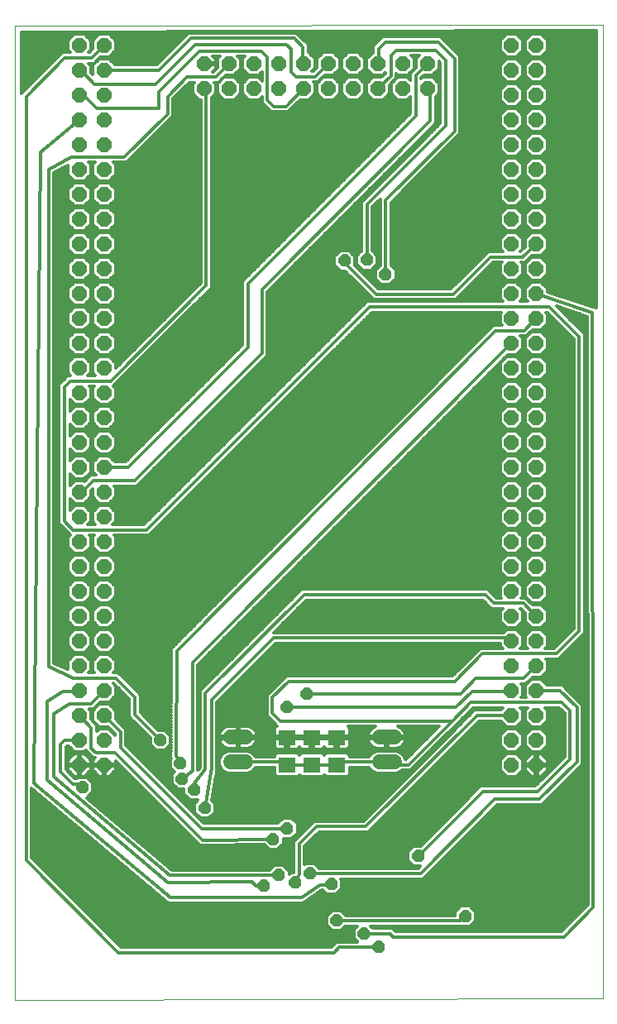
<source format=gbl>
G75*
%MOIN*%
%OFA0B0*%
%FSLAX25Y25*%
%IPPOS*%
%LPD*%
%AMOC8*
5,1,8,0,0,1.08239X$1,22.5*
%
%ADD10C,0.00000*%
%ADD11R,0.07087X0.06299*%
%ADD12C,0.06000*%
%ADD13OC8,0.06000*%
%ADD14C,0.01200*%
%ADD15OC8,0.05000*%
D10*
X0001739Y0002810D02*
X0001739Y0395311D01*
X0238660Y0395811D01*
X0238660Y0003310D01*
X0001739Y0002810D01*
D11*
X0111564Y0097430D03*
X0111564Y0108454D03*
X0121564Y0108454D03*
X0121564Y0097430D03*
X0131564Y0097430D03*
X0131564Y0108454D03*
D12*
X0148682Y0108532D02*
X0154682Y0108532D01*
X0154682Y0098532D02*
X0148682Y0098532D01*
X0094721Y0098532D02*
X0088721Y0098532D01*
X0088721Y0108532D02*
X0094721Y0108532D01*
D13*
X0037784Y0107312D03*
X0037784Y0117312D03*
X0037784Y0127312D03*
X0037784Y0137312D03*
X0037784Y0147312D03*
X0037784Y0157312D03*
X0037784Y0167312D03*
X0037784Y0177312D03*
X0037784Y0187312D03*
X0037784Y0197312D03*
X0037784Y0207312D03*
X0037784Y0217312D03*
X0037784Y0227312D03*
X0037784Y0237312D03*
X0037784Y0247312D03*
X0037784Y0257312D03*
X0037784Y0267312D03*
X0037784Y0277312D03*
X0037784Y0287312D03*
X0037784Y0297312D03*
X0037784Y0307312D03*
X0037784Y0317312D03*
X0037784Y0327312D03*
X0037784Y0337312D03*
X0037784Y0347312D03*
X0037784Y0357312D03*
X0037784Y0367312D03*
X0037784Y0377312D03*
X0037784Y0387312D03*
X0027784Y0387312D03*
X0027784Y0377312D03*
X0027784Y0367312D03*
X0027784Y0357312D03*
X0027784Y0347312D03*
X0027784Y0337312D03*
X0027784Y0327312D03*
X0027784Y0317312D03*
X0027784Y0307312D03*
X0027784Y0297312D03*
X0027784Y0287312D03*
X0027784Y0277312D03*
X0027784Y0267312D03*
X0027784Y0257312D03*
X0027784Y0247312D03*
X0027784Y0237312D03*
X0027784Y0227312D03*
X0027784Y0217312D03*
X0027784Y0207312D03*
X0027784Y0197312D03*
X0027784Y0187312D03*
X0027784Y0177312D03*
X0027784Y0167312D03*
X0027784Y0157312D03*
X0027784Y0147312D03*
X0027784Y0137312D03*
X0027784Y0127312D03*
X0027784Y0117312D03*
X0027784Y0107312D03*
X0027784Y0097312D03*
X0037784Y0097312D03*
X0201957Y0097312D03*
X0201957Y0107312D03*
X0201957Y0117312D03*
X0201957Y0127312D03*
X0201957Y0137312D03*
X0201957Y0147312D03*
X0201957Y0157312D03*
X0201957Y0167312D03*
X0201957Y0177312D03*
X0201957Y0187312D03*
X0201957Y0197312D03*
X0201957Y0207312D03*
X0201957Y0217312D03*
X0201957Y0227312D03*
X0201957Y0237312D03*
X0201957Y0247312D03*
X0201957Y0257312D03*
X0201957Y0267312D03*
X0201957Y0277312D03*
X0201957Y0287312D03*
X0201957Y0297312D03*
X0201957Y0307312D03*
X0201957Y0317312D03*
X0201957Y0327312D03*
X0201957Y0337312D03*
X0201957Y0347312D03*
X0201957Y0357312D03*
X0201957Y0367312D03*
X0201957Y0377312D03*
X0201957Y0387312D03*
X0211957Y0387312D03*
X0211957Y0377312D03*
X0211957Y0367312D03*
X0211957Y0357312D03*
X0211957Y0347312D03*
X0211957Y0337312D03*
X0211957Y0327312D03*
X0211957Y0317312D03*
X0211957Y0307312D03*
X0211957Y0297312D03*
X0211957Y0287312D03*
X0211957Y0277312D03*
X0211957Y0267312D03*
X0211957Y0257312D03*
X0211957Y0247312D03*
X0211957Y0237312D03*
X0211957Y0227312D03*
X0211957Y0217312D03*
X0211957Y0207312D03*
X0211957Y0197312D03*
X0211957Y0187312D03*
X0211957Y0177312D03*
X0211957Y0167312D03*
X0211957Y0157312D03*
X0211957Y0147312D03*
X0211957Y0137312D03*
X0211957Y0127312D03*
X0211957Y0117312D03*
X0211957Y0107312D03*
X0211957Y0097312D03*
X0168139Y0369910D03*
X0168139Y0379910D03*
X0158139Y0379910D03*
X0158139Y0369910D03*
X0148139Y0369910D03*
X0148139Y0379910D03*
X0138139Y0379910D03*
X0138139Y0369910D03*
X0128139Y0369910D03*
X0128139Y0379910D03*
X0118139Y0379910D03*
X0118139Y0369910D03*
X0108139Y0369910D03*
X0108139Y0379910D03*
X0098139Y0379910D03*
X0098139Y0369910D03*
X0088139Y0369910D03*
X0088139Y0379910D03*
X0078139Y0379910D03*
X0078139Y0369910D03*
D14*
X0078939Y0369110D01*
X0078939Y0290610D01*
X0040439Y0252110D01*
X0024139Y0252110D01*
X0021839Y0249810D01*
X0021839Y0195510D01*
X0025239Y0192110D01*
X0054839Y0192110D01*
X0144739Y0282010D01*
X0217239Y0282010D01*
X0229239Y0270010D01*
X0229239Y0151410D01*
X0220039Y0142210D01*
X0190239Y0142210D01*
X0179139Y0131110D01*
X0112239Y0131110D01*
X0105639Y0124510D01*
X0105639Y0118210D01*
X0108739Y0115110D01*
X0178139Y0115110D01*
X0160439Y0097410D01*
X0152804Y0097410D01*
X0151682Y0098532D01*
X0132666Y0098532D01*
X0131564Y0097430D01*
X0121564Y0097430D01*
X0111564Y0097430D01*
X0110461Y0098532D01*
X0091721Y0098532D01*
X0087806Y0093932D02*
X0095636Y0093932D01*
X0097327Y0094633D01*
X0098621Y0095927D01*
X0098789Y0096332D01*
X0106420Y0096332D01*
X0106420Y0093618D01*
X0107358Y0092680D01*
X0115770Y0092680D01*
X0116564Y0093474D01*
X0117358Y0092680D01*
X0125770Y0092680D01*
X0126564Y0093474D01*
X0127358Y0092680D01*
X0135770Y0092680D01*
X0136707Y0093618D01*
X0136707Y0096332D01*
X0144614Y0096332D01*
X0144782Y0095927D01*
X0146076Y0094633D01*
X0147767Y0093932D01*
X0155597Y0093932D01*
X0157288Y0094633D01*
X0157865Y0095210D01*
X0161350Y0095210D01*
X0162639Y0096499D01*
X0179050Y0112910D01*
X0180339Y0114199D01*
X0186550Y0120410D01*
X0198551Y0120410D01*
X0197652Y0119512D01*
X0187129Y0119512D01*
X0142327Y0074710D01*
X0122527Y0074710D01*
X0115527Y0067710D01*
X0114239Y0066422D01*
X0114239Y0054110D01*
X0113140Y0054110D01*
X0112339Y0053308D01*
X0112339Y0054609D01*
X0109937Y0057010D01*
X0106540Y0057010D01*
X0104640Y0055110D01*
X0065044Y0055110D01*
X0030753Y0084126D01*
X0033139Y0086512D01*
X0033139Y0089909D01*
X0030737Y0092310D01*
X0027340Y0092310D01*
X0026940Y0091910D01*
X0025950Y0091910D01*
X0022339Y0095522D01*
X0022339Y0104599D01*
X0022851Y0105112D01*
X0023479Y0105112D01*
X0025879Y0102712D01*
X0029690Y0102712D01*
X0030439Y0103461D01*
X0030439Y0103199D01*
X0031727Y0101910D01*
X0033427Y0100210D01*
X0034177Y0100210D01*
X0033184Y0099217D01*
X0033184Y0097712D01*
X0037384Y0097712D01*
X0037384Y0096912D01*
X0033184Y0096912D01*
X0033184Y0095406D01*
X0035879Y0092712D01*
X0037384Y0092712D01*
X0037384Y0096912D01*
X0038184Y0096912D01*
X0038184Y0092712D01*
X0039690Y0092712D01*
X0042384Y0095406D01*
X0042384Y0096912D01*
X0038184Y0096912D01*
X0038184Y0097712D01*
X0042384Y0097712D01*
X0042384Y0099053D01*
X0075248Y0066189D01*
X0075248Y0066176D01*
X0075891Y0065547D01*
X0076527Y0064910D01*
X0076541Y0064910D01*
X0076551Y0064901D01*
X0077450Y0064910D01*
X0078350Y0064910D01*
X0078359Y0064920D01*
X0102378Y0065173D01*
X0104240Y0063310D01*
X0107637Y0063310D01*
X0110039Y0065712D01*
X0110039Y0067710D01*
X0113337Y0067710D01*
X0115739Y0070112D01*
X0115739Y0073509D01*
X0113337Y0075910D01*
X0109940Y0075910D01*
X0107940Y0073910D01*
X0077950Y0073910D01*
X0046539Y0105322D01*
X0046539Y0111669D01*
X0042384Y0115823D01*
X0042384Y0119217D01*
X0039690Y0121912D01*
X0035879Y0121912D01*
X0033184Y0119217D01*
X0033184Y0115406D01*
X0035879Y0112712D01*
X0039273Y0112712D01*
X0042139Y0109846D01*
X0042139Y0109463D01*
X0039690Y0111912D01*
X0035879Y0111912D01*
X0034839Y0110871D01*
X0034839Y0113369D01*
X0032384Y0115823D01*
X0032384Y0119217D01*
X0031691Y0119910D01*
X0033494Y0119910D01*
X0036296Y0122712D01*
X0039690Y0122712D01*
X0042384Y0125406D01*
X0042384Y0129217D01*
X0041391Y0130210D01*
X0041627Y0130210D01*
X0047939Y0123899D01*
X0047939Y0116799D01*
X0056439Y0108299D01*
X0056439Y0105612D01*
X0058840Y0103210D01*
X0062237Y0103210D01*
X0064639Y0105612D01*
X0064639Y0109009D01*
X0062237Y0111410D01*
X0059550Y0111410D01*
X0052339Y0118622D01*
X0052339Y0125722D01*
X0044739Y0133321D01*
X0044739Y0133322D02*
X0043450Y0134610D01*
X0041588Y0134610D01*
X0042384Y0135406D01*
X0042384Y0139217D01*
X0039690Y0141912D01*
X0035879Y0141912D01*
X0033184Y0139217D01*
X0033184Y0135406D01*
X0033980Y0134610D01*
X0031588Y0134610D01*
X0032384Y0135406D01*
X0032384Y0139217D01*
X0029690Y0141912D01*
X0025879Y0141912D01*
X0023184Y0139217D01*
X0023184Y0135916D01*
X0017539Y0138437D01*
X0017539Y0336095D01*
X0023184Y0339131D01*
X0023184Y0335406D01*
X0025879Y0332712D01*
X0029690Y0332712D01*
X0032384Y0335406D01*
X0032384Y0339217D01*
X0031391Y0340210D01*
X0034177Y0340210D01*
X0033184Y0339217D01*
X0033184Y0335406D01*
X0035879Y0332712D01*
X0039690Y0332712D01*
X0042384Y0335406D01*
X0042384Y0339217D01*
X0041391Y0340210D01*
X0046850Y0340210D01*
X0064250Y0357610D01*
X0065539Y0358899D01*
X0065539Y0365899D01*
X0072050Y0372410D01*
X0074133Y0372410D01*
X0073539Y0371816D01*
X0073539Y0368005D01*
X0076233Y0365310D01*
X0076739Y0365310D01*
X0076739Y0291522D01*
X0042384Y0257167D01*
X0042384Y0259217D01*
X0039690Y0261912D01*
X0035879Y0261912D01*
X0033184Y0259217D01*
X0033184Y0255406D01*
X0034280Y0254310D01*
X0031288Y0254310D01*
X0032384Y0255406D01*
X0032384Y0259217D01*
X0029690Y0261912D01*
X0025879Y0261912D01*
X0023184Y0259217D01*
X0023184Y0255406D01*
X0024280Y0254310D01*
X0023227Y0254310D01*
X0020927Y0252010D01*
X0019639Y0250722D01*
X0019639Y0194599D01*
X0023039Y0191199D01*
X0024102Y0190135D01*
X0023184Y0189217D01*
X0023184Y0185406D01*
X0025879Y0182712D01*
X0029690Y0182712D01*
X0032384Y0185406D01*
X0032384Y0189217D01*
X0031691Y0189910D01*
X0033877Y0189910D01*
X0033184Y0189217D01*
X0033184Y0185406D01*
X0035879Y0182712D01*
X0039690Y0182712D01*
X0042384Y0185406D01*
X0042384Y0189217D01*
X0041691Y0189910D01*
X0055750Y0189910D01*
X0145650Y0279810D01*
X0197951Y0279810D01*
X0197357Y0279217D01*
X0197357Y0275406D01*
X0198154Y0274610D01*
X0196446Y0274610D01*
X0196444Y0274613D01*
X0195535Y0274610D01*
X0194627Y0274610D01*
X0194625Y0274608D01*
X0194621Y0274608D01*
X0193983Y0273966D01*
X0193339Y0273322D01*
X0193339Y0273318D01*
X0065586Y0144869D01*
X0064945Y0144237D01*
X0064945Y0144224D01*
X0064936Y0144216D01*
X0064939Y0143315D01*
X0064640Y0101296D01*
X0064521Y0100564D01*
X0064634Y0100408D01*
X0064632Y0100215D01*
X0064887Y0099957D01*
X0064539Y0099609D01*
X0064539Y0096212D01*
X0066190Y0094560D01*
X0065139Y0093509D01*
X0065139Y0090112D01*
X0067540Y0087710D01*
X0069939Y0087710D01*
X0069939Y0085612D01*
X0072340Y0083210D01*
X0075640Y0083210D01*
X0074239Y0081809D01*
X0074239Y0078412D01*
X0076640Y0076010D01*
X0080037Y0076010D01*
X0082439Y0078412D01*
X0082439Y0081809D01*
X0081130Y0083117D01*
X0082965Y0093068D01*
X0083081Y0093171D01*
X0083127Y0093945D01*
X0083267Y0094707D01*
X0083179Y0094836D01*
X0083186Y0094946D01*
X0083239Y0094999D01*
X0083239Y0095846D01*
X0083288Y0096691D01*
X0083239Y0096747D01*
X0083239Y0122599D01*
X0106950Y0146310D01*
X0197357Y0146310D01*
X0197357Y0145406D01*
X0198354Y0144410D01*
X0189327Y0144410D01*
X0188039Y0143122D01*
X0178227Y0133310D01*
X0111327Y0133310D01*
X0110039Y0132022D01*
X0103439Y0125422D01*
X0103439Y0117299D01*
X0104727Y0116010D01*
X0107593Y0113145D01*
X0107403Y0113094D01*
X0107038Y0112883D01*
X0106740Y0112586D01*
X0106530Y0112221D01*
X0106420Y0111814D01*
X0106420Y0109054D01*
X0110964Y0109054D01*
X0110964Y0107854D01*
X0106420Y0107854D01*
X0106420Y0105093D01*
X0106530Y0104686D01*
X0106740Y0104322D01*
X0107038Y0104024D01*
X0107403Y0103813D01*
X0107810Y0103704D01*
X0110964Y0103704D01*
X0110964Y0107853D01*
X0112164Y0107853D01*
X0112164Y0103704D01*
X0115318Y0103704D01*
X0115725Y0103813D01*
X0116090Y0104024D01*
X0116387Y0104322D01*
X0116564Y0104627D01*
X0116740Y0104322D01*
X0117038Y0104024D01*
X0117403Y0103813D01*
X0117810Y0103704D01*
X0120964Y0103704D01*
X0120964Y0107853D01*
X0122164Y0107853D01*
X0122164Y0103704D01*
X0125318Y0103704D01*
X0125725Y0103813D01*
X0126090Y0104024D01*
X0126387Y0104322D01*
X0126564Y0104627D01*
X0126740Y0104322D01*
X0127038Y0104024D01*
X0127403Y0103813D01*
X0127810Y0103704D01*
X0130964Y0103704D01*
X0130964Y0107853D01*
X0132164Y0107853D01*
X0132164Y0103704D01*
X0135318Y0103704D01*
X0135725Y0103813D01*
X0136090Y0104024D01*
X0136387Y0104322D01*
X0136598Y0104686D01*
X0136707Y0105093D01*
X0136707Y0107854D01*
X0132164Y0107854D01*
X0132164Y0109054D01*
X0136707Y0109054D01*
X0136707Y0111814D01*
X0136598Y0112221D01*
X0136387Y0112586D01*
X0136090Y0112883D01*
X0136043Y0112910D01*
X0147270Y0112910D01*
X0146916Y0112795D01*
X0146271Y0112467D01*
X0145685Y0112041D01*
X0145173Y0111529D01*
X0144748Y0110943D01*
X0144419Y0110298D01*
X0144195Y0109609D01*
X0144088Y0108932D01*
X0151282Y0108932D01*
X0151282Y0108132D01*
X0152082Y0108132D01*
X0152082Y0103932D01*
X0155044Y0103932D01*
X0155759Y0104046D01*
X0156448Y0104269D01*
X0157093Y0104598D01*
X0157679Y0105024D01*
X0158191Y0105536D01*
X0158616Y0106121D01*
X0158945Y0106766D01*
X0159169Y0107455D01*
X0159276Y0108132D01*
X0152082Y0108132D01*
X0152082Y0108932D01*
X0159276Y0108932D01*
X0159169Y0109609D01*
X0158945Y0110298D01*
X0158616Y0110943D01*
X0158191Y0111529D01*
X0157679Y0112041D01*
X0157093Y0112467D01*
X0156448Y0112795D01*
X0156094Y0112910D01*
X0172827Y0112910D01*
X0159527Y0099610D01*
X0159214Y0099610D01*
X0158582Y0101138D01*
X0157288Y0102432D01*
X0155597Y0103132D01*
X0147767Y0103132D01*
X0146076Y0102432D01*
X0144782Y0101138D01*
X0144614Y0100732D01*
X0136707Y0100732D01*
X0136707Y0101242D01*
X0135770Y0102180D01*
X0127358Y0102180D01*
X0126564Y0101386D01*
X0125770Y0102180D01*
X0117358Y0102180D01*
X0116564Y0101386D01*
X0115770Y0102180D01*
X0107358Y0102180D01*
X0106420Y0101242D01*
X0106420Y0100732D01*
X0098789Y0100732D01*
X0098621Y0101138D01*
X0097327Y0102432D01*
X0095636Y0103132D01*
X0087806Y0103132D01*
X0086116Y0102432D01*
X0084822Y0101138D01*
X0084121Y0099447D01*
X0084121Y0097617D01*
X0084822Y0095927D01*
X0086116Y0094633D01*
X0087806Y0093932D01*
X0086212Y0094593D02*
X0083246Y0094593D01*
X0083239Y0095791D02*
X0084957Y0095791D01*
X0084381Y0096990D02*
X0083239Y0096990D01*
X0083239Y0098188D02*
X0084121Y0098188D01*
X0084121Y0099387D02*
X0083239Y0099387D01*
X0083239Y0100585D02*
X0084593Y0100585D01*
X0085467Y0101784D02*
X0083239Y0101784D01*
X0083239Y0102982D02*
X0087444Y0102982D01*
X0087644Y0104046D02*
X0088359Y0103932D01*
X0091321Y0103932D01*
X0091321Y0108132D01*
X0092121Y0108132D01*
X0092121Y0103932D01*
X0095083Y0103932D01*
X0095798Y0104046D01*
X0096487Y0104269D01*
X0097132Y0104598D01*
X0097718Y0105024D01*
X0098230Y0105536D01*
X0098656Y0106121D01*
X0098984Y0106766D01*
X0099208Y0107455D01*
X0099315Y0108132D01*
X0092121Y0108132D01*
X0092121Y0108932D01*
X0091321Y0108932D01*
X0091321Y0108132D01*
X0084127Y0108132D01*
X0084235Y0107455D01*
X0084458Y0106766D01*
X0084787Y0106121D01*
X0085213Y0105536D01*
X0085725Y0105024D01*
X0086310Y0104598D01*
X0086955Y0104269D01*
X0087644Y0104046D01*
X0087228Y0104181D02*
X0083239Y0104181D01*
X0083239Y0105379D02*
X0085369Y0105379D01*
X0084554Y0106578D02*
X0083239Y0106578D01*
X0083639Y0105910D02*
X0083639Y0077510D01*
X0081139Y0075010D01*
X0077139Y0075010D01*
X0060539Y0091610D01*
X0060539Y0096410D01*
X0058466Y0093394D02*
X0065139Y0093394D01*
X0065139Y0092196D02*
X0059664Y0092196D01*
X0060863Y0090997D02*
X0065139Y0090997D01*
X0065452Y0089799D02*
X0062061Y0089799D01*
X0063260Y0088600D02*
X0066650Y0088600D01*
X0064459Y0087402D02*
X0069939Y0087402D01*
X0069939Y0086203D02*
X0065657Y0086203D01*
X0066856Y0085005D02*
X0070546Y0085005D01*
X0071745Y0083806D02*
X0068054Y0083806D01*
X0069253Y0082608D02*
X0075038Y0082608D01*
X0074239Y0081409D02*
X0070451Y0081409D01*
X0071650Y0080210D02*
X0074239Y0080210D01*
X0074239Y0079012D02*
X0072848Y0079012D01*
X0074047Y0077813D02*
X0074837Y0077813D01*
X0075245Y0076615D02*
X0076036Y0076615D01*
X0076444Y0075416D02*
X0109447Y0075416D01*
X0108248Y0074218D02*
X0077642Y0074218D01*
X0077039Y0071710D02*
X0044339Y0104410D01*
X0044339Y0110757D01*
X0037784Y0117312D01*
X0034822Y0113769D02*
X0034439Y0113769D01*
X0034839Y0112570D02*
X0039414Y0112570D01*
X0040230Y0111372D02*
X0040613Y0111372D01*
X0041428Y0110173D02*
X0041812Y0110173D01*
X0044439Y0113769D02*
X0050969Y0113769D01*
X0052167Y0112570D02*
X0045637Y0112570D01*
X0046539Y0111372D02*
X0053366Y0111372D01*
X0054564Y0110173D02*
X0046539Y0110173D01*
X0046539Y0108975D02*
X0055763Y0108975D01*
X0056439Y0107776D02*
X0046539Y0107776D01*
X0046539Y0106578D02*
X0056439Y0106578D01*
X0056671Y0105379D02*
X0046539Y0105379D01*
X0047679Y0104181D02*
X0057870Y0104181D01*
X0060539Y0107310D02*
X0050139Y0117710D01*
X0050139Y0124810D01*
X0042539Y0132410D01*
X0025639Y0132410D01*
X0015339Y0137010D01*
X0015339Y0337410D01*
X0024639Y0342410D01*
X0045939Y0342410D01*
X0063339Y0359810D01*
X0063339Y0366810D01*
X0071139Y0374610D01*
X0082839Y0374610D01*
X0088139Y0379910D01*
X0084633Y0382910D02*
X0083539Y0381816D01*
X0083539Y0378421D01*
X0081927Y0376810D01*
X0081544Y0376810D01*
X0082739Y0378005D01*
X0082739Y0379510D01*
X0078539Y0379510D01*
X0078539Y0380310D01*
X0082739Y0380310D01*
X0082739Y0381816D01*
X0081644Y0382910D01*
X0084633Y0382910D01*
X0083958Y0382235D02*
X0082319Y0382235D01*
X0082739Y0381037D02*
X0083539Y0381037D01*
X0083539Y0379838D02*
X0078539Y0379838D01*
X0076239Y0385110D02*
X0101239Y0385110D01*
X0103639Y0382710D01*
X0103639Y0365210D01*
X0106039Y0362810D01*
X0111039Y0362810D01*
X0118139Y0369910D01*
X0121388Y0366655D02*
X0124889Y0366655D01*
X0123690Y0367853D02*
X0122587Y0367853D01*
X0122739Y0368005D02*
X0122739Y0371816D01*
X0122044Y0372510D01*
X0123850Y0372510D01*
X0126650Y0375310D01*
X0130044Y0375310D01*
X0132739Y0378005D01*
X0132739Y0381816D01*
X0130044Y0384510D01*
X0126233Y0384510D01*
X0123539Y0381816D01*
X0123539Y0378422D01*
X0122027Y0376910D01*
X0121644Y0376910D01*
X0122739Y0378005D01*
X0122739Y0381816D01*
X0120044Y0384510D01*
X0120039Y0384510D01*
X0120039Y0387622D01*
X0118750Y0388910D01*
X0118750Y0388910D01*
X0116539Y0391121D01*
X0116539Y0391122D02*
X0115250Y0392410D01*
X0071927Y0392410D01*
X0070639Y0391122D01*
X0059029Y0379512D01*
X0042090Y0379512D01*
X0039690Y0381912D01*
X0035879Y0381912D01*
X0033184Y0379217D01*
X0033184Y0375676D01*
X0032384Y0376476D01*
X0032384Y0379217D01*
X0031491Y0380110D01*
X0033694Y0380110D01*
X0036296Y0382712D01*
X0039690Y0382712D01*
X0042384Y0385406D01*
X0042384Y0389217D01*
X0039690Y0391912D01*
X0035879Y0391912D01*
X0033184Y0389217D01*
X0033184Y0385823D01*
X0031871Y0384510D01*
X0031488Y0384510D01*
X0032384Y0385406D01*
X0032384Y0389217D01*
X0029690Y0391912D01*
X0025879Y0391912D01*
X0023184Y0389217D01*
X0023184Y0385406D01*
X0024080Y0384510D01*
X0021027Y0384510D01*
X0019739Y0383222D01*
X0004339Y0367821D01*
X0004339Y0392717D01*
X0236060Y0393206D01*
X0236060Y0281541D01*
X0235727Y0281652D01*
X0235446Y0281932D01*
X0234896Y0281931D01*
X0216557Y0288088D01*
X0216557Y0289217D01*
X0213863Y0291912D01*
X0210052Y0291912D01*
X0207357Y0289217D01*
X0207357Y0285406D01*
X0208554Y0284210D01*
X0205361Y0284210D01*
X0206557Y0285406D01*
X0206557Y0289217D01*
X0203863Y0291912D01*
X0200052Y0291912D01*
X0197357Y0289217D01*
X0197357Y0285406D01*
X0198554Y0284210D01*
X0143827Y0284210D01*
X0053927Y0194310D01*
X0041288Y0194310D01*
X0042384Y0195406D01*
X0042384Y0199217D01*
X0039690Y0201912D01*
X0035879Y0201912D01*
X0033184Y0199217D01*
X0033184Y0195406D01*
X0034280Y0194310D01*
X0031288Y0194310D01*
X0032384Y0195406D01*
X0032384Y0199217D01*
X0029690Y0201912D01*
X0025879Y0201912D01*
X0024039Y0200071D01*
X0024039Y0204552D01*
X0025879Y0202712D01*
X0029690Y0202712D01*
X0032384Y0205406D01*
X0032384Y0207845D01*
X0033184Y0208645D01*
X0033184Y0205406D01*
X0035879Y0202712D01*
X0039690Y0202712D01*
X0042384Y0205406D01*
X0042384Y0209217D01*
X0041791Y0209810D01*
X0050950Y0209810D01*
X0102250Y0261110D01*
X0103539Y0262399D01*
X0103539Y0288099D01*
X0170150Y0354710D01*
X0171439Y0355999D01*
X0171439Y0366705D01*
X0172739Y0368005D01*
X0172739Y0371816D01*
X0170044Y0374510D01*
X0166233Y0374510D01*
X0165639Y0373916D01*
X0165639Y0374299D01*
X0166650Y0375310D01*
X0170044Y0375310D01*
X0172739Y0378005D01*
X0172739Y0380899D01*
X0173239Y0380399D01*
X0173239Y0355822D01*
X0141539Y0324122D01*
X0141539Y0304509D01*
X0139639Y0302609D01*
X0139639Y0299212D01*
X0142040Y0296810D01*
X0145437Y0296810D01*
X0147839Y0299212D01*
X0147839Y0302609D01*
X0145939Y0304509D01*
X0145939Y0322299D01*
X0149039Y0325399D01*
X0149039Y0298708D01*
X0147139Y0296809D01*
X0147139Y0293412D01*
X0149540Y0291010D01*
X0152937Y0291010D01*
X0155339Y0293412D01*
X0155339Y0296809D01*
X0153439Y0298708D01*
X0153439Y0323999D01*
X0179950Y0350510D01*
X0181239Y0351799D01*
X0181239Y0383022D01*
X0174539Y0389722D01*
X0173250Y0391010D01*
X0150227Y0391010D01*
X0147427Y0388210D01*
X0146139Y0386922D01*
X0146139Y0384416D01*
X0143539Y0381816D01*
X0143539Y0378005D01*
X0146233Y0375310D01*
X0150044Y0375310D01*
X0151139Y0376405D01*
X0151139Y0376022D01*
X0149627Y0374510D01*
X0146233Y0374510D01*
X0143539Y0371816D01*
X0143539Y0368005D01*
X0146233Y0365310D01*
X0150044Y0365310D01*
X0152739Y0368005D01*
X0152739Y0371399D01*
X0155539Y0374199D01*
X0155539Y0376005D01*
X0156233Y0375310D01*
X0160044Y0375310D01*
X0162739Y0378005D01*
X0162739Y0381816D01*
X0161344Y0383210D01*
X0164933Y0383210D01*
X0163539Y0381816D01*
X0163539Y0378422D01*
X0161239Y0376122D01*
X0161239Y0373316D01*
X0160044Y0374510D01*
X0156233Y0374510D01*
X0153539Y0371816D01*
X0153539Y0368005D01*
X0156233Y0365310D01*
X0160044Y0365310D01*
X0161239Y0366505D01*
X0161239Y0359922D01*
X0093639Y0292322D01*
X0093639Y0266722D01*
X0046429Y0219512D01*
X0042090Y0219512D01*
X0039690Y0221912D01*
X0035879Y0221912D01*
X0033184Y0219217D01*
X0033184Y0215406D01*
X0034380Y0214210D01*
X0032527Y0214210D01*
X0031239Y0212922D01*
X0029959Y0211642D01*
X0029690Y0211912D01*
X0025879Y0211912D01*
X0024039Y0210071D01*
X0024039Y0214552D01*
X0025879Y0212712D01*
X0029690Y0212712D01*
X0032384Y0215406D01*
X0032384Y0219217D01*
X0029690Y0221912D01*
X0025879Y0221912D01*
X0024039Y0220071D01*
X0024039Y0224552D01*
X0025879Y0222712D01*
X0029690Y0222712D01*
X0032384Y0225406D01*
X0032384Y0229217D01*
X0029690Y0231912D01*
X0025879Y0231912D01*
X0024039Y0230071D01*
X0024039Y0234552D01*
X0025879Y0232712D01*
X0029690Y0232712D01*
X0032384Y0235406D01*
X0032384Y0239217D01*
X0029690Y0241912D01*
X0025879Y0241912D01*
X0024039Y0240071D01*
X0024039Y0244552D01*
X0025879Y0242712D01*
X0029690Y0242712D01*
X0032384Y0245406D01*
X0032384Y0249217D01*
X0031691Y0249910D01*
X0033877Y0249910D01*
X0033184Y0249217D01*
X0033184Y0245406D01*
X0035879Y0242712D01*
X0039690Y0242712D01*
X0042384Y0245406D01*
X0042384Y0249217D01*
X0041521Y0250081D01*
X0042639Y0251199D01*
X0081139Y0289699D01*
X0081139Y0366405D01*
X0082739Y0368005D01*
X0082739Y0371816D01*
X0082144Y0372410D01*
X0083750Y0372410D01*
X0086650Y0375310D01*
X0090044Y0375310D01*
X0092739Y0378005D01*
X0092739Y0381816D01*
X0091644Y0382910D01*
X0094633Y0382910D01*
X0093539Y0381816D01*
X0093539Y0378005D01*
X0096233Y0375310D01*
X0100044Y0375310D01*
X0101439Y0376705D01*
X0101439Y0373116D01*
X0100044Y0374510D01*
X0096233Y0374510D01*
X0093539Y0371816D01*
X0093539Y0368005D01*
X0096233Y0365310D01*
X0100044Y0365310D01*
X0101439Y0366705D01*
X0101439Y0364299D01*
X0103839Y0361899D01*
X0105127Y0360610D01*
X0111950Y0360610D01*
X0116650Y0365310D01*
X0120044Y0365310D01*
X0122739Y0368005D01*
X0123539Y0368005D02*
X0123539Y0371816D01*
X0126233Y0374510D01*
X0130044Y0374510D01*
X0132739Y0371816D01*
X0132739Y0368005D01*
X0130044Y0365310D01*
X0126233Y0365310D01*
X0123539Y0368005D01*
X0123539Y0369052D02*
X0122739Y0369052D01*
X0122739Y0370250D02*
X0123539Y0370250D01*
X0123539Y0371449D02*
X0122739Y0371449D01*
X0123987Y0372647D02*
X0124370Y0372647D01*
X0125185Y0373846D02*
X0125569Y0373846D01*
X0126384Y0375044D02*
X0150161Y0375044D01*
X0150977Y0376243D02*
X0151139Y0376243D01*
X0153339Y0375110D02*
X0148139Y0369910D01*
X0151388Y0366655D02*
X0154889Y0366655D01*
X0153690Y0367853D02*
X0152587Y0367853D01*
X0152739Y0369052D02*
X0153539Y0369052D01*
X0153539Y0370250D02*
X0152739Y0370250D01*
X0152788Y0371449D02*
X0153539Y0371449D01*
X0153987Y0372647D02*
X0154370Y0372647D01*
X0155185Y0373846D02*
X0155569Y0373846D01*
X0155539Y0375044D02*
X0161239Y0375044D01*
X0161239Y0373846D02*
X0160708Y0373846D01*
X0160977Y0376243D02*
X0161360Y0376243D01*
X0162175Y0377441D02*
X0162558Y0377441D01*
X0162739Y0378640D02*
X0163539Y0378640D01*
X0163539Y0379838D02*
X0162739Y0379838D01*
X0162739Y0381037D02*
X0163539Y0381037D01*
X0163958Y0382235D02*
X0162319Y0382235D01*
X0168139Y0379910D02*
X0163439Y0375210D01*
X0163439Y0359010D01*
X0095839Y0291410D01*
X0095839Y0265810D01*
X0047340Y0217312D01*
X0037784Y0217312D01*
X0034403Y0220436D02*
X0031165Y0220436D01*
X0032364Y0219238D02*
X0033205Y0219238D01*
X0033184Y0218039D02*
X0032384Y0218039D01*
X0032384Y0216841D02*
X0033184Y0216841D01*
X0033184Y0215642D02*
X0032384Y0215642D01*
X0031422Y0214444D02*
X0034147Y0214444D01*
X0033439Y0212010D02*
X0050039Y0212010D01*
X0101339Y0263310D01*
X0101339Y0289010D01*
X0169239Y0356910D01*
X0169239Y0368810D01*
X0168139Y0369910D01*
X0170708Y0373846D02*
X0173239Y0373846D01*
X0173239Y0375044D02*
X0166384Y0375044D01*
X0170977Y0376243D02*
X0173239Y0376243D01*
X0173239Y0377441D02*
X0172175Y0377441D01*
X0172739Y0378640D02*
X0173239Y0378640D01*
X0173239Y0379838D02*
X0172739Y0379838D01*
X0175439Y0381310D02*
X0171339Y0385410D01*
X0155539Y0385410D01*
X0153339Y0383210D01*
X0153339Y0375110D01*
X0148339Y0380110D02*
X0148139Y0379910D01*
X0148339Y0380110D02*
X0148339Y0386010D01*
X0151139Y0388810D01*
X0172339Y0388810D01*
X0179039Y0382110D01*
X0179039Y0352710D01*
X0151239Y0324910D01*
X0151239Y0295110D01*
X0148204Y0292347D02*
X0145213Y0292347D01*
X0144015Y0293546D02*
X0147139Y0293546D01*
X0147139Y0294744D02*
X0142816Y0294744D01*
X0141618Y0295943D02*
X0147139Y0295943D01*
X0147471Y0297141D02*
X0145768Y0297141D01*
X0146966Y0298340D02*
X0148670Y0298340D01*
X0149039Y0299538D02*
X0147839Y0299538D01*
X0147839Y0300737D02*
X0149039Y0300737D01*
X0149039Y0301935D02*
X0147839Y0301935D01*
X0147313Y0303134D02*
X0149039Y0303134D01*
X0149039Y0304332D02*
X0146115Y0304332D01*
X0145939Y0305531D02*
X0149039Y0305531D01*
X0149039Y0306729D02*
X0145939Y0306729D01*
X0145939Y0307928D02*
X0149039Y0307928D01*
X0149039Y0309126D02*
X0145939Y0309126D01*
X0145939Y0310325D02*
X0149039Y0310325D01*
X0149039Y0311523D02*
X0145939Y0311523D01*
X0145939Y0312722D02*
X0149039Y0312722D01*
X0149039Y0313920D02*
X0145939Y0313920D01*
X0145939Y0315119D02*
X0149039Y0315119D01*
X0149039Y0316317D02*
X0145939Y0316317D01*
X0145939Y0317516D02*
X0149039Y0317516D01*
X0149039Y0318714D02*
X0145939Y0318714D01*
X0145939Y0319913D02*
X0149039Y0319913D01*
X0149039Y0321111D02*
X0145939Y0321111D01*
X0145949Y0322310D02*
X0149039Y0322310D01*
X0149039Y0323508D02*
X0147148Y0323508D01*
X0148346Y0324707D02*
X0149039Y0324707D01*
X0145719Y0328302D02*
X0143742Y0328302D01*
X0144521Y0327104D02*
X0142543Y0327104D01*
X0143322Y0325905D02*
X0141345Y0325905D01*
X0142124Y0324707D02*
X0140146Y0324707D01*
X0138948Y0323508D02*
X0141539Y0323508D01*
X0141539Y0322310D02*
X0137749Y0322310D01*
X0136551Y0321111D02*
X0141539Y0321111D01*
X0141539Y0319913D02*
X0135352Y0319913D01*
X0134154Y0318714D02*
X0141539Y0318714D01*
X0141539Y0317516D02*
X0132955Y0317516D01*
X0131757Y0316317D02*
X0141539Y0316317D01*
X0141539Y0315119D02*
X0130558Y0315119D01*
X0129360Y0313920D02*
X0141539Y0313920D01*
X0141539Y0312722D02*
X0128161Y0312722D01*
X0126963Y0311523D02*
X0141539Y0311523D01*
X0141539Y0310325D02*
X0125764Y0310325D01*
X0124566Y0309126D02*
X0141539Y0309126D01*
X0141539Y0307928D02*
X0123367Y0307928D01*
X0122169Y0306729D02*
X0141539Y0306729D01*
X0141539Y0305531D02*
X0120970Y0305531D01*
X0119772Y0304332D02*
X0132762Y0304332D01*
X0133040Y0304610D02*
X0130639Y0302209D01*
X0130639Y0298812D01*
X0133040Y0296410D01*
X0134927Y0296410D01*
X0145139Y0286199D01*
X0146427Y0284910D01*
X0179450Y0284910D01*
X0194450Y0299910D01*
X0198051Y0299910D01*
X0197357Y0299217D01*
X0197357Y0295406D01*
X0200052Y0292712D01*
X0203863Y0292712D01*
X0206557Y0295406D01*
X0206557Y0299217D01*
X0205955Y0299820D01*
X0207087Y0299779D01*
X0207228Y0299910D01*
X0207345Y0299910D01*
X0208896Y0301461D01*
X0210241Y0302712D01*
X0213863Y0302712D01*
X0216557Y0305406D01*
X0216557Y0309217D01*
X0213863Y0311912D01*
X0210052Y0311912D01*
X0207357Y0309217D01*
X0207357Y0306039D01*
X0206504Y0305245D01*
X0206458Y0305245D01*
X0205842Y0304629D01*
X0205499Y0304310D01*
X0205461Y0304310D01*
X0206557Y0305406D01*
X0206557Y0309217D01*
X0203863Y0311912D01*
X0200052Y0311912D01*
X0197357Y0309217D01*
X0197357Y0305406D01*
X0198454Y0304310D01*
X0192627Y0304310D01*
X0191339Y0303022D01*
X0177627Y0289310D01*
X0148250Y0289310D01*
X0138793Y0298767D01*
X0138839Y0298812D01*
X0138839Y0302209D01*
X0136437Y0304610D01*
X0133040Y0304610D01*
X0131564Y0303134D02*
X0118573Y0303134D01*
X0117375Y0301935D02*
X0130639Y0301935D01*
X0130639Y0300737D02*
X0116176Y0300737D01*
X0114978Y0299538D02*
X0130639Y0299538D01*
X0131111Y0298340D02*
X0113779Y0298340D01*
X0112581Y0297141D02*
X0132309Y0297141D01*
X0134739Y0299710D02*
X0147339Y0287110D01*
X0178539Y0287110D01*
X0193539Y0302110D01*
X0206434Y0302110D01*
X0207369Y0303045D01*
X0211957Y0307312D01*
X0215450Y0310325D02*
X0236060Y0310325D01*
X0236060Y0311523D02*
X0214251Y0311523D01*
X0213863Y0312712D02*
X0216557Y0315406D01*
X0216557Y0319217D01*
X0213863Y0321912D01*
X0210052Y0321912D01*
X0207357Y0319217D01*
X0207357Y0315406D01*
X0210052Y0312712D01*
X0213863Y0312712D01*
X0213873Y0312722D02*
X0236060Y0312722D01*
X0236060Y0313920D02*
X0215071Y0313920D01*
X0216270Y0315119D02*
X0236060Y0315119D01*
X0236060Y0316317D02*
X0216557Y0316317D01*
X0216557Y0317516D02*
X0236060Y0317516D01*
X0236060Y0318714D02*
X0216557Y0318714D01*
X0215862Y0319913D02*
X0236060Y0319913D01*
X0236060Y0321111D02*
X0214663Y0321111D01*
X0213863Y0322712D02*
X0216557Y0325406D01*
X0216557Y0329217D01*
X0213863Y0331912D01*
X0210052Y0331912D01*
X0207357Y0329217D01*
X0207357Y0325406D01*
X0210052Y0322712D01*
X0213863Y0322712D01*
X0214659Y0323508D02*
X0236060Y0323508D01*
X0236060Y0322310D02*
X0153439Y0322310D01*
X0153439Y0323508D02*
X0199256Y0323508D01*
X0200052Y0322712D02*
X0197357Y0325406D01*
X0197357Y0329217D01*
X0200052Y0331912D01*
X0203863Y0331912D01*
X0206557Y0329217D01*
X0206557Y0325406D01*
X0203863Y0322712D01*
X0200052Y0322712D01*
X0200052Y0321912D02*
X0197357Y0319217D01*
X0197357Y0315406D01*
X0200052Y0312712D01*
X0203863Y0312712D01*
X0206557Y0315406D01*
X0206557Y0319217D01*
X0203863Y0321912D01*
X0200052Y0321912D01*
X0199252Y0321111D02*
X0153439Y0321111D01*
X0153439Y0319913D02*
X0198053Y0319913D01*
X0197357Y0318714D02*
X0153439Y0318714D01*
X0153439Y0317516D02*
X0197357Y0317516D01*
X0197357Y0316317D02*
X0153439Y0316317D01*
X0153439Y0315119D02*
X0197645Y0315119D01*
X0198844Y0313920D02*
X0153439Y0313920D01*
X0153439Y0312722D02*
X0200042Y0312722D01*
X0199663Y0311523D02*
X0153439Y0311523D01*
X0153439Y0310325D02*
X0198465Y0310325D01*
X0197357Y0309126D02*
X0153439Y0309126D01*
X0153439Y0307928D02*
X0197357Y0307928D01*
X0197357Y0306729D02*
X0153439Y0306729D01*
X0153439Y0305531D02*
X0197357Y0305531D01*
X0198432Y0304332D02*
X0153439Y0304332D01*
X0153439Y0303134D02*
X0191451Y0303134D01*
X0190252Y0301935D02*
X0153439Y0301935D01*
X0153439Y0300737D02*
X0189054Y0300737D01*
X0187855Y0299538D02*
X0153439Y0299538D01*
X0153808Y0298340D02*
X0186657Y0298340D01*
X0185458Y0297141D02*
X0155006Y0297141D01*
X0155339Y0295943D02*
X0184260Y0295943D01*
X0183061Y0294744D02*
X0155339Y0294744D01*
X0155339Y0293546D02*
X0181863Y0293546D01*
X0180664Y0292347D02*
X0154274Y0292347D01*
X0153075Y0291148D02*
X0179466Y0291148D01*
X0178267Y0289950D02*
X0147610Y0289950D01*
X0146412Y0291148D02*
X0149402Y0291148D01*
X0144983Y0286354D02*
X0103539Y0286354D01*
X0103539Y0285156D02*
X0146182Y0285156D01*
X0143574Y0283957D02*
X0103539Y0283957D01*
X0103539Y0282759D02*
X0142376Y0282759D01*
X0141177Y0281560D02*
X0103539Y0281560D01*
X0103539Y0280362D02*
X0139979Y0280362D01*
X0138780Y0279163D02*
X0103539Y0279163D01*
X0103539Y0277965D02*
X0137582Y0277965D01*
X0136383Y0276766D02*
X0103539Y0276766D01*
X0103539Y0275568D02*
X0135185Y0275568D01*
X0133986Y0274369D02*
X0103539Y0274369D01*
X0103539Y0273171D02*
X0132788Y0273171D01*
X0131589Y0271972D02*
X0103539Y0271972D01*
X0103539Y0270774D02*
X0130391Y0270774D01*
X0129192Y0269575D02*
X0103539Y0269575D01*
X0103539Y0268377D02*
X0127994Y0268377D01*
X0126795Y0267178D02*
X0103539Y0267178D01*
X0103539Y0265980D02*
X0125597Y0265980D01*
X0124398Y0264781D02*
X0103539Y0264781D01*
X0103539Y0263583D02*
X0123200Y0263583D01*
X0122001Y0262384D02*
X0103524Y0262384D01*
X0102325Y0261186D02*
X0120803Y0261186D01*
X0119604Y0259987D02*
X0101127Y0259987D01*
X0099928Y0258789D02*
X0118406Y0258789D01*
X0117207Y0257590D02*
X0098730Y0257590D01*
X0097531Y0256392D02*
X0116009Y0256392D01*
X0114810Y0255193D02*
X0096333Y0255193D01*
X0095134Y0253995D02*
X0113612Y0253995D01*
X0112413Y0252796D02*
X0093936Y0252796D01*
X0092737Y0251598D02*
X0111215Y0251598D01*
X0110016Y0250399D02*
X0091539Y0250399D01*
X0090340Y0249201D02*
X0108818Y0249201D01*
X0107619Y0248002D02*
X0089142Y0248002D01*
X0087943Y0246804D02*
X0106421Y0246804D01*
X0105222Y0245605D02*
X0086745Y0245605D01*
X0085546Y0244407D02*
X0104024Y0244407D01*
X0102825Y0243208D02*
X0084348Y0243208D01*
X0083149Y0242010D02*
X0101627Y0242010D01*
X0100428Y0240811D02*
X0081951Y0240811D01*
X0080752Y0239612D02*
X0099230Y0239612D01*
X0098031Y0238414D02*
X0079554Y0238414D01*
X0078355Y0237215D02*
X0096833Y0237215D01*
X0095634Y0236017D02*
X0077157Y0236017D01*
X0075958Y0234818D02*
X0094436Y0234818D01*
X0093237Y0233620D02*
X0074760Y0233620D01*
X0073561Y0232421D02*
X0092039Y0232421D01*
X0090840Y0231223D02*
X0072363Y0231223D01*
X0071164Y0230024D02*
X0089641Y0230024D01*
X0088443Y0228826D02*
X0069966Y0228826D01*
X0068767Y0227627D02*
X0087244Y0227627D01*
X0086046Y0226429D02*
X0067568Y0226429D01*
X0066370Y0225230D02*
X0084847Y0225230D01*
X0083649Y0224032D02*
X0065171Y0224032D01*
X0063973Y0222833D02*
X0082450Y0222833D01*
X0081252Y0221635D02*
X0062774Y0221635D01*
X0061576Y0220436D02*
X0080053Y0220436D01*
X0078855Y0219238D02*
X0060377Y0219238D01*
X0059179Y0218039D02*
X0077656Y0218039D01*
X0076458Y0216841D02*
X0057980Y0216841D01*
X0056782Y0215642D02*
X0075259Y0215642D01*
X0074061Y0214444D02*
X0055583Y0214444D01*
X0054385Y0213245D02*
X0072862Y0213245D01*
X0071664Y0212047D02*
X0053186Y0212047D01*
X0051988Y0210848D02*
X0070465Y0210848D01*
X0069267Y0209650D02*
X0041952Y0209650D01*
X0042384Y0208451D02*
X0068068Y0208451D01*
X0066870Y0207253D02*
X0042384Y0207253D01*
X0042384Y0206054D02*
X0065671Y0206054D01*
X0064473Y0204856D02*
X0041833Y0204856D01*
X0040635Y0203657D02*
X0063274Y0203657D01*
X0062076Y0202459D02*
X0024039Y0202459D01*
X0024039Y0203657D02*
X0024934Y0203657D01*
X0025227Y0201260D02*
X0024039Y0201260D01*
X0019639Y0201260D02*
X0017539Y0201260D01*
X0017539Y0200062D02*
X0019639Y0200062D01*
X0019639Y0198863D02*
X0017539Y0198863D01*
X0017539Y0197665D02*
X0019639Y0197665D01*
X0019639Y0196466D02*
X0017539Y0196466D01*
X0017539Y0195268D02*
X0019639Y0195268D01*
X0020168Y0194069D02*
X0017539Y0194069D01*
X0017539Y0192871D02*
X0021367Y0192871D01*
X0022565Y0191672D02*
X0017539Y0191672D01*
X0017539Y0190474D02*
X0023764Y0190474D01*
X0023242Y0189275D02*
X0017539Y0189275D01*
X0017539Y0188077D02*
X0023184Y0188077D01*
X0023184Y0186878D02*
X0017539Y0186878D01*
X0017539Y0185679D02*
X0023184Y0185679D01*
X0024110Y0184481D02*
X0017539Y0184481D01*
X0017539Y0183282D02*
X0025308Y0183282D01*
X0025879Y0181912D02*
X0023184Y0179217D01*
X0023184Y0175406D01*
X0025879Y0172712D01*
X0029690Y0172712D01*
X0032384Y0175406D01*
X0032384Y0179217D01*
X0029690Y0181912D01*
X0025879Y0181912D01*
X0024853Y0180885D02*
X0017539Y0180885D01*
X0017539Y0179687D02*
X0023654Y0179687D01*
X0023184Y0178488D02*
X0017539Y0178488D01*
X0017539Y0177290D02*
X0023184Y0177290D01*
X0023184Y0176091D02*
X0017539Y0176091D01*
X0017539Y0174893D02*
X0023698Y0174893D01*
X0024896Y0173694D02*
X0017539Y0173694D01*
X0017539Y0172496D02*
X0093063Y0172496D01*
X0091871Y0171297D02*
X0040304Y0171297D01*
X0039690Y0171912D02*
X0035879Y0171912D01*
X0033184Y0169217D01*
X0033184Y0165406D01*
X0035879Y0162712D01*
X0039690Y0162712D01*
X0042384Y0165406D01*
X0042384Y0169217D01*
X0039690Y0171912D01*
X0039690Y0172712D02*
X0042384Y0175406D01*
X0042384Y0179217D01*
X0039690Y0181912D01*
X0035879Y0181912D01*
X0033184Y0179217D01*
X0033184Y0175406D01*
X0035879Y0172712D01*
X0039690Y0172712D01*
X0040672Y0173694D02*
X0094255Y0173694D01*
X0095447Y0174893D02*
X0041871Y0174893D01*
X0042384Y0176091D02*
X0096639Y0176091D01*
X0097831Y0177290D02*
X0042384Y0177290D01*
X0042384Y0178488D02*
X0099023Y0178488D01*
X0100215Y0179687D02*
X0041914Y0179687D01*
X0040716Y0180885D02*
X0101407Y0180885D01*
X0102599Y0182084D02*
X0017539Y0182084D01*
X0017539Y0171297D02*
X0025264Y0171297D01*
X0025879Y0171912D02*
X0023184Y0169217D01*
X0023184Y0165406D01*
X0025879Y0162712D01*
X0029690Y0162712D01*
X0032384Y0165406D01*
X0032384Y0169217D01*
X0029690Y0171912D01*
X0025879Y0171912D01*
X0024066Y0170099D02*
X0017539Y0170099D01*
X0017539Y0168900D02*
X0023184Y0168900D01*
X0023184Y0167702D02*
X0017539Y0167702D01*
X0017539Y0166503D02*
X0023184Y0166503D01*
X0023286Y0165305D02*
X0017539Y0165305D01*
X0017539Y0164106D02*
X0024484Y0164106D01*
X0025683Y0162908D02*
X0017539Y0162908D01*
X0017539Y0161709D02*
X0025676Y0161709D01*
X0025879Y0161912D02*
X0023184Y0159217D01*
X0023184Y0155406D01*
X0025879Y0152712D01*
X0029690Y0152712D01*
X0032384Y0155406D01*
X0032384Y0159217D01*
X0029690Y0161912D01*
X0025879Y0161912D01*
X0024478Y0160511D02*
X0017539Y0160511D01*
X0017539Y0159312D02*
X0023279Y0159312D01*
X0023184Y0158114D02*
X0017539Y0158114D01*
X0017539Y0156915D02*
X0023184Y0156915D01*
X0023184Y0155717D02*
X0017539Y0155717D01*
X0017539Y0154518D02*
X0024072Y0154518D01*
X0025271Y0153320D02*
X0017539Y0153320D01*
X0017539Y0152121D02*
X0072799Y0152121D01*
X0071607Y0150923D02*
X0040679Y0150923D01*
X0039690Y0151912D02*
X0035879Y0151912D01*
X0033184Y0149217D01*
X0033184Y0145406D01*
X0035879Y0142712D01*
X0039690Y0142712D01*
X0042384Y0145406D01*
X0042384Y0149217D01*
X0039690Y0151912D01*
X0039690Y0152712D02*
X0042384Y0155406D01*
X0042384Y0159217D01*
X0039690Y0161912D01*
X0035879Y0161912D01*
X0033184Y0159217D01*
X0033184Y0155406D01*
X0035879Y0152712D01*
X0039690Y0152712D01*
X0040298Y0153320D02*
X0073991Y0153320D01*
X0075183Y0154518D02*
X0041496Y0154518D01*
X0042384Y0155717D02*
X0076375Y0155717D01*
X0077567Y0156915D02*
X0042384Y0156915D01*
X0042384Y0158114D02*
X0078759Y0158114D01*
X0079951Y0159312D02*
X0042289Y0159312D01*
X0041091Y0160511D02*
X0081143Y0160511D01*
X0082335Y0161709D02*
X0039892Y0161709D01*
X0039886Y0162908D02*
X0083527Y0162908D01*
X0084719Y0164106D02*
X0041084Y0164106D01*
X0042283Y0165305D02*
X0085911Y0165305D01*
X0087103Y0166503D02*
X0042384Y0166503D01*
X0042384Y0167702D02*
X0088295Y0167702D01*
X0089487Y0168900D02*
X0042384Y0168900D01*
X0041503Y0170099D02*
X0090679Y0170099D01*
X0098268Y0160511D02*
X0109728Y0160511D01*
X0110926Y0161709D02*
X0099466Y0161709D01*
X0100665Y0162908D02*
X0112125Y0162908D01*
X0113323Y0164106D02*
X0101863Y0164106D01*
X0103062Y0165305D02*
X0114522Y0165305D01*
X0115720Y0166503D02*
X0104260Y0166503D01*
X0105459Y0167702D02*
X0116919Y0167702D01*
X0117427Y0168210D02*
X0116139Y0166922D01*
X0076439Y0127222D01*
X0076439Y0096307D01*
X0075562Y0095254D01*
X0075614Y0095813D01*
X0075539Y0095904D01*
X0075539Y0137782D01*
X0200469Y0262712D01*
X0203863Y0262712D01*
X0206557Y0265406D01*
X0206557Y0269217D01*
X0205564Y0270210D01*
X0207967Y0270210D01*
X0210469Y0272712D01*
X0213863Y0272712D01*
X0216557Y0275406D01*
X0216557Y0279217D01*
X0215964Y0279810D01*
X0216327Y0279810D01*
X0227039Y0269099D01*
X0227039Y0152322D01*
X0219127Y0144410D01*
X0215561Y0144410D01*
X0216557Y0145406D01*
X0216557Y0149217D01*
X0213863Y0151912D01*
X0210052Y0151912D01*
X0207357Y0149217D01*
X0207357Y0145406D01*
X0208354Y0144410D01*
X0205561Y0144410D01*
X0206557Y0145406D01*
X0206557Y0149217D01*
X0203863Y0151912D01*
X0200052Y0151912D01*
X0198851Y0150710D01*
X0106150Y0150710D01*
X0119250Y0163810D01*
X0190527Y0163810D01*
X0192639Y0161699D01*
X0193927Y0160410D01*
X0198551Y0160410D01*
X0197357Y0159217D01*
X0197357Y0155406D01*
X0200052Y0152712D01*
X0203863Y0152712D01*
X0206557Y0155406D01*
X0206557Y0159217D01*
X0205364Y0160410D01*
X0205748Y0160410D01*
X0207357Y0158801D01*
X0207357Y0155406D01*
X0210052Y0152712D01*
X0213863Y0152712D01*
X0216557Y0155406D01*
X0216557Y0159217D01*
X0213863Y0161912D01*
X0210469Y0161912D01*
X0207570Y0164810D01*
X0205961Y0164810D01*
X0206557Y0165406D01*
X0206557Y0169217D01*
X0203863Y0171912D01*
X0200052Y0171912D01*
X0197357Y0169217D01*
X0197357Y0165406D01*
X0197954Y0164810D01*
X0195750Y0164810D01*
X0192350Y0168210D01*
X0117427Y0168210D01*
X0118339Y0166010D02*
X0191439Y0166010D01*
X0194839Y0162610D01*
X0206659Y0162610D01*
X0211957Y0157312D01*
X0215264Y0160511D02*
X0227039Y0160511D01*
X0227039Y0161709D02*
X0214065Y0161709D01*
X0213863Y0162712D02*
X0216557Y0165406D01*
X0216557Y0169217D01*
X0213863Y0171912D01*
X0210052Y0171912D01*
X0207357Y0169217D01*
X0207357Y0165406D01*
X0210052Y0162712D01*
X0213863Y0162712D01*
X0214059Y0162908D02*
X0227039Y0162908D01*
X0227039Y0164106D02*
X0215257Y0164106D01*
X0216456Y0165305D02*
X0227039Y0165305D01*
X0227039Y0166503D02*
X0216557Y0166503D01*
X0216557Y0167702D02*
X0227039Y0167702D01*
X0227039Y0168900D02*
X0216557Y0168900D01*
X0215676Y0170099D02*
X0227039Y0170099D01*
X0227039Y0171297D02*
X0214477Y0171297D01*
X0213863Y0172712D02*
X0216557Y0175406D01*
X0216557Y0179217D01*
X0213863Y0181912D01*
X0210052Y0181912D01*
X0207357Y0179217D01*
X0207357Y0175406D01*
X0210052Y0172712D01*
X0213863Y0172712D01*
X0214845Y0173694D02*
X0227039Y0173694D01*
X0227039Y0172496D02*
X0110253Y0172496D01*
X0111451Y0173694D02*
X0199070Y0173694D01*
X0200052Y0172712D02*
X0197357Y0175406D01*
X0197357Y0179217D01*
X0200052Y0181912D01*
X0203863Y0181912D01*
X0206557Y0179217D01*
X0206557Y0175406D01*
X0203863Y0172712D01*
X0200052Y0172712D01*
X0199438Y0171297D02*
X0109054Y0171297D01*
X0107856Y0170099D02*
X0198239Y0170099D01*
X0197357Y0168900D02*
X0106657Y0168900D01*
X0112650Y0174893D02*
X0197871Y0174893D01*
X0197357Y0176091D02*
X0113848Y0176091D01*
X0115047Y0177290D02*
X0197357Y0177290D01*
X0197357Y0178488D02*
X0116245Y0178488D01*
X0117444Y0179687D02*
X0197827Y0179687D01*
X0199026Y0180885D02*
X0118642Y0180885D01*
X0119841Y0182084D02*
X0227039Y0182084D01*
X0227039Y0183282D02*
X0214434Y0183282D01*
X0213863Y0182712D02*
X0216557Y0185406D01*
X0216557Y0189217D01*
X0213863Y0191912D01*
X0210052Y0191912D01*
X0207357Y0189217D01*
X0207357Y0185406D01*
X0210052Y0182712D01*
X0213863Y0182712D01*
X0214889Y0180885D02*
X0227039Y0180885D01*
X0227039Y0179687D02*
X0216088Y0179687D01*
X0216557Y0178488D02*
X0227039Y0178488D01*
X0227039Y0177290D02*
X0216557Y0177290D01*
X0216557Y0176091D02*
X0227039Y0176091D01*
X0227039Y0174893D02*
X0216044Y0174893D01*
X0215632Y0184481D02*
X0227039Y0184481D01*
X0227039Y0185679D02*
X0216557Y0185679D01*
X0216557Y0186878D02*
X0227039Y0186878D01*
X0227039Y0188077D02*
X0216557Y0188077D01*
X0216500Y0189275D02*
X0227039Y0189275D01*
X0227039Y0190474D02*
X0215301Y0190474D01*
X0214103Y0191672D02*
X0227039Y0191672D01*
X0227039Y0192871D02*
X0214022Y0192871D01*
X0213863Y0192712D02*
X0216557Y0195406D01*
X0216557Y0199217D01*
X0213863Y0201912D01*
X0210052Y0201912D01*
X0207357Y0199217D01*
X0207357Y0195406D01*
X0210052Y0192712D01*
X0213863Y0192712D01*
X0215220Y0194069D02*
X0227039Y0194069D01*
X0227039Y0195268D02*
X0216419Y0195268D01*
X0216557Y0196466D02*
X0227039Y0196466D01*
X0227039Y0197665D02*
X0216557Y0197665D01*
X0216557Y0198863D02*
X0227039Y0198863D01*
X0227039Y0200062D02*
X0215713Y0200062D01*
X0214515Y0201260D02*
X0227039Y0201260D01*
X0227039Y0202459D02*
X0140216Y0202459D01*
X0141414Y0203657D02*
X0199107Y0203657D01*
X0200052Y0202712D02*
X0197357Y0205406D01*
X0197357Y0209217D01*
X0200052Y0211912D01*
X0203863Y0211912D01*
X0206557Y0209217D01*
X0206557Y0205406D01*
X0203863Y0202712D01*
X0200052Y0202712D01*
X0200052Y0201912D02*
X0197357Y0199217D01*
X0197357Y0195406D01*
X0200052Y0192712D01*
X0203863Y0192712D01*
X0206557Y0195406D01*
X0206557Y0199217D01*
X0203863Y0201912D01*
X0200052Y0201912D01*
X0199400Y0201260D02*
X0139017Y0201260D01*
X0137819Y0200062D02*
X0198202Y0200062D01*
X0197357Y0198863D02*
X0136620Y0198863D01*
X0135422Y0197665D02*
X0197357Y0197665D01*
X0197357Y0196466D02*
X0134223Y0196466D01*
X0133025Y0195268D02*
X0197496Y0195268D01*
X0198695Y0194069D02*
X0131826Y0194069D01*
X0130627Y0192871D02*
X0199893Y0192871D01*
X0200052Y0191912D02*
X0197357Y0189217D01*
X0197357Y0185406D01*
X0200052Y0182712D01*
X0203863Y0182712D01*
X0206557Y0185406D01*
X0206557Y0189217D01*
X0203863Y0191912D01*
X0200052Y0191912D01*
X0199812Y0191672D02*
X0129429Y0191672D01*
X0128230Y0190474D02*
X0198614Y0190474D01*
X0197415Y0189275D02*
X0127032Y0189275D01*
X0125833Y0188077D02*
X0197357Y0188077D01*
X0197357Y0186878D02*
X0124635Y0186878D01*
X0123436Y0185679D02*
X0197357Y0185679D01*
X0198283Y0184481D02*
X0122238Y0184481D01*
X0121039Y0183282D02*
X0199481Y0183282D01*
X0204434Y0183282D02*
X0209481Y0183282D01*
X0208283Y0184481D02*
X0205632Y0184481D01*
X0206557Y0185679D02*
X0207357Y0185679D01*
X0207357Y0186878D02*
X0206557Y0186878D01*
X0206557Y0188077D02*
X0207357Y0188077D01*
X0207415Y0189275D02*
X0206500Y0189275D01*
X0205301Y0190474D02*
X0208614Y0190474D01*
X0209812Y0191672D02*
X0204103Y0191672D01*
X0204022Y0192871D02*
X0209893Y0192871D01*
X0208695Y0194069D02*
X0205220Y0194069D01*
X0206419Y0195268D02*
X0207496Y0195268D01*
X0207357Y0196466D02*
X0206557Y0196466D01*
X0206557Y0197665D02*
X0207357Y0197665D01*
X0207357Y0198863D02*
X0206557Y0198863D01*
X0205713Y0200062D02*
X0208202Y0200062D01*
X0209400Y0201260D02*
X0204515Y0201260D01*
X0204808Y0203657D02*
X0209107Y0203657D01*
X0210052Y0202712D02*
X0207357Y0205406D01*
X0207357Y0209217D01*
X0210052Y0211912D01*
X0213863Y0211912D01*
X0216557Y0209217D01*
X0216557Y0205406D01*
X0213863Y0202712D01*
X0210052Y0202712D01*
X0207908Y0204856D02*
X0206007Y0204856D01*
X0206557Y0206054D02*
X0207357Y0206054D01*
X0207357Y0207253D02*
X0206557Y0207253D01*
X0206557Y0208451D02*
X0207357Y0208451D01*
X0207790Y0209650D02*
X0206125Y0209650D01*
X0204926Y0210848D02*
X0208989Y0210848D01*
X0210052Y0212712D02*
X0207357Y0215406D01*
X0207357Y0219217D01*
X0210052Y0221912D01*
X0213863Y0221912D01*
X0216557Y0219217D01*
X0216557Y0215406D01*
X0213863Y0212712D01*
X0210052Y0212712D01*
X0209519Y0213245D02*
X0204396Y0213245D01*
X0203863Y0212712D02*
X0206557Y0215406D01*
X0206557Y0219217D01*
X0203863Y0221912D01*
X0200052Y0221912D01*
X0197357Y0219217D01*
X0197357Y0215406D01*
X0200052Y0212712D01*
X0203863Y0212712D01*
X0205595Y0214444D02*
X0208320Y0214444D01*
X0207357Y0215642D02*
X0206557Y0215642D01*
X0206557Y0216841D02*
X0207357Y0216841D01*
X0207357Y0218039D02*
X0206557Y0218039D01*
X0206537Y0219238D02*
X0207378Y0219238D01*
X0208577Y0220436D02*
X0205338Y0220436D01*
X0204140Y0221635D02*
X0209775Y0221635D01*
X0210052Y0222712D02*
X0207357Y0225406D01*
X0207357Y0229217D01*
X0210052Y0231912D01*
X0213863Y0231912D01*
X0216557Y0229217D01*
X0216557Y0225406D01*
X0213863Y0222712D01*
X0210052Y0222712D01*
X0209931Y0222833D02*
X0203984Y0222833D01*
X0203863Y0222712D02*
X0206557Y0225406D01*
X0206557Y0229217D01*
X0203863Y0231912D01*
X0200052Y0231912D01*
X0197357Y0229217D01*
X0197357Y0225406D01*
X0200052Y0222712D01*
X0203863Y0222712D01*
X0205183Y0224032D02*
X0208732Y0224032D01*
X0207534Y0225230D02*
X0206381Y0225230D01*
X0206557Y0226429D02*
X0207357Y0226429D01*
X0207357Y0227627D02*
X0206557Y0227627D01*
X0206557Y0228826D02*
X0207357Y0228826D01*
X0208165Y0230024D02*
X0205750Y0230024D01*
X0204552Y0231223D02*
X0209363Y0231223D01*
X0210052Y0232712D02*
X0207357Y0235406D01*
X0207357Y0239217D01*
X0210052Y0241912D01*
X0213863Y0241912D01*
X0216557Y0239217D01*
X0216557Y0235406D01*
X0213863Y0232712D01*
X0210052Y0232712D01*
X0209144Y0233620D02*
X0204771Y0233620D01*
X0203863Y0232712D02*
X0206557Y0235406D01*
X0206557Y0239217D01*
X0203863Y0241912D01*
X0200052Y0241912D01*
X0197357Y0239217D01*
X0197357Y0235406D01*
X0200052Y0232712D01*
X0203863Y0232712D01*
X0205970Y0234818D02*
X0207945Y0234818D01*
X0207357Y0236017D02*
X0206557Y0236017D01*
X0206557Y0237215D02*
X0207357Y0237215D01*
X0207357Y0238414D02*
X0206557Y0238414D01*
X0206162Y0239612D02*
X0207753Y0239612D01*
X0208951Y0240811D02*
X0204964Y0240811D01*
X0203863Y0242712D02*
X0206557Y0245406D01*
X0206557Y0249217D01*
X0203863Y0251912D01*
X0200052Y0251912D01*
X0197357Y0249217D01*
X0197357Y0245406D01*
X0200052Y0242712D01*
X0203863Y0242712D01*
X0204359Y0243208D02*
X0209556Y0243208D01*
X0210052Y0242712D02*
X0213863Y0242712D01*
X0216557Y0245406D01*
X0216557Y0249217D01*
X0213863Y0251912D01*
X0210052Y0251912D01*
X0207357Y0249217D01*
X0207357Y0245406D01*
X0210052Y0242712D01*
X0208357Y0244407D02*
X0205558Y0244407D01*
X0206557Y0245605D02*
X0207357Y0245605D01*
X0207357Y0246804D02*
X0206557Y0246804D01*
X0206557Y0248002D02*
X0207357Y0248002D01*
X0207357Y0249201D02*
X0206557Y0249201D01*
X0205376Y0250399D02*
X0208539Y0250399D01*
X0209738Y0251598D02*
X0204177Y0251598D01*
X0203863Y0252712D02*
X0206557Y0255406D01*
X0206557Y0259217D01*
X0203863Y0261912D01*
X0200052Y0261912D01*
X0197357Y0259217D01*
X0197357Y0255406D01*
X0200052Y0252712D01*
X0203863Y0252712D01*
X0203947Y0252796D02*
X0209968Y0252796D01*
X0210052Y0252712D02*
X0213863Y0252712D01*
X0216557Y0255406D01*
X0216557Y0259217D01*
X0213863Y0261912D01*
X0210052Y0261912D01*
X0207357Y0259217D01*
X0207357Y0255406D01*
X0210052Y0252712D01*
X0208769Y0253995D02*
X0205146Y0253995D01*
X0206344Y0255193D02*
X0207571Y0255193D01*
X0207357Y0256392D02*
X0206557Y0256392D01*
X0206557Y0257590D02*
X0207357Y0257590D01*
X0207357Y0258789D02*
X0206557Y0258789D01*
X0205787Y0259987D02*
X0208127Y0259987D01*
X0209326Y0261186D02*
X0204589Y0261186D01*
X0204734Y0263583D02*
X0209181Y0263583D01*
X0210052Y0262712D02*
X0207357Y0265406D01*
X0207357Y0269217D01*
X0210052Y0271912D01*
X0213863Y0271912D01*
X0216557Y0269217D01*
X0216557Y0265406D01*
X0213863Y0262712D01*
X0210052Y0262712D01*
X0207983Y0264781D02*
X0205932Y0264781D01*
X0206557Y0265980D02*
X0207357Y0265980D01*
X0207357Y0267178D02*
X0206557Y0267178D01*
X0206557Y0268377D02*
X0207357Y0268377D01*
X0207716Y0269575D02*
X0206199Y0269575D01*
X0208531Y0270774D02*
X0208914Y0270774D01*
X0209729Y0271972D02*
X0224165Y0271972D01*
X0225364Y0270774D02*
X0215001Y0270774D01*
X0216199Y0269575D02*
X0226562Y0269575D01*
X0227039Y0268377D02*
X0216557Y0268377D01*
X0216557Y0267178D02*
X0227039Y0267178D01*
X0227039Y0265980D02*
X0216557Y0265980D01*
X0215932Y0264781D02*
X0227039Y0264781D01*
X0227039Y0263583D02*
X0214734Y0263583D01*
X0214589Y0261186D02*
X0227039Y0261186D01*
X0227039Y0262384D02*
X0200141Y0262384D01*
X0199326Y0261186D02*
X0198943Y0261186D01*
X0198127Y0259987D02*
X0197744Y0259987D01*
X0197357Y0258789D02*
X0196546Y0258789D01*
X0197357Y0257590D02*
X0195347Y0257590D01*
X0194149Y0256392D02*
X0197357Y0256392D01*
X0197571Y0255193D02*
X0192950Y0255193D01*
X0191752Y0253995D02*
X0198769Y0253995D01*
X0199968Y0252796D02*
X0190553Y0252796D01*
X0189355Y0251598D02*
X0199738Y0251598D01*
X0198539Y0250399D02*
X0188156Y0250399D01*
X0186958Y0249201D02*
X0197357Y0249201D01*
X0197357Y0248002D02*
X0185759Y0248002D01*
X0184560Y0246804D02*
X0197357Y0246804D01*
X0197357Y0245605D02*
X0183362Y0245605D01*
X0182163Y0244407D02*
X0198357Y0244407D01*
X0199556Y0243208D02*
X0180965Y0243208D01*
X0179766Y0242010D02*
X0227039Y0242010D01*
X0227039Y0243208D02*
X0214359Y0243208D01*
X0215558Y0244407D02*
X0227039Y0244407D01*
X0227039Y0245605D02*
X0216557Y0245605D01*
X0216557Y0246804D02*
X0227039Y0246804D01*
X0227039Y0248002D02*
X0216557Y0248002D01*
X0216557Y0249201D02*
X0227039Y0249201D01*
X0227039Y0250399D02*
X0215376Y0250399D01*
X0214177Y0251598D02*
X0227039Y0251598D01*
X0227039Y0252796D02*
X0213947Y0252796D01*
X0215146Y0253995D02*
X0227039Y0253995D01*
X0227039Y0255193D02*
X0216344Y0255193D01*
X0216557Y0256392D02*
X0227039Y0256392D01*
X0227039Y0257590D02*
X0216557Y0257590D01*
X0216557Y0258789D02*
X0227039Y0258789D01*
X0227039Y0259987D02*
X0215787Y0259987D01*
X0214322Y0273171D02*
X0222967Y0273171D01*
X0221768Y0274369D02*
X0215520Y0274369D01*
X0216557Y0275568D02*
X0220570Y0275568D01*
X0219371Y0276766D02*
X0216557Y0276766D01*
X0216557Y0277965D02*
X0218173Y0277965D01*
X0216974Y0279163D02*
X0216557Y0279163D01*
X0211957Y0277312D02*
X0207056Y0272410D01*
X0195539Y0272410D01*
X0067139Y0143310D01*
X0066839Y0101110D01*
X0068639Y0098610D01*
X0068639Y0097910D01*
X0066158Y0094593D02*
X0057267Y0094593D01*
X0056069Y0095791D02*
X0064959Y0095791D01*
X0064539Y0096990D02*
X0054870Y0096990D01*
X0053672Y0098188D02*
X0064539Y0098188D01*
X0064539Y0099387D02*
X0052473Y0099387D01*
X0051275Y0100585D02*
X0064524Y0100585D01*
X0064643Y0101784D02*
X0050076Y0101784D01*
X0048878Y0102982D02*
X0064652Y0102982D01*
X0064660Y0104181D02*
X0063207Y0104181D01*
X0064406Y0105379D02*
X0064669Y0105379D01*
X0064639Y0106578D02*
X0064677Y0106578D01*
X0064639Y0107776D02*
X0064686Y0107776D01*
X0064639Y0108975D02*
X0064694Y0108975D01*
X0064703Y0110173D02*
X0063474Y0110173D01*
X0062275Y0111372D02*
X0064711Y0111372D01*
X0064720Y0112570D02*
X0058390Y0112570D01*
X0057191Y0113769D02*
X0064729Y0113769D01*
X0064737Y0114967D02*
X0055993Y0114967D01*
X0054794Y0116166D02*
X0064746Y0116166D01*
X0064754Y0117364D02*
X0053596Y0117364D01*
X0052397Y0118563D02*
X0064763Y0118563D01*
X0064771Y0119761D02*
X0052339Y0119761D01*
X0052339Y0120960D02*
X0064780Y0120960D01*
X0064788Y0122158D02*
X0052339Y0122158D01*
X0052339Y0123357D02*
X0064797Y0123357D01*
X0064805Y0124555D02*
X0052339Y0124555D01*
X0052306Y0125754D02*
X0064814Y0125754D01*
X0064822Y0126952D02*
X0051108Y0126952D01*
X0049909Y0128151D02*
X0064831Y0128151D01*
X0064839Y0129349D02*
X0048711Y0129349D01*
X0047512Y0130548D02*
X0064848Y0130548D01*
X0064856Y0131746D02*
X0046314Y0131746D01*
X0045115Y0132945D02*
X0064865Y0132945D01*
X0064873Y0134144D02*
X0043917Y0134144D01*
X0044739Y0133322D02*
X0044739Y0133321D01*
X0042320Y0135342D02*
X0064882Y0135342D01*
X0064890Y0136541D02*
X0042384Y0136541D01*
X0042384Y0137739D02*
X0064899Y0137739D01*
X0064907Y0138938D02*
X0042384Y0138938D01*
X0041465Y0140136D02*
X0064916Y0140136D01*
X0064924Y0141335D02*
X0040267Y0141335D01*
X0040709Y0143732D02*
X0064937Y0143732D01*
X0064933Y0142533D02*
X0017539Y0142533D01*
X0017539Y0141335D02*
X0025302Y0141335D01*
X0025879Y0142712D02*
X0029690Y0142712D01*
X0032384Y0145406D01*
X0032384Y0149217D01*
X0029690Y0151912D01*
X0025879Y0151912D01*
X0023184Y0149217D01*
X0023184Y0145406D01*
X0025879Y0142712D01*
X0024859Y0143732D02*
X0017539Y0143732D01*
X0017539Y0144930D02*
X0023661Y0144930D01*
X0023184Y0146129D02*
X0017539Y0146129D01*
X0017539Y0147327D02*
X0023184Y0147327D01*
X0023184Y0148526D02*
X0017539Y0148526D01*
X0017539Y0149724D02*
X0023691Y0149724D01*
X0024890Y0150923D02*
X0017539Y0150923D01*
X0017539Y0140136D02*
X0024103Y0140136D01*
X0023184Y0138938D02*
X0017539Y0138938D01*
X0019102Y0137739D02*
X0023184Y0137739D01*
X0023184Y0136541D02*
X0021785Y0136541D01*
X0027784Y0127312D02*
X0027583Y0127110D01*
X0021139Y0127110D01*
X0014939Y0122910D01*
X0014839Y0091210D01*
X0063639Y0050010D01*
X0097339Y0050210D01*
X0098739Y0048810D01*
X0102239Y0048810D01*
X0108239Y0052910D02*
X0064239Y0052910D01*
X0017439Y0092510D01*
X0017539Y0117910D01*
X0023939Y0122110D01*
X0032583Y0122110D01*
X0037784Y0127312D01*
X0040335Y0123357D02*
X0047939Y0123357D01*
X0047939Y0122158D02*
X0035742Y0122158D01*
X0034927Y0120960D02*
X0034544Y0120960D01*
X0033728Y0119761D02*
X0031840Y0119761D01*
X0032384Y0118563D02*
X0033184Y0118563D01*
X0033184Y0117364D02*
X0032384Y0117364D01*
X0032384Y0116166D02*
X0033184Y0116166D01*
X0033240Y0114967D02*
X0033623Y0114967D01*
X0032639Y0112457D02*
X0027784Y0117312D01*
X0032639Y0112457D02*
X0032639Y0104110D01*
X0034339Y0102410D01*
X0042139Y0102410D01*
X0077439Y0067110D01*
X0105939Y0067410D01*
X0102921Y0064630D02*
X0053794Y0064630D01*
X0052378Y0065828D02*
X0075603Y0065828D01*
X0074411Y0067027D02*
X0050961Y0067027D01*
X0049545Y0068225D02*
X0073212Y0068225D01*
X0072014Y0069424D02*
X0048128Y0069424D01*
X0046712Y0070622D02*
X0070815Y0070622D01*
X0069617Y0071821D02*
X0045295Y0071821D01*
X0043879Y0073019D02*
X0068418Y0073019D01*
X0067220Y0074218D02*
X0042463Y0074218D01*
X0041046Y0075416D02*
X0066021Y0075416D01*
X0064823Y0076615D02*
X0039630Y0076615D01*
X0038213Y0077813D02*
X0063624Y0077813D01*
X0062426Y0079012D02*
X0036797Y0079012D01*
X0035380Y0080210D02*
X0061227Y0080210D01*
X0060029Y0081409D02*
X0033964Y0081409D01*
X0032548Y0082608D02*
X0058830Y0082608D01*
X0057632Y0083806D02*
X0031131Y0083806D01*
X0031631Y0085005D02*
X0056433Y0085005D01*
X0055234Y0086203D02*
X0032830Y0086203D01*
X0033139Y0087402D02*
X0054036Y0087402D01*
X0052837Y0088600D02*
X0033139Y0088600D01*
X0033139Y0089799D02*
X0051639Y0089799D01*
X0050440Y0090997D02*
X0032050Y0090997D01*
X0030851Y0092196D02*
X0049242Y0092196D01*
X0048043Y0093394D02*
X0040372Y0093394D01*
X0041570Y0094593D02*
X0046845Y0094593D01*
X0045646Y0095791D02*
X0042384Y0095791D01*
X0044448Y0096990D02*
X0038184Y0096990D01*
X0037384Y0096990D02*
X0028184Y0096990D01*
X0028184Y0096912D02*
X0028184Y0097712D01*
X0027384Y0097712D01*
X0027384Y0096912D01*
X0023184Y0096912D01*
X0023184Y0095406D01*
X0025879Y0092712D01*
X0027384Y0092712D01*
X0027384Y0096912D01*
X0028184Y0096912D01*
X0028184Y0092712D01*
X0029690Y0092712D01*
X0032384Y0095406D01*
X0032384Y0096912D01*
X0028184Y0096912D01*
X0028184Y0097712D02*
X0032384Y0097712D01*
X0032384Y0099217D01*
X0029690Y0101912D01*
X0028184Y0101912D01*
X0028184Y0097712D01*
X0028184Y0098188D02*
X0027384Y0098188D01*
X0027384Y0097712D02*
X0027384Y0101912D01*
X0025879Y0101912D01*
X0023184Y0099217D01*
X0023184Y0097712D01*
X0027384Y0097712D01*
X0027384Y0096990D02*
X0022339Y0096990D01*
X0022339Y0098188D02*
X0023184Y0098188D01*
X0023354Y0099387D02*
X0022339Y0099387D01*
X0022339Y0100585D02*
X0024552Y0100585D01*
X0025751Y0101784D02*
X0022339Y0101784D01*
X0022339Y0102982D02*
X0025608Y0102982D01*
X0024410Y0104181D02*
X0022339Y0104181D01*
X0020139Y0105510D02*
X0021940Y0107312D01*
X0027784Y0107312D01*
X0029960Y0102982D02*
X0030655Y0102982D01*
X0029818Y0101784D02*
X0031854Y0101784D01*
X0031016Y0100585D02*
X0033052Y0100585D01*
X0033354Y0099387D02*
X0032215Y0099387D01*
X0032384Y0098188D02*
X0033184Y0098188D01*
X0033184Y0095791D02*
X0032384Y0095791D01*
X0031570Y0094593D02*
X0033998Y0094593D01*
X0035197Y0093394D02*
X0030372Y0093394D01*
X0028184Y0093394D02*
X0027384Y0093394D01*
X0027384Y0094593D02*
X0028184Y0094593D01*
X0028184Y0095791D02*
X0027384Y0095791D01*
X0025197Y0093394D02*
X0024466Y0093394D01*
X0023998Y0094593D02*
X0023267Y0094593D01*
X0023184Y0095791D02*
X0022339Y0095791D01*
X0020139Y0094610D02*
X0025039Y0089710D01*
X0027539Y0089710D01*
X0029039Y0088210D01*
X0027226Y0092196D02*
X0025664Y0092196D01*
X0020139Y0094610D02*
X0020139Y0105510D01*
X0027384Y0101784D02*
X0028184Y0101784D01*
X0028184Y0100585D02*
X0027384Y0100585D01*
X0027384Y0099387D02*
X0028184Y0099387D01*
X0034839Y0111372D02*
X0035339Y0111372D01*
X0040642Y0120960D02*
X0047939Y0120960D01*
X0047939Y0119761D02*
X0041840Y0119761D01*
X0042384Y0118563D02*
X0047939Y0118563D01*
X0047939Y0117364D02*
X0042384Y0117364D01*
X0042384Y0116166D02*
X0048572Y0116166D01*
X0049770Y0114967D02*
X0043240Y0114967D01*
X0041533Y0124555D02*
X0047282Y0124555D01*
X0046084Y0125754D02*
X0042384Y0125754D01*
X0042384Y0126952D02*
X0044885Y0126952D01*
X0043687Y0128151D02*
X0042384Y0128151D01*
X0042488Y0129349D02*
X0042252Y0129349D01*
X0034103Y0140136D02*
X0031465Y0140136D01*
X0032384Y0138938D02*
X0033184Y0138938D01*
X0033184Y0137739D02*
X0032384Y0137739D01*
X0032384Y0136541D02*
X0033184Y0136541D01*
X0033249Y0135342D02*
X0032320Y0135342D01*
X0030267Y0141335D02*
X0035302Y0141335D01*
X0034859Y0143732D02*
X0030709Y0143732D01*
X0031908Y0144930D02*
X0033661Y0144930D01*
X0033184Y0146129D02*
X0032384Y0146129D01*
X0032384Y0147327D02*
X0033184Y0147327D01*
X0033184Y0148526D02*
X0032384Y0148526D01*
X0031877Y0149724D02*
X0033691Y0149724D01*
X0034890Y0150923D02*
X0030679Y0150923D01*
X0030298Y0153320D02*
X0035271Y0153320D01*
X0034072Y0154518D02*
X0031496Y0154518D01*
X0032384Y0155717D02*
X0033184Y0155717D01*
X0033184Y0156915D02*
X0032384Y0156915D01*
X0032384Y0158114D02*
X0033184Y0158114D01*
X0033279Y0159312D02*
X0032289Y0159312D01*
X0031091Y0160511D02*
X0034478Y0160511D01*
X0035676Y0161709D02*
X0029892Y0161709D01*
X0029886Y0162908D02*
X0035683Y0162908D01*
X0034484Y0164106D02*
X0031084Y0164106D01*
X0032283Y0165305D02*
X0033286Y0165305D01*
X0033184Y0166503D02*
X0032384Y0166503D01*
X0032384Y0167702D02*
X0033184Y0167702D01*
X0033184Y0168900D02*
X0032384Y0168900D01*
X0031503Y0170099D02*
X0034066Y0170099D01*
X0035264Y0171297D02*
X0030304Y0171297D01*
X0030672Y0173694D02*
X0034896Y0173694D01*
X0033698Y0174893D02*
X0031871Y0174893D01*
X0032384Y0176091D02*
X0033184Y0176091D01*
X0033184Y0177290D02*
X0032384Y0177290D01*
X0032384Y0178488D02*
X0033184Y0178488D01*
X0033654Y0179687D02*
X0031914Y0179687D01*
X0030716Y0180885D02*
X0034853Y0180885D01*
X0035308Y0183282D02*
X0030260Y0183282D01*
X0031459Y0184481D02*
X0034110Y0184481D01*
X0033184Y0185679D02*
X0032384Y0185679D01*
X0032384Y0186878D02*
X0033184Y0186878D01*
X0033184Y0188077D02*
X0032384Y0188077D01*
X0032326Y0189275D02*
X0033242Y0189275D01*
X0033323Y0195268D02*
X0032245Y0195268D01*
X0032384Y0196466D02*
X0033184Y0196466D01*
X0033184Y0197665D02*
X0032384Y0197665D01*
X0032384Y0198863D02*
X0033184Y0198863D01*
X0034029Y0200062D02*
X0031540Y0200062D01*
X0030341Y0201260D02*
X0035227Y0201260D01*
X0034934Y0203657D02*
X0030635Y0203657D01*
X0031833Y0204856D02*
X0033735Y0204856D01*
X0033184Y0206054D02*
X0032384Y0206054D01*
X0032384Y0207253D02*
X0033184Y0207253D01*
X0033184Y0208451D02*
X0032991Y0208451D01*
X0033439Y0212010D02*
X0028740Y0207312D01*
X0027784Y0207312D01*
X0024815Y0210848D02*
X0024039Y0210848D01*
X0024039Y0212047D02*
X0030364Y0212047D01*
X0030223Y0213245D02*
X0031562Y0213245D01*
X0029967Y0221635D02*
X0035602Y0221635D01*
X0035879Y0222712D02*
X0033184Y0225406D01*
X0033184Y0229217D01*
X0035879Y0231912D01*
X0039690Y0231912D01*
X0042384Y0229217D01*
X0042384Y0225406D01*
X0039690Y0222712D01*
X0035879Y0222712D01*
X0035757Y0222833D02*
X0029811Y0222833D01*
X0031010Y0224032D02*
X0034559Y0224032D01*
X0033360Y0225230D02*
X0032208Y0225230D01*
X0032384Y0226429D02*
X0033184Y0226429D01*
X0033184Y0227627D02*
X0032384Y0227627D01*
X0032384Y0228826D02*
X0033184Y0228826D01*
X0033991Y0230024D02*
X0031577Y0230024D01*
X0030379Y0231223D02*
X0035190Y0231223D01*
X0035879Y0232712D02*
X0039690Y0232712D01*
X0042384Y0235406D01*
X0042384Y0239217D01*
X0039690Y0241912D01*
X0035879Y0241912D01*
X0033184Y0239217D01*
X0033184Y0235406D01*
X0035879Y0232712D01*
X0034971Y0233620D02*
X0030598Y0233620D01*
X0031796Y0234818D02*
X0033772Y0234818D01*
X0033184Y0236017D02*
X0032384Y0236017D01*
X0032384Y0237215D02*
X0033184Y0237215D01*
X0033184Y0238414D02*
X0032384Y0238414D01*
X0031989Y0239612D02*
X0033580Y0239612D01*
X0034778Y0240811D02*
X0030790Y0240811D01*
X0030186Y0243208D02*
X0035383Y0243208D01*
X0034184Y0244407D02*
X0031384Y0244407D01*
X0032384Y0245605D02*
X0033184Y0245605D01*
X0033184Y0246804D02*
X0032384Y0246804D01*
X0032384Y0248002D02*
X0033184Y0248002D01*
X0033184Y0249201D02*
X0032384Y0249201D01*
X0032171Y0255193D02*
X0033398Y0255193D01*
X0033184Y0256392D02*
X0032384Y0256392D01*
X0032384Y0257590D02*
X0033184Y0257590D01*
X0033184Y0258789D02*
X0032384Y0258789D01*
X0031614Y0259987D02*
X0033954Y0259987D01*
X0035153Y0261186D02*
X0030416Y0261186D01*
X0029690Y0262712D02*
X0032384Y0265406D01*
X0032384Y0269217D01*
X0029690Y0271912D01*
X0025879Y0271912D01*
X0023184Y0269217D01*
X0023184Y0265406D01*
X0025879Y0262712D01*
X0029690Y0262712D01*
X0030561Y0263583D02*
X0035008Y0263583D01*
X0035879Y0262712D02*
X0039690Y0262712D01*
X0042384Y0265406D01*
X0042384Y0269217D01*
X0039690Y0271912D01*
X0035879Y0271912D01*
X0033184Y0269217D01*
X0033184Y0265406D01*
X0035879Y0262712D01*
X0033809Y0264781D02*
X0031759Y0264781D01*
X0032384Y0265980D02*
X0033184Y0265980D01*
X0033184Y0267178D02*
X0032384Y0267178D01*
X0032384Y0268377D02*
X0033184Y0268377D01*
X0033542Y0269575D02*
X0032026Y0269575D01*
X0030828Y0270774D02*
X0034741Y0270774D01*
X0035879Y0272712D02*
X0039690Y0272712D01*
X0042384Y0275406D01*
X0042384Y0279217D01*
X0039690Y0281912D01*
X0035879Y0281912D01*
X0033184Y0279217D01*
X0033184Y0275406D01*
X0035879Y0272712D01*
X0035420Y0273171D02*
X0030149Y0273171D01*
X0029690Y0272712D02*
X0032384Y0275406D01*
X0032384Y0279217D01*
X0029690Y0281912D01*
X0025879Y0281912D01*
X0023184Y0279217D01*
X0023184Y0275406D01*
X0025879Y0272712D01*
X0029690Y0272712D01*
X0031347Y0274369D02*
X0034221Y0274369D01*
X0033184Y0275568D02*
X0032384Y0275568D01*
X0032384Y0276766D02*
X0033184Y0276766D01*
X0033184Y0277965D02*
X0032384Y0277965D01*
X0032384Y0279163D02*
X0033184Y0279163D01*
X0034329Y0280362D02*
X0031240Y0280362D01*
X0030041Y0281560D02*
X0035527Y0281560D01*
X0035879Y0282712D02*
X0033184Y0285406D01*
X0033184Y0289217D01*
X0035879Y0291912D01*
X0039690Y0291912D01*
X0042384Y0289217D01*
X0042384Y0285406D01*
X0039690Y0282712D01*
X0035879Y0282712D01*
X0035832Y0282759D02*
X0029737Y0282759D01*
X0029690Y0282712D02*
X0032384Y0285406D01*
X0032384Y0289217D01*
X0029690Y0291912D01*
X0025879Y0291912D01*
X0023184Y0289217D01*
X0023184Y0285406D01*
X0025879Y0282712D01*
X0029690Y0282712D01*
X0030935Y0283957D02*
X0034633Y0283957D01*
X0033435Y0285156D02*
X0032134Y0285156D01*
X0032384Y0286354D02*
X0033184Y0286354D01*
X0033184Y0287553D02*
X0032384Y0287553D01*
X0032384Y0288751D02*
X0033184Y0288751D01*
X0033917Y0289950D02*
X0031651Y0289950D01*
X0030453Y0291148D02*
X0035116Y0291148D01*
X0035879Y0292712D02*
X0039690Y0292712D01*
X0042384Y0295406D01*
X0042384Y0299217D01*
X0039690Y0301912D01*
X0035879Y0301912D01*
X0033184Y0299217D01*
X0033184Y0295406D01*
X0035879Y0292712D01*
X0035045Y0293546D02*
X0030523Y0293546D01*
X0029690Y0292712D02*
X0032384Y0295406D01*
X0032384Y0299217D01*
X0029690Y0301912D01*
X0025879Y0301912D01*
X0023184Y0299217D01*
X0023184Y0295406D01*
X0025879Y0292712D01*
X0029690Y0292712D01*
X0031722Y0294744D02*
X0033847Y0294744D01*
X0033184Y0295943D02*
X0032384Y0295943D01*
X0032384Y0297141D02*
X0033184Y0297141D01*
X0033184Y0298340D02*
X0032384Y0298340D01*
X0032063Y0299538D02*
X0033505Y0299538D01*
X0034704Y0300737D02*
X0030865Y0300737D01*
X0029690Y0302712D02*
X0032384Y0305406D01*
X0032384Y0309217D01*
X0029690Y0311912D01*
X0025879Y0311912D01*
X0023184Y0309217D01*
X0023184Y0305406D01*
X0025879Y0302712D01*
X0029690Y0302712D01*
X0030111Y0303134D02*
X0035457Y0303134D01*
X0035879Y0302712D02*
X0039690Y0302712D01*
X0042384Y0305406D01*
X0042384Y0309217D01*
X0039690Y0311912D01*
X0035879Y0311912D01*
X0033184Y0309217D01*
X0033184Y0305406D01*
X0035879Y0302712D01*
X0034259Y0304332D02*
X0031310Y0304332D01*
X0032384Y0305531D02*
X0033184Y0305531D01*
X0033184Y0306729D02*
X0032384Y0306729D01*
X0032384Y0307928D02*
X0033184Y0307928D01*
X0033184Y0309126D02*
X0032384Y0309126D01*
X0031277Y0310325D02*
X0034292Y0310325D01*
X0035490Y0311523D02*
X0030078Y0311523D01*
X0029690Y0312712D02*
X0032384Y0315406D01*
X0032384Y0319217D01*
X0029690Y0321912D01*
X0025879Y0321912D01*
X0023184Y0319217D01*
X0023184Y0315406D01*
X0025879Y0312712D01*
X0029690Y0312712D01*
X0029700Y0312722D02*
X0035869Y0312722D01*
X0035879Y0312712D02*
X0039690Y0312712D01*
X0042384Y0315406D01*
X0042384Y0319217D01*
X0039690Y0321912D01*
X0035879Y0321912D01*
X0033184Y0319217D01*
X0033184Y0315406D01*
X0035879Y0312712D01*
X0034670Y0313920D02*
X0030898Y0313920D01*
X0032097Y0315119D02*
X0033472Y0315119D01*
X0033184Y0316317D02*
X0032384Y0316317D01*
X0032384Y0317516D02*
X0033184Y0317516D01*
X0033184Y0318714D02*
X0032384Y0318714D01*
X0031689Y0319913D02*
X0033880Y0319913D01*
X0035078Y0321111D02*
X0030490Y0321111D01*
X0029690Y0322712D02*
X0032384Y0325406D01*
X0032384Y0329217D01*
X0029690Y0331912D01*
X0025879Y0331912D01*
X0023184Y0329217D01*
X0023184Y0325406D01*
X0025879Y0322712D01*
X0029690Y0322712D01*
X0030486Y0323508D02*
X0035082Y0323508D01*
X0035879Y0322712D02*
X0039690Y0322712D01*
X0042384Y0325406D01*
X0042384Y0329217D01*
X0039690Y0331912D01*
X0035879Y0331912D01*
X0033184Y0329217D01*
X0033184Y0325406D01*
X0035879Y0322712D01*
X0033884Y0324707D02*
X0031685Y0324707D01*
X0032384Y0325905D02*
X0033184Y0325905D01*
X0033184Y0327104D02*
X0032384Y0327104D01*
X0032384Y0328302D02*
X0033184Y0328302D01*
X0033468Y0329501D02*
X0032101Y0329501D01*
X0030902Y0330699D02*
X0034666Y0330699D01*
X0035865Y0331898D02*
X0029704Y0331898D01*
X0030074Y0333096D02*
X0035494Y0333096D01*
X0034296Y0334295D02*
X0031273Y0334295D01*
X0032384Y0335493D02*
X0033184Y0335493D01*
X0033184Y0336692D02*
X0032384Y0336692D01*
X0032384Y0337890D02*
X0033184Y0337890D01*
X0033184Y0339089D02*
X0032384Y0339089D01*
X0025494Y0333096D02*
X0017539Y0333096D01*
X0017539Y0331898D02*
X0025865Y0331898D01*
X0024839Y0332810D02*
X0045339Y0332810D01*
X0069439Y0356910D01*
X0065539Y0359464D02*
X0076739Y0359464D01*
X0076739Y0360662D02*
X0065539Y0360662D01*
X0065539Y0361861D02*
X0076739Y0361861D01*
X0076739Y0363059D02*
X0065539Y0363059D01*
X0065539Y0364258D02*
X0076739Y0364258D01*
X0076087Y0365456D02*
X0065539Y0365456D01*
X0066294Y0366655D02*
X0074889Y0366655D01*
X0073690Y0367853D02*
X0067493Y0367853D01*
X0068691Y0369052D02*
X0073539Y0369052D01*
X0073539Y0370250D02*
X0069890Y0370250D01*
X0071088Y0371449D02*
X0073539Y0371449D01*
X0081388Y0366655D02*
X0084889Y0366655D01*
X0083690Y0367853D02*
X0082587Y0367853D01*
X0083539Y0368005D02*
X0086233Y0365310D01*
X0090044Y0365310D01*
X0092739Y0368005D01*
X0092739Y0371816D01*
X0090044Y0374510D01*
X0086233Y0374510D01*
X0083539Y0371816D01*
X0083539Y0368005D01*
X0083539Y0369052D02*
X0082739Y0369052D01*
X0082739Y0370250D02*
X0083539Y0370250D01*
X0083539Y0371449D02*
X0082739Y0371449D01*
X0083987Y0372647D02*
X0084370Y0372647D01*
X0085185Y0373846D02*
X0085569Y0373846D01*
X0086384Y0375044D02*
X0101439Y0375044D01*
X0101439Y0373846D02*
X0100708Y0373846D01*
X0100977Y0376243D02*
X0101439Y0376243D01*
X0101388Y0366655D02*
X0101439Y0366655D01*
X0101439Y0365456D02*
X0100190Y0365456D01*
X0101480Y0364258D02*
X0081139Y0364258D01*
X0081139Y0365456D02*
X0086087Y0365456D01*
X0090190Y0365456D02*
X0096087Y0365456D01*
X0094889Y0366655D02*
X0091388Y0366655D01*
X0092587Y0367853D02*
X0093690Y0367853D01*
X0093539Y0369052D02*
X0092739Y0369052D01*
X0092739Y0370250D02*
X0093539Y0370250D01*
X0093539Y0371449D02*
X0092739Y0371449D01*
X0091907Y0372647D02*
X0094370Y0372647D01*
X0095569Y0373846D02*
X0090708Y0373846D01*
X0090977Y0376243D02*
X0095301Y0376243D01*
X0094102Y0377441D02*
X0092175Y0377441D01*
X0092739Y0378640D02*
X0093539Y0378640D01*
X0093539Y0379838D02*
X0092739Y0379838D01*
X0092739Y0381037D02*
X0093539Y0381037D01*
X0093958Y0382235D02*
X0092319Y0382235D01*
X0083539Y0378640D02*
X0082739Y0378640D01*
X0082558Y0377441D02*
X0082175Y0377441D01*
X0076239Y0385110D02*
X0059839Y0368710D01*
X0059839Y0362110D01*
X0034839Y0362110D01*
X0029637Y0367312D01*
X0027784Y0367312D01*
X0033939Y0371810D02*
X0028437Y0377312D01*
X0027784Y0377312D01*
X0032384Y0377441D02*
X0033184Y0377441D01*
X0033184Y0376243D02*
X0032617Y0376243D01*
X0032384Y0378640D02*
X0033184Y0378640D01*
X0033805Y0379838D02*
X0031763Y0379838D01*
X0032783Y0382310D02*
X0037784Y0387312D01*
X0034592Y0390625D02*
X0030977Y0390625D01*
X0032175Y0389426D02*
X0033393Y0389426D01*
X0033184Y0388228D02*
X0032384Y0388228D01*
X0032384Y0387029D02*
X0033184Y0387029D01*
X0033184Y0385831D02*
X0032384Y0385831D01*
X0031994Y0384632D02*
X0031610Y0384632D01*
X0032783Y0382310D02*
X0021939Y0382310D01*
X0006339Y0366710D01*
X0006339Y0059010D01*
X0043639Y0021710D01*
X0130339Y0021710D01*
X0132539Y0023910D01*
X0148539Y0023910D01*
X0146137Y0031510D02*
X0145237Y0032410D01*
X0181540Y0032410D01*
X0181640Y0032310D01*
X0185037Y0032310D01*
X0187439Y0034712D01*
X0187439Y0038109D01*
X0185037Y0040510D01*
X0181640Y0040510D01*
X0179239Y0038109D01*
X0179239Y0036810D01*
X0135037Y0036810D01*
X0133137Y0038710D01*
X0129740Y0038710D01*
X0127339Y0036309D01*
X0127339Y0032912D01*
X0129740Y0030510D01*
X0133137Y0030510D01*
X0135037Y0032410D01*
X0139840Y0032410D01*
X0138439Y0031009D01*
X0138439Y0027612D01*
X0139940Y0026110D01*
X0131627Y0026110D01*
X0129427Y0023910D01*
X0044550Y0023910D01*
X0008539Y0059922D01*
X0008539Y0087890D01*
X0008707Y0087719D01*
X0008829Y0087718D01*
X0062951Y0042287D01*
X0063527Y0041710D01*
X0063638Y0041710D01*
X0063722Y0041639D01*
X0064534Y0041710D01*
X0114942Y0041710D01*
X0115030Y0041637D01*
X0115838Y0041710D01*
X0116650Y0041710D01*
X0116731Y0041791D01*
X0116938Y0041810D01*
X0117131Y0041810D01*
X0117822Y0041679D01*
X0118016Y0041810D01*
X0118250Y0041810D01*
X0118747Y0042308D01*
X0125560Y0046940D01*
X0125896Y0046955D01*
X0127640Y0045210D01*
X0131037Y0045210D01*
X0133439Y0047612D01*
X0133439Y0051009D01*
X0133037Y0051410D01*
X0166250Y0051410D01*
X0167539Y0052699D01*
X0196150Y0081310D01*
X0214150Y0081310D01*
X0215439Y0082599D01*
X0230539Y0097699D01*
X0230539Y0121522D01*
X0229250Y0122810D01*
X0222548Y0129512D01*
X0216263Y0129512D01*
X0213863Y0131912D01*
X0210052Y0131912D01*
X0207357Y0129217D01*
X0207357Y0125406D01*
X0207954Y0124810D01*
X0205961Y0124810D01*
X0206557Y0125406D01*
X0206557Y0129217D01*
X0205764Y0130010D01*
X0207767Y0130010D01*
X0210469Y0132712D01*
X0213863Y0132712D01*
X0216557Y0135406D01*
X0216557Y0139217D01*
X0215764Y0140010D01*
X0220950Y0140010D01*
X0230150Y0149210D01*
X0231439Y0150499D01*
X0231439Y0270922D01*
X0220104Y0282256D01*
X0232341Y0278148D01*
X0232737Y0040920D01*
X0222127Y0030310D01*
X0155150Y0030310D01*
X0153950Y0031510D01*
X0146137Y0031510D01*
X0145377Y0032270D02*
X0224087Y0032270D01*
X0222889Y0031072D02*
X0154389Y0031072D01*
X0153039Y0029310D02*
X0154239Y0028110D01*
X0223039Y0028110D01*
X0234939Y0040010D01*
X0234539Y0279731D01*
X0211957Y0287312D01*
X0214626Y0291148D02*
X0236060Y0291148D01*
X0236060Y0289950D02*
X0215825Y0289950D01*
X0216557Y0288751D02*
X0236060Y0288751D01*
X0236060Y0287553D02*
X0218152Y0287553D01*
X0214697Y0293546D02*
X0236060Y0293546D01*
X0236060Y0294744D02*
X0215895Y0294744D01*
X0216557Y0295406D02*
X0213863Y0292712D01*
X0210052Y0292712D01*
X0207357Y0295406D01*
X0207357Y0299217D01*
X0210052Y0301912D01*
X0213863Y0301912D01*
X0216557Y0299217D01*
X0216557Y0295406D01*
X0216557Y0295943D02*
X0236060Y0295943D01*
X0236060Y0297141D02*
X0216557Y0297141D01*
X0216557Y0298340D02*
X0236060Y0298340D01*
X0236060Y0299538D02*
X0216237Y0299538D01*
X0215038Y0300737D02*
X0236060Y0300737D01*
X0236060Y0301935D02*
X0209406Y0301935D01*
X0208877Y0300737D02*
X0208172Y0300737D01*
X0207678Y0299538D02*
X0206237Y0299538D01*
X0206557Y0298340D02*
X0207357Y0298340D01*
X0207357Y0297141D02*
X0206557Y0297141D01*
X0206557Y0295943D02*
X0207357Y0295943D01*
X0208020Y0294744D02*
X0205895Y0294744D01*
X0204697Y0293546D02*
X0209218Y0293546D01*
X0209289Y0291148D02*
X0204626Y0291148D01*
X0205825Y0289950D02*
X0208090Y0289950D01*
X0207357Y0288751D02*
X0206557Y0288751D01*
X0206557Y0287553D02*
X0207357Y0287553D01*
X0207357Y0286354D02*
X0206557Y0286354D01*
X0206307Y0285156D02*
X0207608Y0285156D01*
X0197608Y0285156D02*
X0179696Y0285156D01*
X0180894Y0286354D02*
X0197357Y0286354D01*
X0197357Y0287553D02*
X0182093Y0287553D01*
X0183291Y0288751D02*
X0197357Y0288751D01*
X0198090Y0289950D02*
X0184490Y0289950D01*
X0185688Y0291148D02*
X0199289Y0291148D01*
X0199218Y0293546D02*
X0188085Y0293546D01*
X0189284Y0294744D02*
X0198020Y0294744D01*
X0197357Y0295943D02*
X0190482Y0295943D01*
X0191681Y0297141D02*
X0197357Y0297141D01*
X0197357Y0298340D02*
X0192879Y0298340D01*
X0194078Y0299538D02*
X0197678Y0299538D01*
X0206256Y0302010D02*
X0207369Y0303045D01*
X0205522Y0304332D02*
X0205483Y0304332D01*
X0206557Y0305531D02*
X0206811Y0305531D01*
X0206557Y0306729D02*
X0207357Y0306729D01*
X0207357Y0307928D02*
X0206557Y0307928D01*
X0206557Y0309126D02*
X0207357Y0309126D01*
X0208465Y0310325D02*
X0205450Y0310325D01*
X0204251Y0311523D02*
X0209663Y0311523D01*
X0210042Y0312722D02*
X0203873Y0312722D01*
X0205071Y0313920D02*
X0208844Y0313920D01*
X0207645Y0315119D02*
X0206270Y0315119D01*
X0206557Y0316317D02*
X0207357Y0316317D01*
X0207357Y0317516D02*
X0206557Y0317516D01*
X0206557Y0318714D02*
X0207357Y0318714D01*
X0208053Y0319913D02*
X0205862Y0319913D01*
X0204663Y0321111D02*
X0209252Y0321111D01*
X0209256Y0323508D02*
X0204659Y0323508D01*
X0205858Y0324707D02*
X0208057Y0324707D01*
X0207357Y0325905D02*
X0206557Y0325905D01*
X0206557Y0327104D02*
X0207357Y0327104D01*
X0207357Y0328302D02*
X0206557Y0328302D01*
X0206274Y0329501D02*
X0207641Y0329501D01*
X0208840Y0330699D02*
X0205075Y0330699D01*
X0203877Y0331898D02*
X0210038Y0331898D01*
X0210052Y0332712D02*
X0213863Y0332712D01*
X0216557Y0335406D01*
X0216557Y0339217D01*
X0213863Y0341912D01*
X0210052Y0341912D01*
X0207357Y0339217D01*
X0207357Y0335406D01*
X0210052Y0332712D01*
X0209668Y0333096D02*
X0204247Y0333096D01*
X0203863Y0332712D02*
X0206557Y0335406D01*
X0206557Y0339217D01*
X0203863Y0341912D01*
X0200052Y0341912D01*
X0197357Y0339217D01*
X0197357Y0335406D01*
X0200052Y0332712D01*
X0203863Y0332712D01*
X0205446Y0334295D02*
X0208469Y0334295D01*
X0207357Y0335493D02*
X0206557Y0335493D01*
X0206557Y0336692D02*
X0207357Y0336692D01*
X0207357Y0337890D02*
X0206557Y0337890D01*
X0206557Y0339089D02*
X0207357Y0339089D01*
X0208428Y0340287D02*
X0205487Y0340287D01*
X0204289Y0341486D02*
X0209626Y0341486D01*
X0210052Y0342712D02*
X0207357Y0345406D01*
X0207357Y0349217D01*
X0210052Y0351912D01*
X0213863Y0351912D01*
X0216557Y0349217D01*
X0216557Y0345406D01*
X0213863Y0342712D01*
X0210052Y0342712D01*
X0208881Y0343883D02*
X0205034Y0343883D01*
X0203863Y0342712D02*
X0206557Y0345406D01*
X0206557Y0349217D01*
X0203863Y0351912D01*
X0200052Y0351912D01*
X0197357Y0349217D01*
X0197357Y0345406D01*
X0200052Y0342712D01*
X0203863Y0342712D01*
X0206233Y0345081D02*
X0207682Y0345081D01*
X0207357Y0346280D02*
X0206557Y0346280D01*
X0206557Y0347479D02*
X0207357Y0347479D01*
X0207357Y0348677D02*
X0206557Y0348677D01*
X0205899Y0349876D02*
X0208016Y0349876D01*
X0209214Y0351074D02*
X0204701Y0351074D01*
X0203863Y0352712D02*
X0206557Y0355406D01*
X0206557Y0359217D01*
X0203863Y0361912D01*
X0200052Y0361912D01*
X0197357Y0359217D01*
X0197357Y0355406D01*
X0200052Y0352712D01*
X0203863Y0352712D01*
X0204622Y0353471D02*
X0209293Y0353471D01*
X0210052Y0352712D02*
X0207357Y0355406D01*
X0207357Y0359217D01*
X0210052Y0361912D01*
X0213863Y0361912D01*
X0216557Y0359217D01*
X0216557Y0355406D01*
X0213863Y0352712D01*
X0210052Y0352712D01*
X0208094Y0354670D02*
X0205821Y0354670D01*
X0206557Y0355868D02*
X0207357Y0355868D01*
X0207357Y0357067D02*
X0206557Y0357067D01*
X0206557Y0358265D02*
X0207357Y0358265D01*
X0207604Y0359464D02*
X0206311Y0359464D01*
X0205113Y0360662D02*
X0208802Y0360662D01*
X0210001Y0361861D02*
X0203914Y0361861D01*
X0203863Y0362712D02*
X0206557Y0365406D01*
X0206557Y0369217D01*
X0203863Y0371912D01*
X0200052Y0371912D01*
X0197357Y0369217D01*
X0197357Y0365406D01*
X0200052Y0362712D01*
X0203863Y0362712D01*
X0204210Y0363059D02*
X0209705Y0363059D01*
X0210052Y0362712D02*
X0213863Y0362712D01*
X0216557Y0365406D01*
X0216557Y0369217D01*
X0213863Y0371912D01*
X0210052Y0371912D01*
X0207357Y0369217D01*
X0207357Y0365406D01*
X0210052Y0362712D01*
X0208506Y0364258D02*
X0205409Y0364258D01*
X0206557Y0365456D02*
X0207357Y0365456D01*
X0207357Y0366655D02*
X0206557Y0366655D01*
X0206557Y0367853D02*
X0207357Y0367853D01*
X0207357Y0369052D02*
X0206557Y0369052D01*
X0205524Y0370250D02*
X0208391Y0370250D01*
X0209589Y0371449D02*
X0204326Y0371449D01*
X0203863Y0372712D02*
X0206557Y0375406D01*
X0206557Y0379217D01*
X0203863Y0381912D01*
X0200052Y0381912D01*
X0197357Y0379217D01*
X0197357Y0375406D01*
X0200052Y0372712D01*
X0203863Y0372712D01*
X0204997Y0373846D02*
X0208918Y0373846D01*
X0210052Y0372712D02*
X0207357Y0375406D01*
X0207357Y0379217D01*
X0210052Y0381912D01*
X0213863Y0381912D01*
X0216557Y0379217D01*
X0216557Y0375406D01*
X0213863Y0372712D01*
X0210052Y0372712D01*
X0207720Y0375044D02*
X0206195Y0375044D01*
X0206557Y0376243D02*
X0207357Y0376243D01*
X0207357Y0377441D02*
X0206557Y0377441D01*
X0206557Y0378640D02*
X0207357Y0378640D01*
X0207979Y0379838D02*
X0205936Y0379838D01*
X0204738Y0381037D02*
X0209177Y0381037D01*
X0210052Y0382712D02*
X0213863Y0382712D01*
X0216557Y0385406D01*
X0216557Y0389217D01*
X0213863Y0391912D01*
X0210052Y0391912D01*
X0207357Y0389217D01*
X0207357Y0385406D01*
X0210052Y0382712D01*
X0209330Y0383434D02*
X0204585Y0383434D01*
X0203863Y0382712D02*
X0206557Y0385406D01*
X0206557Y0389217D01*
X0203863Y0391912D01*
X0200052Y0391912D01*
X0197357Y0389217D01*
X0197357Y0385406D01*
X0200052Y0382712D01*
X0203863Y0382712D01*
X0205783Y0384632D02*
X0208132Y0384632D01*
X0207357Y0385831D02*
X0206557Y0385831D01*
X0206557Y0387029D02*
X0207357Y0387029D01*
X0207357Y0388228D02*
X0206557Y0388228D01*
X0206348Y0389426D02*
X0207567Y0389426D01*
X0208765Y0390625D02*
X0205150Y0390625D01*
X0203951Y0391823D02*
X0209964Y0391823D01*
X0213951Y0391823D02*
X0236060Y0391823D01*
X0236060Y0390625D02*
X0215150Y0390625D01*
X0216348Y0389426D02*
X0236060Y0389426D01*
X0236060Y0388228D02*
X0216557Y0388228D01*
X0216557Y0387029D02*
X0236060Y0387029D01*
X0236060Y0385831D02*
X0216557Y0385831D01*
X0215783Y0384632D02*
X0236060Y0384632D01*
X0236060Y0383434D02*
X0214585Y0383434D01*
X0214738Y0381037D02*
X0236060Y0381037D01*
X0236060Y0382235D02*
X0181239Y0382235D01*
X0181239Y0381037D02*
X0199177Y0381037D01*
X0197979Y0379838D02*
X0181239Y0379838D01*
X0181239Y0378640D02*
X0197357Y0378640D01*
X0197357Y0377441D02*
X0181239Y0377441D01*
X0181239Y0376243D02*
X0197357Y0376243D01*
X0197720Y0375044D02*
X0181239Y0375044D01*
X0181239Y0373846D02*
X0198918Y0373846D01*
X0199589Y0371449D02*
X0181239Y0371449D01*
X0181239Y0372647D02*
X0236060Y0372647D01*
X0236060Y0371449D02*
X0214326Y0371449D01*
X0215524Y0370250D02*
X0236060Y0370250D01*
X0236060Y0369052D02*
X0216557Y0369052D01*
X0216557Y0367853D02*
X0236060Y0367853D01*
X0236060Y0366655D02*
X0216557Y0366655D01*
X0216557Y0365456D02*
X0236060Y0365456D01*
X0236060Y0364258D02*
X0215409Y0364258D01*
X0214210Y0363059D02*
X0236060Y0363059D01*
X0236060Y0361861D02*
X0213914Y0361861D01*
X0215113Y0360662D02*
X0236060Y0360662D01*
X0236060Y0359464D02*
X0216311Y0359464D01*
X0216557Y0358265D02*
X0236060Y0358265D01*
X0236060Y0357067D02*
X0216557Y0357067D01*
X0216557Y0355868D02*
X0236060Y0355868D01*
X0236060Y0354670D02*
X0215821Y0354670D01*
X0214622Y0353471D02*
X0236060Y0353471D01*
X0236060Y0352273D02*
X0181239Y0352273D01*
X0181239Y0353471D02*
X0199293Y0353471D01*
X0198094Y0354670D02*
X0181239Y0354670D01*
X0181239Y0355868D02*
X0197357Y0355868D01*
X0197357Y0357067D02*
X0181239Y0357067D01*
X0181239Y0358265D02*
X0197357Y0358265D01*
X0197604Y0359464D02*
X0181239Y0359464D01*
X0181239Y0360662D02*
X0198802Y0360662D01*
X0200001Y0361861D02*
X0181239Y0361861D01*
X0181239Y0363059D02*
X0199705Y0363059D01*
X0198506Y0364258D02*
X0181239Y0364258D01*
X0181239Y0365456D02*
X0197357Y0365456D01*
X0197357Y0366655D02*
X0181239Y0366655D01*
X0181239Y0367853D02*
X0197357Y0367853D01*
X0197357Y0369052D02*
X0181239Y0369052D01*
X0181239Y0370250D02*
X0198391Y0370250D01*
X0199330Y0383434D02*
X0180826Y0383434D01*
X0179628Y0384632D02*
X0198132Y0384632D01*
X0197357Y0385831D02*
X0178429Y0385831D01*
X0177231Y0387029D02*
X0197357Y0387029D01*
X0197357Y0388228D02*
X0176032Y0388228D01*
X0174834Y0389426D02*
X0197567Y0389426D01*
X0198765Y0390625D02*
X0173635Y0390625D01*
X0175439Y0381310D02*
X0175439Y0354910D01*
X0143739Y0323210D01*
X0143739Y0300910D01*
X0140511Y0298340D02*
X0139221Y0298340D01*
X0138839Y0299538D02*
X0139639Y0299538D01*
X0139639Y0300737D02*
X0138839Y0300737D01*
X0138839Y0301935D02*
X0139639Y0301935D01*
X0140164Y0303134D02*
X0137913Y0303134D01*
X0136715Y0304332D02*
X0141362Y0304332D01*
X0141709Y0297141D02*
X0140419Y0297141D01*
X0137792Y0293546D02*
X0108985Y0293546D01*
X0110184Y0294744D02*
X0136594Y0294744D01*
X0135395Y0295943D02*
X0111382Y0295943D01*
X0107787Y0292347D02*
X0138991Y0292347D01*
X0140189Y0291148D02*
X0106588Y0291148D01*
X0105390Y0289950D02*
X0141388Y0289950D01*
X0142586Y0288751D02*
X0104191Y0288751D01*
X0103539Y0287553D02*
X0143785Y0287553D01*
X0145003Y0279163D02*
X0197357Y0279163D01*
X0197357Y0277965D02*
X0143804Y0277965D01*
X0142606Y0276766D02*
X0197357Y0276766D01*
X0197357Y0275568D02*
X0141407Y0275568D01*
X0140209Y0274369D02*
X0194384Y0274369D01*
X0193192Y0273171D02*
X0139010Y0273171D01*
X0137812Y0271972D02*
X0192000Y0271972D01*
X0190808Y0270774D02*
X0136613Y0270774D01*
X0135415Y0269575D02*
X0189616Y0269575D01*
X0188424Y0268377D02*
X0134216Y0268377D01*
X0133018Y0267178D02*
X0187232Y0267178D01*
X0186040Y0265980D02*
X0131819Y0265980D01*
X0130621Y0264781D02*
X0184848Y0264781D01*
X0183656Y0263583D02*
X0129422Y0263583D01*
X0128224Y0262384D02*
X0182464Y0262384D01*
X0181272Y0261186D02*
X0127025Y0261186D01*
X0125827Y0259987D02*
X0180080Y0259987D01*
X0178888Y0258789D02*
X0124628Y0258789D01*
X0123430Y0257590D02*
X0177696Y0257590D01*
X0176504Y0256392D02*
X0122231Y0256392D01*
X0121033Y0255193D02*
X0175312Y0255193D01*
X0174120Y0253995D02*
X0119834Y0253995D01*
X0118636Y0252796D02*
X0172928Y0252796D01*
X0171736Y0251598D02*
X0117437Y0251598D01*
X0116239Y0250399D02*
X0170544Y0250399D01*
X0169352Y0249201D02*
X0115040Y0249201D01*
X0113842Y0248002D02*
X0168160Y0248002D01*
X0166968Y0246804D02*
X0112643Y0246804D01*
X0111445Y0245605D02*
X0165776Y0245605D01*
X0164584Y0244407D02*
X0110246Y0244407D01*
X0109048Y0243208D02*
X0163392Y0243208D01*
X0162200Y0242010D02*
X0107849Y0242010D01*
X0106651Y0240811D02*
X0161008Y0240811D01*
X0159816Y0239612D02*
X0105452Y0239612D01*
X0104254Y0238414D02*
X0158624Y0238414D01*
X0157432Y0237215D02*
X0103055Y0237215D01*
X0101857Y0236017D02*
X0156240Y0236017D01*
X0155048Y0234818D02*
X0100658Y0234818D01*
X0099460Y0233620D02*
X0153856Y0233620D01*
X0152664Y0232421D02*
X0098261Y0232421D01*
X0097063Y0231223D02*
X0151472Y0231223D01*
X0150280Y0230024D02*
X0095864Y0230024D01*
X0094666Y0228826D02*
X0149088Y0228826D01*
X0147896Y0227627D02*
X0093467Y0227627D01*
X0092268Y0226429D02*
X0146704Y0226429D01*
X0145512Y0225230D02*
X0091070Y0225230D01*
X0089871Y0224032D02*
X0144320Y0224032D01*
X0143128Y0222833D02*
X0088673Y0222833D01*
X0087474Y0221635D02*
X0141936Y0221635D01*
X0140744Y0220436D02*
X0086276Y0220436D01*
X0085077Y0219238D02*
X0139552Y0219238D01*
X0138360Y0218039D02*
X0083879Y0218039D01*
X0082680Y0216841D02*
X0137168Y0216841D01*
X0135976Y0215642D02*
X0081482Y0215642D01*
X0080283Y0214444D02*
X0134784Y0214444D01*
X0133592Y0213245D02*
X0079085Y0213245D01*
X0077886Y0212047D02*
X0132400Y0212047D01*
X0131208Y0210848D02*
X0076688Y0210848D01*
X0075489Y0209650D02*
X0130016Y0209650D01*
X0128824Y0208451D02*
X0074291Y0208451D01*
X0073092Y0207253D02*
X0127632Y0207253D01*
X0126440Y0206054D02*
X0071894Y0206054D01*
X0070695Y0204856D02*
X0125247Y0204856D01*
X0124055Y0203657D02*
X0069497Y0203657D01*
X0068298Y0202459D02*
X0122863Y0202459D01*
X0121671Y0201260D02*
X0067100Y0201260D01*
X0065901Y0200062D02*
X0120479Y0200062D01*
X0119287Y0198863D02*
X0064703Y0198863D01*
X0063504Y0197665D02*
X0118095Y0197665D01*
X0116903Y0196466D02*
X0062306Y0196466D01*
X0061107Y0195268D02*
X0115711Y0195268D01*
X0114519Y0194069D02*
X0059909Y0194069D01*
X0058710Y0192871D02*
X0113327Y0192871D01*
X0112135Y0191672D02*
X0057512Y0191672D01*
X0056313Y0190474D02*
X0110943Y0190474D01*
X0109751Y0189275D02*
X0042326Y0189275D01*
X0042384Y0188077D02*
X0108559Y0188077D01*
X0107367Y0186878D02*
X0042384Y0186878D01*
X0042384Y0185679D02*
X0106175Y0185679D01*
X0104983Y0184481D02*
X0041459Y0184481D01*
X0040260Y0183282D02*
X0103791Y0183282D01*
X0118339Y0166010D02*
X0078639Y0126310D01*
X0078639Y0095510D01*
X0074139Y0090110D01*
X0074039Y0087310D01*
X0069239Y0091710D02*
X0073339Y0095110D01*
X0073339Y0138693D01*
X0201957Y0267312D01*
X0186887Y0292347D02*
X0236060Y0292347D01*
X0236060Y0286354D02*
X0221721Y0286354D01*
X0225291Y0285156D02*
X0236060Y0285156D01*
X0236060Y0283957D02*
X0228861Y0283957D01*
X0232431Y0282759D02*
X0236060Y0282759D01*
X0236060Y0281560D02*
X0236001Y0281560D01*
X0232342Y0277965D02*
X0224395Y0277965D01*
X0223197Y0279163D02*
X0229316Y0279163D01*
X0232344Y0276766D02*
X0225594Y0276766D01*
X0226792Y0275568D02*
X0232346Y0275568D01*
X0232348Y0274369D02*
X0227991Y0274369D01*
X0229189Y0273171D02*
X0232350Y0273171D01*
X0232352Y0271972D02*
X0230388Y0271972D01*
X0231439Y0270774D02*
X0232354Y0270774D01*
X0232356Y0269575D02*
X0231439Y0269575D01*
X0231439Y0268377D02*
X0232358Y0268377D01*
X0232360Y0267178D02*
X0231439Y0267178D01*
X0231439Y0265980D02*
X0232362Y0265980D01*
X0232364Y0264781D02*
X0231439Y0264781D01*
X0231439Y0263583D02*
X0232366Y0263583D01*
X0232368Y0262384D02*
X0231439Y0262384D01*
X0231439Y0261186D02*
X0232370Y0261186D01*
X0232372Y0259987D02*
X0231439Y0259987D01*
X0231439Y0258789D02*
X0232374Y0258789D01*
X0232376Y0257590D02*
X0231439Y0257590D01*
X0231439Y0256392D02*
X0232378Y0256392D01*
X0232380Y0255193D02*
X0231439Y0255193D01*
X0231439Y0253995D02*
X0232382Y0253995D01*
X0232384Y0252796D02*
X0231439Y0252796D01*
X0231439Y0251598D02*
X0232386Y0251598D01*
X0232388Y0250399D02*
X0231439Y0250399D01*
X0231439Y0249201D02*
X0232390Y0249201D01*
X0232392Y0248002D02*
X0231439Y0248002D01*
X0231439Y0246804D02*
X0232394Y0246804D01*
X0232396Y0245605D02*
X0231439Y0245605D01*
X0231439Y0244407D02*
X0232398Y0244407D01*
X0232400Y0243208D02*
X0231439Y0243208D01*
X0231439Y0242010D02*
X0232402Y0242010D01*
X0232404Y0240811D02*
X0231439Y0240811D01*
X0231439Y0239612D02*
X0232406Y0239612D01*
X0232408Y0238414D02*
X0231439Y0238414D01*
X0231439Y0237215D02*
X0232410Y0237215D01*
X0232412Y0236017D02*
X0231439Y0236017D01*
X0231439Y0234818D02*
X0232414Y0234818D01*
X0232416Y0233620D02*
X0231439Y0233620D01*
X0231439Y0232421D02*
X0232418Y0232421D01*
X0232420Y0231223D02*
X0231439Y0231223D01*
X0231439Y0230024D02*
X0232422Y0230024D01*
X0232424Y0228826D02*
X0231439Y0228826D01*
X0231439Y0227627D02*
X0232426Y0227627D01*
X0232428Y0226429D02*
X0231439Y0226429D01*
X0231439Y0225230D02*
X0232430Y0225230D01*
X0232432Y0224032D02*
X0231439Y0224032D01*
X0231439Y0222833D02*
X0232434Y0222833D01*
X0232436Y0221635D02*
X0231439Y0221635D01*
X0231439Y0220436D02*
X0232438Y0220436D01*
X0232440Y0219238D02*
X0231439Y0219238D01*
X0231439Y0218039D02*
X0232442Y0218039D01*
X0232444Y0216841D02*
X0231439Y0216841D01*
X0231439Y0215642D02*
X0232446Y0215642D01*
X0232448Y0214444D02*
X0231439Y0214444D01*
X0231439Y0213245D02*
X0232450Y0213245D01*
X0232452Y0212047D02*
X0231439Y0212047D01*
X0231439Y0210848D02*
X0232454Y0210848D01*
X0232456Y0209650D02*
X0231439Y0209650D01*
X0231439Y0208451D02*
X0232458Y0208451D01*
X0232460Y0207253D02*
X0231439Y0207253D01*
X0231439Y0206054D02*
X0232462Y0206054D01*
X0232464Y0204856D02*
X0231439Y0204856D01*
X0231439Y0203657D02*
X0232466Y0203657D01*
X0232468Y0202459D02*
X0231439Y0202459D01*
X0231439Y0201260D02*
X0232470Y0201260D01*
X0232472Y0200062D02*
X0231439Y0200062D01*
X0231439Y0198863D02*
X0232474Y0198863D01*
X0232476Y0197665D02*
X0231439Y0197665D01*
X0231439Y0196466D02*
X0232478Y0196466D01*
X0232480Y0195268D02*
X0231439Y0195268D01*
X0231439Y0194069D02*
X0232482Y0194069D01*
X0232484Y0192871D02*
X0231439Y0192871D01*
X0231439Y0191672D02*
X0232486Y0191672D01*
X0232488Y0190474D02*
X0231439Y0190474D01*
X0231439Y0189275D02*
X0232490Y0189275D01*
X0232492Y0188077D02*
X0231439Y0188077D01*
X0231439Y0186878D02*
X0232494Y0186878D01*
X0232496Y0185679D02*
X0231439Y0185679D01*
X0231439Y0184481D02*
X0232498Y0184481D01*
X0232500Y0183282D02*
X0231439Y0183282D01*
X0231439Y0182084D02*
X0232502Y0182084D01*
X0232504Y0180885D02*
X0231439Y0180885D01*
X0231439Y0179687D02*
X0232506Y0179687D01*
X0232508Y0178488D02*
X0231439Y0178488D01*
X0231439Y0177290D02*
X0232510Y0177290D01*
X0232512Y0176091D02*
X0231439Y0176091D01*
X0231439Y0174893D02*
X0232514Y0174893D01*
X0232516Y0173694D02*
X0231439Y0173694D01*
X0231439Y0172496D02*
X0232518Y0172496D01*
X0232520Y0171297D02*
X0231439Y0171297D01*
X0231439Y0170099D02*
X0232522Y0170099D01*
X0232524Y0168900D02*
X0231439Y0168900D01*
X0231439Y0167702D02*
X0232526Y0167702D01*
X0232528Y0166503D02*
X0231439Y0166503D01*
X0231439Y0165305D02*
X0232530Y0165305D01*
X0232532Y0164106D02*
X0231439Y0164106D01*
X0231439Y0162908D02*
X0232534Y0162908D01*
X0232536Y0161709D02*
X0231439Y0161709D01*
X0231439Y0160511D02*
X0232538Y0160511D01*
X0232540Y0159312D02*
X0231439Y0159312D01*
X0231439Y0158114D02*
X0232542Y0158114D01*
X0232544Y0156915D02*
X0231439Y0156915D01*
X0231439Y0155717D02*
X0232546Y0155717D01*
X0232548Y0154518D02*
X0231439Y0154518D01*
X0231439Y0153320D02*
X0232550Y0153320D01*
X0232552Y0152121D02*
X0231439Y0152121D01*
X0231439Y0150923D02*
X0232554Y0150923D01*
X0232556Y0149724D02*
X0230664Y0149724D01*
X0229465Y0148526D02*
X0232558Y0148526D01*
X0232560Y0147327D02*
X0228267Y0147327D01*
X0227068Y0146129D02*
X0232562Y0146129D01*
X0232564Y0144930D02*
X0225870Y0144930D01*
X0224671Y0143732D02*
X0232566Y0143732D01*
X0232568Y0142533D02*
X0223473Y0142533D01*
X0222274Y0141335D02*
X0232570Y0141335D01*
X0232572Y0140136D02*
X0221076Y0140136D01*
X0219647Y0144930D02*
X0216081Y0144930D01*
X0216557Y0146129D02*
X0220846Y0146129D01*
X0222044Y0147327D02*
X0216557Y0147327D01*
X0216557Y0148526D02*
X0223243Y0148526D01*
X0224441Y0149724D02*
X0216051Y0149724D01*
X0214852Y0150923D02*
X0225640Y0150923D01*
X0226838Y0152121D02*
X0107561Y0152121D01*
X0108759Y0153320D02*
X0199444Y0153320D01*
X0198246Y0154518D02*
X0109958Y0154518D01*
X0111156Y0155717D02*
X0197357Y0155717D01*
X0197357Y0156915D02*
X0112355Y0156915D01*
X0113553Y0158114D02*
X0197357Y0158114D01*
X0197453Y0159312D02*
X0114752Y0159312D01*
X0115950Y0160511D02*
X0193827Y0160511D01*
X0192628Y0161709D02*
X0117149Y0161709D01*
X0118347Y0162908D02*
X0191430Y0162908D01*
X0194057Y0166503D02*
X0197357Y0166503D01*
X0197357Y0167702D02*
X0192858Y0167702D01*
X0195255Y0165305D02*
X0197459Y0165305D01*
X0204477Y0171297D02*
X0209438Y0171297D01*
X0208239Y0170099D02*
X0205676Y0170099D01*
X0206557Y0168900D02*
X0207357Y0168900D01*
X0207357Y0167702D02*
X0206557Y0167702D01*
X0206557Y0166503D02*
X0207357Y0166503D01*
X0207459Y0165305D02*
X0206456Y0165305D01*
X0208274Y0164106D02*
X0208658Y0164106D01*
X0209473Y0162908D02*
X0209856Y0162908D01*
X0206846Y0159312D02*
X0206462Y0159312D01*
X0206557Y0158114D02*
X0207357Y0158114D01*
X0207357Y0156915D02*
X0206557Y0156915D01*
X0206557Y0155717D02*
X0207357Y0155717D01*
X0208246Y0154518D02*
X0205669Y0154518D01*
X0204471Y0153320D02*
X0209444Y0153320D01*
X0209063Y0150923D02*
X0204852Y0150923D01*
X0206051Y0149724D02*
X0207864Y0149724D01*
X0207357Y0148526D02*
X0206557Y0148526D01*
X0206557Y0147327D02*
X0207357Y0147327D01*
X0207357Y0146129D02*
X0206557Y0146129D01*
X0206081Y0144930D02*
X0207834Y0144930D01*
X0211957Y0137312D02*
X0206856Y0132210D01*
X0187439Y0132210D01*
X0181339Y0126110D01*
X0119539Y0126010D01*
X0111339Y0120510D02*
X0179539Y0120510D01*
X0186239Y0126910D01*
X0201556Y0126910D01*
X0201957Y0127312D01*
X0206557Y0126952D02*
X0207357Y0126952D01*
X0207357Y0125754D02*
X0206557Y0125754D01*
X0206557Y0128151D02*
X0207357Y0128151D01*
X0207490Y0129349D02*
X0206425Y0129349D01*
X0208305Y0130548D02*
X0208688Y0130548D01*
X0209503Y0131746D02*
X0209887Y0131746D01*
X0214028Y0131746D02*
X0232586Y0131746D01*
X0232588Y0130548D02*
X0215227Y0130548D01*
X0214096Y0132945D02*
X0232584Y0132945D01*
X0232582Y0134144D02*
X0215295Y0134144D01*
X0216493Y0135342D02*
X0232580Y0135342D01*
X0232578Y0136541D02*
X0216557Y0136541D01*
X0216557Y0137739D02*
X0232576Y0137739D01*
X0232574Y0138938D02*
X0216557Y0138938D01*
X0211957Y0127312D02*
X0221637Y0127312D01*
X0228339Y0120610D01*
X0228339Y0098610D01*
X0213239Y0083510D01*
X0195239Y0083510D01*
X0165339Y0053610D01*
X0136739Y0053610D01*
X0120739Y0053610D01*
X0123907Y0056240D02*
X0164857Y0056240D01*
X0165227Y0056610D02*
X0164427Y0055810D01*
X0124337Y0055810D01*
X0122437Y0057710D01*
X0119040Y0057710D01*
X0118639Y0057308D01*
X0118639Y0064599D01*
X0124350Y0070310D01*
X0144150Y0070310D01*
X0145439Y0071599D01*
X0188951Y0115112D01*
X0197652Y0115112D01*
X0200052Y0112712D01*
X0203863Y0112712D01*
X0206557Y0115406D01*
X0206557Y0119217D01*
X0205364Y0120410D01*
X0208551Y0120410D01*
X0207357Y0119217D01*
X0207357Y0115406D01*
X0210052Y0112712D01*
X0213863Y0112712D01*
X0216557Y0115406D01*
X0216557Y0119217D01*
X0215364Y0120410D01*
X0221227Y0120410D01*
X0223339Y0118299D01*
X0223339Y0100722D01*
X0211527Y0088910D01*
X0189427Y0088910D01*
X0188139Y0087622D01*
X0165327Y0064810D01*
X0162640Y0064810D01*
X0160239Y0062409D01*
X0160239Y0059012D01*
X0162640Y0056610D01*
X0165227Y0056610D01*
X0161812Y0057439D02*
X0122708Y0057439D01*
X0118769Y0057439D02*
X0118639Y0057439D01*
X0118639Y0058637D02*
X0160613Y0058637D01*
X0160239Y0059836D02*
X0118639Y0059836D01*
X0118639Y0061034D02*
X0160239Y0061034D01*
X0160239Y0062233D02*
X0118639Y0062233D01*
X0118639Y0063431D02*
X0161261Y0063431D01*
X0162460Y0064630D02*
X0118669Y0064630D01*
X0119868Y0065828D02*
X0166345Y0065828D01*
X0167544Y0067027D02*
X0121066Y0067027D01*
X0122265Y0068225D02*
X0168742Y0068225D01*
X0169941Y0069424D02*
X0123464Y0069424D01*
X0123439Y0072510D02*
X0116439Y0065510D01*
X0116439Y0053410D01*
X0114839Y0050010D01*
X0112873Y0053843D02*
X0112339Y0053843D01*
X0111905Y0055042D02*
X0114239Y0055042D01*
X0114239Y0056240D02*
X0110707Y0056240D01*
X0107758Y0063431D02*
X0114239Y0063431D01*
X0114239Y0062233D02*
X0056627Y0062233D01*
X0058043Y0061034D02*
X0114239Y0061034D01*
X0114239Y0059836D02*
X0059460Y0059836D01*
X0060876Y0058637D02*
X0114239Y0058637D01*
X0114239Y0057439D02*
X0062293Y0057439D01*
X0063709Y0056240D02*
X0105770Y0056240D01*
X0104119Y0063431D02*
X0055210Y0063431D01*
X0049184Y0053843D02*
X0014617Y0053843D01*
X0015815Y0052645D02*
X0050611Y0052645D01*
X0052039Y0051446D02*
X0017014Y0051446D01*
X0018212Y0050248D02*
X0053467Y0050248D01*
X0054895Y0049049D02*
X0019411Y0049049D01*
X0020609Y0047851D02*
X0056322Y0047851D01*
X0057750Y0046652D02*
X0021808Y0046652D01*
X0023006Y0045454D02*
X0059178Y0045454D01*
X0060606Y0044255D02*
X0024205Y0044255D01*
X0025403Y0043057D02*
X0062034Y0043057D01*
X0063379Y0041858D02*
X0026602Y0041858D01*
X0027800Y0040660D02*
X0232477Y0040660D01*
X0232735Y0041858D02*
X0118298Y0041858D01*
X0119849Y0043057D02*
X0232734Y0043057D01*
X0232731Y0044255D02*
X0121611Y0044255D01*
X0123374Y0045454D02*
X0127397Y0045454D01*
X0126198Y0046652D02*
X0125136Y0046652D01*
X0124839Y0049110D02*
X0117339Y0044010D01*
X0116839Y0044010D01*
X0115739Y0043910D01*
X0064439Y0043910D01*
X0009639Y0089910D01*
X0012039Y0344266D01*
X0027784Y0357312D01*
X0033939Y0371810D02*
X0058439Y0371810D01*
X0074439Y0387810D01*
X0111139Y0387810D01*
X0113039Y0385910D01*
X0113039Y0376810D01*
X0115139Y0374710D01*
X0122939Y0374710D01*
X0128139Y0379910D01*
X0131120Y0383434D02*
X0135157Y0383434D01*
X0136233Y0384510D02*
X0133539Y0381816D01*
X0133539Y0378005D01*
X0136233Y0375310D01*
X0140044Y0375310D01*
X0142739Y0378005D01*
X0142739Y0381816D01*
X0140044Y0384510D01*
X0136233Y0384510D01*
X0133958Y0382235D02*
X0132319Y0382235D01*
X0132739Y0381037D02*
X0133539Y0381037D01*
X0133539Y0379838D02*
X0132739Y0379838D01*
X0132739Y0378640D02*
X0133539Y0378640D01*
X0134102Y0377441D02*
X0132175Y0377441D01*
X0130977Y0376243D02*
X0135301Y0376243D01*
X0136233Y0374510D02*
X0133539Y0371816D01*
X0133539Y0368005D01*
X0136233Y0365310D01*
X0140044Y0365310D01*
X0142739Y0368005D01*
X0142739Y0371816D01*
X0140044Y0374510D01*
X0136233Y0374510D01*
X0135569Y0373846D02*
X0130708Y0373846D01*
X0131907Y0372647D02*
X0134370Y0372647D01*
X0133539Y0371449D02*
X0132739Y0371449D01*
X0132739Y0370250D02*
X0133539Y0370250D01*
X0133539Y0369052D02*
X0132739Y0369052D01*
X0132587Y0367853D02*
X0133690Y0367853D01*
X0134889Y0366655D02*
X0131388Y0366655D01*
X0130190Y0365456D02*
X0136087Y0365456D01*
X0140190Y0365456D02*
X0146087Y0365456D01*
X0144889Y0366655D02*
X0141388Y0366655D01*
X0142587Y0367853D02*
X0143690Y0367853D01*
X0143539Y0369052D02*
X0142739Y0369052D01*
X0142739Y0370250D02*
X0143539Y0370250D01*
X0143539Y0371449D02*
X0142739Y0371449D01*
X0141907Y0372647D02*
X0144370Y0372647D01*
X0145569Y0373846D02*
X0140708Y0373846D01*
X0140977Y0376243D02*
X0145301Y0376243D01*
X0144102Y0377441D02*
X0142175Y0377441D01*
X0142739Y0378640D02*
X0143539Y0378640D01*
X0143539Y0379838D02*
X0142739Y0379838D01*
X0142739Y0381037D02*
X0143539Y0381037D01*
X0143958Y0382235D02*
X0142319Y0382235D01*
X0141120Y0383434D02*
X0145157Y0383434D01*
X0146139Y0384632D02*
X0120039Y0384632D01*
X0120039Y0385831D02*
X0146139Y0385831D01*
X0146246Y0387029D02*
X0120039Y0387029D01*
X0119432Y0388228D02*
X0147445Y0388228D01*
X0148643Y0389426D02*
X0118234Y0389426D01*
X0117035Y0390625D02*
X0149842Y0390625D01*
X0149068Y0393022D02*
X0236060Y0393022D01*
X0236060Y0379838D02*
X0215936Y0379838D01*
X0216557Y0378640D02*
X0236060Y0378640D01*
X0236060Y0377441D02*
X0216557Y0377441D01*
X0216557Y0376243D02*
X0236060Y0376243D01*
X0236060Y0375044D02*
X0216195Y0375044D01*
X0214997Y0373846D02*
X0236060Y0373846D01*
X0236060Y0351074D02*
X0214701Y0351074D01*
X0215899Y0349876D02*
X0236060Y0349876D01*
X0236060Y0348677D02*
X0216557Y0348677D01*
X0216557Y0347479D02*
X0236060Y0347479D01*
X0236060Y0346280D02*
X0216557Y0346280D01*
X0216233Y0345081D02*
X0236060Y0345081D01*
X0236060Y0343883D02*
X0215034Y0343883D01*
X0214289Y0341486D02*
X0236060Y0341486D01*
X0236060Y0342684D02*
X0172124Y0342684D01*
X0170926Y0341486D02*
X0199626Y0341486D01*
X0198428Y0340287D02*
X0169727Y0340287D01*
X0168529Y0339089D02*
X0197357Y0339089D01*
X0197357Y0337890D02*
X0167330Y0337890D01*
X0166132Y0336692D02*
X0197357Y0336692D01*
X0197357Y0335493D02*
X0164933Y0335493D01*
X0163735Y0334295D02*
X0198469Y0334295D01*
X0199668Y0333096D02*
X0162536Y0333096D01*
X0161337Y0331898D02*
X0200038Y0331898D01*
X0198840Y0330699D02*
X0160139Y0330699D01*
X0158940Y0329501D02*
X0197641Y0329501D01*
X0197357Y0328302D02*
X0157742Y0328302D01*
X0156543Y0327104D02*
X0197357Y0327104D01*
X0197357Y0325905D02*
X0155345Y0325905D01*
X0154146Y0324707D02*
X0198057Y0324707D01*
X0198881Y0343883D02*
X0173323Y0343883D01*
X0174521Y0345081D02*
X0197682Y0345081D01*
X0197357Y0346280D02*
X0175720Y0346280D01*
X0176918Y0347479D02*
X0197357Y0347479D01*
X0197357Y0348677D02*
X0178117Y0348677D01*
X0179315Y0349876D02*
X0198016Y0349876D01*
X0199214Y0351074D02*
X0180514Y0351074D01*
X0173239Y0355868D02*
X0171308Y0355868D01*
X0171439Y0357067D02*
X0173239Y0357067D01*
X0173239Y0358265D02*
X0171439Y0358265D01*
X0171439Y0359464D02*
X0173239Y0359464D01*
X0173239Y0360662D02*
X0171439Y0360662D01*
X0171439Y0361861D02*
X0173239Y0361861D01*
X0173239Y0363059D02*
X0171439Y0363059D01*
X0171439Y0364258D02*
X0173239Y0364258D01*
X0173239Y0365456D02*
X0171439Y0365456D01*
X0171439Y0366655D02*
X0173239Y0366655D01*
X0173239Y0367853D02*
X0172587Y0367853D01*
X0172739Y0369052D02*
X0173239Y0369052D01*
X0173239Y0370250D02*
X0172739Y0370250D01*
X0172739Y0371449D02*
X0173239Y0371449D01*
X0173239Y0372647D02*
X0171907Y0372647D01*
X0172087Y0354670D02*
X0170109Y0354670D01*
X0170888Y0353471D02*
X0168911Y0353471D01*
X0169690Y0352273D02*
X0167712Y0352273D01*
X0168491Y0351074D02*
X0166514Y0351074D01*
X0167293Y0349876D02*
X0165315Y0349876D01*
X0166094Y0348677D02*
X0164117Y0348677D01*
X0164896Y0347479D02*
X0162918Y0347479D01*
X0163697Y0346280D02*
X0161720Y0346280D01*
X0162499Y0345081D02*
X0160521Y0345081D01*
X0161300Y0343883D02*
X0159323Y0343883D01*
X0160102Y0342684D02*
X0158124Y0342684D01*
X0158903Y0341486D02*
X0156926Y0341486D01*
X0157705Y0340287D02*
X0155727Y0340287D01*
X0156506Y0339089D02*
X0154529Y0339089D01*
X0155308Y0337890D02*
X0153330Y0337890D01*
X0154109Y0336692D02*
X0152132Y0336692D01*
X0152910Y0335493D02*
X0150933Y0335493D01*
X0151712Y0334295D02*
X0149735Y0334295D01*
X0150513Y0333096D02*
X0148536Y0333096D01*
X0149315Y0331898D02*
X0147337Y0331898D01*
X0148116Y0330699D02*
X0146139Y0330699D01*
X0146918Y0329501D02*
X0144940Y0329501D01*
X0138009Y0336692D02*
X0081139Y0336692D01*
X0081139Y0337890D02*
X0139208Y0337890D01*
X0140406Y0339089D02*
X0081139Y0339089D01*
X0081139Y0340287D02*
X0141605Y0340287D01*
X0142803Y0341486D02*
X0081139Y0341486D01*
X0081139Y0342684D02*
X0144002Y0342684D01*
X0145200Y0343883D02*
X0081139Y0343883D01*
X0081139Y0345081D02*
X0146399Y0345081D01*
X0147597Y0346280D02*
X0081139Y0346280D01*
X0081139Y0347479D02*
X0148796Y0347479D01*
X0149994Y0348677D02*
X0081139Y0348677D01*
X0081139Y0349876D02*
X0151193Y0349876D01*
X0152391Y0351074D02*
X0081139Y0351074D01*
X0081139Y0352273D02*
X0153590Y0352273D01*
X0154788Y0353471D02*
X0081139Y0353471D01*
X0081139Y0354670D02*
X0155987Y0354670D01*
X0157185Y0355868D02*
X0081139Y0355868D01*
X0081139Y0357067D02*
X0158384Y0357067D01*
X0159582Y0358265D02*
X0081139Y0358265D01*
X0081139Y0359464D02*
X0160781Y0359464D01*
X0161239Y0360662D02*
X0112002Y0360662D01*
X0113200Y0361861D02*
X0161239Y0361861D01*
X0161239Y0363059D02*
X0114399Y0363059D01*
X0115597Y0364258D02*
X0161239Y0364258D01*
X0161239Y0365456D02*
X0160190Y0365456D01*
X0156087Y0365456D02*
X0150190Y0365456D01*
X0136810Y0335493D02*
X0081139Y0335493D01*
X0081139Y0334295D02*
X0135612Y0334295D01*
X0134413Y0333096D02*
X0081139Y0333096D01*
X0081139Y0331898D02*
X0133215Y0331898D01*
X0132016Y0330699D02*
X0081139Y0330699D01*
X0081139Y0329501D02*
X0130818Y0329501D01*
X0129619Y0328302D02*
X0081139Y0328302D01*
X0081139Y0327104D02*
X0128421Y0327104D01*
X0127222Y0325905D02*
X0081139Y0325905D01*
X0081139Y0324707D02*
X0126024Y0324707D01*
X0124825Y0323508D02*
X0081139Y0323508D01*
X0081139Y0322310D02*
X0123627Y0322310D01*
X0122428Y0321111D02*
X0081139Y0321111D01*
X0081139Y0319913D02*
X0121230Y0319913D01*
X0120031Y0318714D02*
X0081139Y0318714D01*
X0081139Y0317516D02*
X0118833Y0317516D01*
X0117634Y0316317D02*
X0081139Y0316317D01*
X0081139Y0315119D02*
X0116436Y0315119D01*
X0115237Y0313920D02*
X0081139Y0313920D01*
X0081139Y0312722D02*
X0114039Y0312722D01*
X0112840Y0311523D02*
X0081139Y0311523D01*
X0081139Y0310325D02*
X0111642Y0310325D01*
X0110443Y0309126D02*
X0081139Y0309126D01*
X0081139Y0307928D02*
X0109245Y0307928D01*
X0108046Y0306729D02*
X0081139Y0306729D01*
X0081139Y0305531D02*
X0106848Y0305531D01*
X0105649Y0304332D02*
X0081139Y0304332D01*
X0081139Y0303134D02*
X0104451Y0303134D01*
X0103252Y0301935D02*
X0081139Y0301935D01*
X0081139Y0300737D02*
X0102054Y0300737D01*
X0100855Y0299538D02*
X0081139Y0299538D01*
X0081139Y0298340D02*
X0099657Y0298340D01*
X0098458Y0297141D02*
X0081139Y0297141D01*
X0081139Y0295943D02*
X0097260Y0295943D01*
X0096061Y0294744D02*
X0081139Y0294744D01*
X0081139Y0293546D02*
X0094863Y0293546D01*
X0093664Y0292347D02*
X0081139Y0292347D01*
X0081139Y0291148D02*
X0093639Y0291148D01*
X0093639Y0289950D02*
X0081139Y0289950D01*
X0080191Y0288751D02*
X0093639Y0288751D01*
X0093639Y0287553D02*
X0078993Y0287553D01*
X0077794Y0286354D02*
X0093639Y0286354D01*
X0093639Y0285156D02*
X0076596Y0285156D01*
X0075397Y0283957D02*
X0093639Y0283957D01*
X0093639Y0282759D02*
X0074199Y0282759D01*
X0073000Y0281560D02*
X0093639Y0281560D01*
X0093639Y0280362D02*
X0071802Y0280362D01*
X0070603Y0279163D02*
X0093639Y0279163D01*
X0093639Y0277965D02*
X0069404Y0277965D01*
X0068206Y0276766D02*
X0093639Y0276766D01*
X0093639Y0275568D02*
X0067007Y0275568D01*
X0065809Y0274369D02*
X0093639Y0274369D01*
X0093639Y0273171D02*
X0064610Y0273171D01*
X0063412Y0271972D02*
X0093639Y0271972D01*
X0093639Y0270774D02*
X0062213Y0270774D01*
X0061015Y0269575D02*
X0093639Y0269575D01*
X0093639Y0268377D02*
X0059816Y0268377D01*
X0058618Y0267178D02*
X0093639Y0267178D01*
X0092897Y0265980D02*
X0057419Y0265980D01*
X0056221Y0264781D02*
X0091698Y0264781D01*
X0090500Y0263583D02*
X0055022Y0263583D01*
X0053824Y0262384D02*
X0089301Y0262384D01*
X0088103Y0261186D02*
X0052625Y0261186D01*
X0051427Y0259987D02*
X0086904Y0259987D01*
X0085706Y0258789D02*
X0050228Y0258789D01*
X0049030Y0257590D02*
X0084507Y0257590D01*
X0083309Y0256392D02*
X0047831Y0256392D01*
X0046633Y0255193D02*
X0082110Y0255193D01*
X0080912Y0253995D02*
X0045434Y0253995D01*
X0044236Y0252796D02*
X0079713Y0252796D01*
X0078515Y0251598D02*
X0043037Y0251598D01*
X0041839Y0250399D02*
X0077316Y0250399D01*
X0076118Y0249201D02*
X0042384Y0249201D01*
X0042384Y0248002D02*
X0074919Y0248002D01*
X0073721Y0246804D02*
X0042384Y0246804D01*
X0042384Y0245605D02*
X0072522Y0245605D01*
X0071324Y0244407D02*
X0041384Y0244407D01*
X0040186Y0243208D02*
X0070125Y0243208D01*
X0068927Y0242010D02*
X0024039Y0242010D01*
X0024039Y0243208D02*
X0025383Y0243208D01*
X0024184Y0244407D02*
X0024039Y0244407D01*
X0024039Y0240811D02*
X0024778Y0240811D01*
X0019639Y0240811D02*
X0017539Y0240811D01*
X0017539Y0239612D02*
X0019639Y0239612D01*
X0019639Y0238414D02*
X0017539Y0238414D01*
X0017539Y0237215D02*
X0019639Y0237215D01*
X0019639Y0236017D02*
X0017539Y0236017D01*
X0017539Y0234818D02*
X0019639Y0234818D01*
X0019639Y0233620D02*
X0017539Y0233620D01*
X0017539Y0232421D02*
X0019639Y0232421D01*
X0019639Y0231223D02*
X0017539Y0231223D01*
X0017539Y0230024D02*
X0019639Y0230024D01*
X0019639Y0228826D02*
X0017539Y0228826D01*
X0017539Y0227627D02*
X0019639Y0227627D01*
X0019639Y0226429D02*
X0017539Y0226429D01*
X0017539Y0225230D02*
X0019639Y0225230D01*
X0019639Y0224032D02*
X0017539Y0224032D01*
X0017539Y0222833D02*
X0019639Y0222833D01*
X0019639Y0221635D02*
X0017539Y0221635D01*
X0017539Y0220436D02*
X0019639Y0220436D01*
X0019639Y0219238D02*
X0017539Y0219238D01*
X0017539Y0218039D02*
X0019639Y0218039D01*
X0019639Y0216841D02*
X0017539Y0216841D01*
X0017539Y0215642D02*
X0019639Y0215642D01*
X0019639Y0214444D02*
X0017539Y0214444D01*
X0017539Y0213245D02*
X0019639Y0213245D01*
X0019639Y0212047D02*
X0017539Y0212047D01*
X0017539Y0210848D02*
X0019639Y0210848D01*
X0019639Y0209650D02*
X0017539Y0209650D01*
X0017539Y0208451D02*
X0019639Y0208451D01*
X0019639Y0207253D02*
X0017539Y0207253D01*
X0017539Y0206054D02*
X0019639Y0206054D01*
X0019639Y0204856D02*
X0017539Y0204856D01*
X0017539Y0203657D02*
X0019639Y0203657D01*
X0019639Y0202459D02*
X0017539Y0202459D01*
X0024039Y0213245D02*
X0025345Y0213245D01*
X0024147Y0214444D02*
X0024039Y0214444D01*
X0024039Y0220436D02*
X0024403Y0220436D01*
X0024039Y0221635D02*
X0025602Y0221635D01*
X0025757Y0222833D02*
X0024039Y0222833D01*
X0024039Y0224032D02*
X0024559Y0224032D01*
X0024039Y0231223D02*
X0025190Y0231223D01*
X0024039Y0232421D02*
X0059339Y0232421D01*
X0060537Y0233620D02*
X0040598Y0233620D01*
X0041796Y0234818D02*
X0061736Y0234818D01*
X0062934Y0236017D02*
X0042384Y0236017D01*
X0042384Y0237215D02*
X0064133Y0237215D01*
X0065331Y0238414D02*
X0042384Y0238414D01*
X0041989Y0239612D02*
X0066530Y0239612D01*
X0067728Y0240811D02*
X0040790Y0240811D01*
X0040379Y0231223D02*
X0058140Y0231223D01*
X0056941Y0230024D02*
X0041577Y0230024D01*
X0042384Y0228826D02*
X0055743Y0228826D01*
X0054544Y0227627D02*
X0042384Y0227627D01*
X0042384Y0226429D02*
X0053346Y0226429D01*
X0052147Y0225230D02*
X0042208Y0225230D01*
X0041010Y0224032D02*
X0050949Y0224032D01*
X0049750Y0222833D02*
X0039811Y0222833D01*
X0039967Y0221635D02*
X0048552Y0221635D01*
X0047353Y0220436D02*
X0041165Y0220436D01*
X0040341Y0201260D02*
X0060877Y0201260D01*
X0059679Y0200062D02*
X0041540Y0200062D01*
X0042384Y0198863D02*
X0058480Y0198863D01*
X0057282Y0197665D02*
X0042384Y0197665D01*
X0042384Y0196466D02*
X0056083Y0196466D01*
X0054885Y0195268D02*
X0042245Y0195268D01*
X0041739Y0162410D02*
X0022839Y0162410D01*
X0018839Y0163410D01*
X0018839Y0329010D01*
X0024839Y0332810D01*
X0024296Y0334295D02*
X0017539Y0334295D01*
X0017539Y0335493D02*
X0023184Y0335493D01*
X0023184Y0336692D02*
X0018648Y0336692D01*
X0020878Y0337890D02*
X0023184Y0337890D01*
X0023184Y0339089D02*
X0023107Y0339089D01*
X0024666Y0330699D02*
X0017539Y0330699D01*
X0017539Y0329501D02*
X0023468Y0329501D01*
X0023184Y0328302D02*
X0017539Y0328302D01*
X0017539Y0327104D02*
X0023184Y0327104D01*
X0023184Y0325905D02*
X0017539Y0325905D01*
X0017539Y0324707D02*
X0023884Y0324707D01*
X0025082Y0323508D02*
X0017539Y0323508D01*
X0017539Y0322310D02*
X0076739Y0322310D01*
X0076739Y0323508D02*
X0040486Y0323508D01*
X0041685Y0324707D02*
X0076739Y0324707D01*
X0076739Y0325905D02*
X0042384Y0325905D01*
X0042384Y0327104D02*
X0076739Y0327104D01*
X0076739Y0328302D02*
X0042384Y0328302D01*
X0042101Y0329501D02*
X0076739Y0329501D01*
X0076739Y0330699D02*
X0040902Y0330699D01*
X0039704Y0331898D02*
X0076739Y0331898D01*
X0076739Y0333096D02*
X0040074Y0333096D01*
X0041273Y0334295D02*
X0076739Y0334295D01*
X0076739Y0335493D02*
X0042384Y0335493D01*
X0042384Y0336692D02*
X0076739Y0336692D01*
X0076739Y0337890D02*
X0042384Y0337890D01*
X0042384Y0339089D02*
X0076739Y0339089D01*
X0076739Y0340287D02*
X0046927Y0340287D01*
X0048126Y0341486D02*
X0076739Y0341486D01*
X0076739Y0342684D02*
X0049324Y0342684D01*
X0050523Y0343883D02*
X0076739Y0343883D01*
X0076739Y0345081D02*
X0051721Y0345081D01*
X0052920Y0346280D02*
X0076739Y0346280D01*
X0076739Y0347479D02*
X0054118Y0347479D01*
X0055317Y0348677D02*
X0076739Y0348677D01*
X0076739Y0349876D02*
X0056515Y0349876D01*
X0057714Y0351074D02*
X0076739Y0351074D01*
X0076739Y0352273D02*
X0058912Y0352273D01*
X0060111Y0353471D02*
X0076739Y0353471D01*
X0076739Y0354670D02*
X0061309Y0354670D01*
X0062508Y0355868D02*
X0076739Y0355868D01*
X0076739Y0357067D02*
X0063706Y0357067D01*
X0064905Y0358265D02*
X0076739Y0358265D01*
X0081139Y0360662D02*
X0105075Y0360662D01*
X0103877Y0361861D02*
X0081139Y0361861D01*
X0081139Y0363059D02*
X0102678Y0363059D01*
X0118139Y0379910D02*
X0117839Y0380210D01*
X0117839Y0386710D01*
X0114339Y0390210D01*
X0072839Y0390210D01*
X0059940Y0377312D01*
X0037784Y0377312D01*
X0035004Y0381037D02*
X0034621Y0381037D01*
X0035819Y0382235D02*
X0061752Y0382235D01*
X0060554Y0381037D02*
X0040565Y0381037D01*
X0041763Y0379838D02*
X0059355Y0379838D01*
X0062951Y0383434D02*
X0040412Y0383434D01*
X0041610Y0384632D02*
X0064149Y0384632D01*
X0065348Y0385831D02*
X0042384Y0385831D01*
X0042384Y0387029D02*
X0066546Y0387029D01*
X0067745Y0388228D02*
X0042384Y0388228D01*
X0042175Y0389426D02*
X0068943Y0389426D01*
X0070142Y0390625D02*
X0040977Y0390625D01*
X0039778Y0391823D02*
X0071341Y0391823D01*
X0035791Y0391823D02*
X0029778Y0391823D01*
X0025791Y0391823D02*
X0004339Y0391823D01*
X0004339Y0390625D02*
X0024592Y0390625D01*
X0023393Y0389426D02*
X0004339Y0389426D01*
X0004339Y0388228D02*
X0023184Y0388228D01*
X0023184Y0387029D02*
X0004339Y0387029D01*
X0004339Y0385831D02*
X0023184Y0385831D01*
X0023958Y0384632D02*
X0004339Y0384632D01*
X0004339Y0383434D02*
X0019951Y0383434D01*
X0018752Y0382235D02*
X0004339Y0382235D01*
X0004339Y0381037D02*
X0017554Y0381037D01*
X0016355Y0379838D02*
X0004339Y0379838D01*
X0004339Y0378640D02*
X0015157Y0378640D01*
X0013958Y0377441D02*
X0004339Y0377441D01*
X0004339Y0376243D02*
X0012760Y0376243D01*
X0011561Y0375044D02*
X0004339Y0375044D01*
X0004339Y0373846D02*
X0010363Y0373846D01*
X0009164Y0372647D02*
X0004339Y0372647D01*
X0004339Y0371449D02*
X0007966Y0371449D01*
X0006767Y0370250D02*
X0004339Y0370250D01*
X0004339Y0369052D02*
X0005569Y0369052D01*
X0004370Y0367853D02*
X0004339Y0367853D01*
X0017539Y0321111D02*
X0025078Y0321111D01*
X0023880Y0319913D02*
X0017539Y0319913D01*
X0017539Y0318714D02*
X0023184Y0318714D01*
X0023184Y0317516D02*
X0017539Y0317516D01*
X0017539Y0316317D02*
X0023184Y0316317D01*
X0023472Y0315119D02*
X0017539Y0315119D01*
X0017539Y0313920D02*
X0024670Y0313920D01*
X0025869Y0312722D02*
X0017539Y0312722D01*
X0017539Y0311523D02*
X0025490Y0311523D01*
X0024292Y0310325D02*
X0017539Y0310325D01*
X0017539Y0309126D02*
X0023184Y0309126D01*
X0023184Y0307928D02*
X0017539Y0307928D01*
X0017539Y0306729D02*
X0023184Y0306729D01*
X0023184Y0305531D02*
X0017539Y0305531D01*
X0017539Y0304332D02*
X0024259Y0304332D01*
X0025457Y0303134D02*
X0017539Y0303134D01*
X0017539Y0301935D02*
X0076739Y0301935D01*
X0076739Y0300737D02*
X0040865Y0300737D01*
X0042063Y0299538D02*
X0076739Y0299538D01*
X0076739Y0298340D02*
X0042384Y0298340D01*
X0042384Y0297141D02*
X0076739Y0297141D01*
X0076739Y0295943D02*
X0042384Y0295943D01*
X0041722Y0294744D02*
X0076739Y0294744D01*
X0076739Y0293546D02*
X0040523Y0293546D01*
X0040453Y0291148D02*
X0076366Y0291148D01*
X0076739Y0292347D02*
X0017539Y0292347D01*
X0017539Y0293546D02*
X0025045Y0293546D01*
X0023847Y0294744D02*
X0017539Y0294744D01*
X0017539Y0295943D02*
X0023184Y0295943D01*
X0023184Y0297141D02*
X0017539Y0297141D01*
X0017539Y0298340D02*
X0023184Y0298340D01*
X0023505Y0299538D02*
X0017539Y0299538D01*
X0017539Y0300737D02*
X0024704Y0300737D01*
X0025116Y0291148D02*
X0017539Y0291148D01*
X0017539Y0289950D02*
X0023917Y0289950D01*
X0023184Y0288751D02*
X0017539Y0288751D01*
X0017539Y0287553D02*
X0023184Y0287553D01*
X0023184Y0286354D02*
X0017539Y0286354D01*
X0017539Y0285156D02*
X0023435Y0285156D01*
X0024633Y0283957D02*
X0017539Y0283957D01*
X0017539Y0282759D02*
X0025832Y0282759D01*
X0025527Y0281560D02*
X0017539Y0281560D01*
X0017539Y0280362D02*
X0024329Y0280362D01*
X0023184Y0279163D02*
X0017539Y0279163D01*
X0017539Y0277965D02*
X0023184Y0277965D01*
X0023184Y0276766D02*
X0017539Y0276766D01*
X0017539Y0275568D02*
X0023184Y0275568D01*
X0024221Y0274369D02*
X0017539Y0274369D01*
X0017539Y0273171D02*
X0025420Y0273171D01*
X0024741Y0270774D02*
X0017539Y0270774D01*
X0017539Y0271972D02*
X0057189Y0271972D01*
X0055991Y0270774D02*
X0040828Y0270774D01*
X0042026Y0269575D02*
X0054792Y0269575D01*
X0053594Y0268377D02*
X0042384Y0268377D01*
X0042384Y0267178D02*
X0052395Y0267178D01*
X0051197Y0265980D02*
X0042384Y0265980D01*
X0041759Y0264781D02*
X0049998Y0264781D01*
X0048800Y0263583D02*
X0040561Y0263583D01*
X0040416Y0261186D02*
X0046403Y0261186D01*
X0047601Y0262384D02*
X0017539Y0262384D01*
X0017539Y0261186D02*
X0025153Y0261186D01*
X0023954Y0259987D02*
X0017539Y0259987D01*
X0017539Y0258789D02*
X0023184Y0258789D01*
X0023184Y0257590D02*
X0017539Y0257590D01*
X0017539Y0256392D02*
X0023184Y0256392D01*
X0023398Y0255193D02*
X0017539Y0255193D01*
X0017539Y0253995D02*
X0022912Y0253995D01*
X0021713Y0252796D02*
X0017539Y0252796D01*
X0017539Y0251598D02*
X0020515Y0251598D01*
X0019639Y0250399D02*
X0017539Y0250399D01*
X0017539Y0249201D02*
X0019639Y0249201D01*
X0019639Y0248002D02*
X0017539Y0248002D01*
X0017539Y0246804D02*
X0019639Y0246804D01*
X0019639Y0245605D02*
X0017539Y0245605D01*
X0017539Y0244407D02*
X0019639Y0244407D01*
X0019639Y0243208D02*
X0017539Y0243208D01*
X0017539Y0242010D02*
X0019639Y0242010D01*
X0024039Y0233620D02*
X0024971Y0233620D01*
X0042384Y0257590D02*
X0042807Y0257590D01*
X0042384Y0258789D02*
X0044006Y0258789D01*
X0045204Y0259987D02*
X0041614Y0259987D01*
X0040149Y0273171D02*
X0058388Y0273171D01*
X0059586Y0274369D02*
X0041347Y0274369D01*
X0042384Y0275568D02*
X0060785Y0275568D01*
X0061983Y0276766D02*
X0042384Y0276766D01*
X0042384Y0277965D02*
X0063182Y0277965D01*
X0064380Y0279163D02*
X0042384Y0279163D01*
X0041240Y0280362D02*
X0065579Y0280362D01*
X0066777Y0281560D02*
X0040041Y0281560D01*
X0039737Y0282759D02*
X0067976Y0282759D01*
X0069175Y0283957D02*
X0040935Y0283957D01*
X0042134Y0285156D02*
X0070373Y0285156D01*
X0071572Y0286354D02*
X0042384Y0286354D01*
X0042384Y0287553D02*
X0072770Y0287553D01*
X0073969Y0288751D02*
X0042384Y0288751D01*
X0041651Y0289950D02*
X0075167Y0289950D01*
X0076739Y0303134D02*
X0040111Y0303134D01*
X0041310Y0304332D02*
X0076739Y0304332D01*
X0076739Y0305531D02*
X0042384Y0305531D01*
X0042384Y0306729D02*
X0076739Y0306729D01*
X0076739Y0307928D02*
X0042384Y0307928D01*
X0042384Y0309126D02*
X0076739Y0309126D01*
X0076739Y0310325D02*
X0041277Y0310325D01*
X0040078Y0311523D02*
X0076739Y0311523D01*
X0076739Y0312722D02*
X0039700Y0312722D01*
X0040898Y0313920D02*
X0076739Y0313920D01*
X0076739Y0315119D02*
X0042097Y0315119D01*
X0042384Y0316317D02*
X0076739Y0316317D01*
X0076739Y0317516D02*
X0042384Y0317516D01*
X0042384Y0318714D02*
X0076739Y0318714D01*
X0076739Y0319913D02*
X0041689Y0319913D01*
X0040490Y0321111D02*
X0076739Y0321111D01*
X0120190Y0365456D02*
X0126087Y0365456D01*
X0122558Y0377441D02*
X0122175Y0377441D01*
X0122739Y0378640D02*
X0123539Y0378640D01*
X0123539Y0379838D02*
X0122739Y0379838D01*
X0122739Y0381037D02*
X0123539Y0381037D01*
X0123958Y0382235D02*
X0122319Y0382235D01*
X0121120Y0383434D02*
X0125157Y0383434D01*
X0116539Y0391121D02*
X0116539Y0391122D01*
X0115837Y0391823D02*
X0199964Y0391823D01*
X0215487Y0340287D02*
X0236060Y0340287D01*
X0236060Y0339089D02*
X0216557Y0339089D01*
X0216557Y0337890D02*
X0236060Y0337890D01*
X0236060Y0336692D02*
X0216557Y0336692D01*
X0216557Y0335493D02*
X0236060Y0335493D01*
X0236060Y0334295D02*
X0215446Y0334295D01*
X0214247Y0333096D02*
X0236060Y0333096D01*
X0236060Y0331898D02*
X0213877Y0331898D01*
X0215075Y0330699D02*
X0236060Y0330699D01*
X0236060Y0329501D02*
X0216274Y0329501D01*
X0216557Y0328302D02*
X0236060Y0328302D01*
X0236060Y0327104D02*
X0216557Y0327104D01*
X0216557Y0325905D02*
X0236060Y0325905D01*
X0236060Y0324707D02*
X0215858Y0324707D01*
X0216557Y0309126D02*
X0236060Y0309126D01*
X0236060Y0307928D02*
X0216557Y0307928D01*
X0216557Y0306729D02*
X0236060Y0306729D01*
X0236060Y0305531D02*
X0216557Y0305531D01*
X0215483Y0304332D02*
X0236060Y0304332D01*
X0236060Y0303134D02*
X0214285Y0303134D01*
X0220800Y0281560D02*
X0222176Y0281560D01*
X0221998Y0280362D02*
X0225746Y0280362D01*
X0227039Y0240811D02*
X0214964Y0240811D01*
X0216162Y0239612D02*
X0227039Y0239612D01*
X0227039Y0238414D02*
X0216557Y0238414D01*
X0216557Y0237215D02*
X0227039Y0237215D01*
X0227039Y0236017D02*
X0216557Y0236017D01*
X0215970Y0234818D02*
X0227039Y0234818D01*
X0227039Y0233620D02*
X0214771Y0233620D01*
X0214552Y0231223D02*
X0227039Y0231223D01*
X0227039Y0232421D02*
X0170178Y0232421D01*
X0168980Y0231223D02*
X0199363Y0231223D01*
X0198165Y0230024D02*
X0167781Y0230024D01*
X0166583Y0228826D02*
X0197357Y0228826D01*
X0197357Y0227627D02*
X0165384Y0227627D01*
X0164186Y0226429D02*
X0197357Y0226429D01*
X0197534Y0225230D02*
X0162987Y0225230D01*
X0161789Y0224032D02*
X0198732Y0224032D01*
X0199931Y0222833D02*
X0160590Y0222833D01*
X0159392Y0221635D02*
X0199775Y0221635D01*
X0198577Y0220436D02*
X0158193Y0220436D01*
X0156995Y0219238D02*
X0197378Y0219238D01*
X0197357Y0218039D02*
X0155796Y0218039D01*
X0154598Y0216841D02*
X0197357Y0216841D01*
X0197357Y0215642D02*
X0153399Y0215642D01*
X0152201Y0214444D02*
X0198320Y0214444D01*
X0199519Y0213245D02*
X0151002Y0213245D01*
X0149804Y0212047D02*
X0227039Y0212047D01*
X0227039Y0213245D02*
X0214396Y0213245D01*
X0215595Y0214444D02*
X0227039Y0214444D01*
X0227039Y0215642D02*
X0216557Y0215642D01*
X0216557Y0216841D02*
X0227039Y0216841D01*
X0227039Y0218039D02*
X0216557Y0218039D01*
X0216537Y0219238D02*
X0227039Y0219238D01*
X0227039Y0220436D02*
X0215338Y0220436D01*
X0214140Y0221635D02*
X0227039Y0221635D01*
X0227039Y0222833D02*
X0213984Y0222833D01*
X0215183Y0224032D02*
X0227039Y0224032D01*
X0227039Y0225230D02*
X0216381Y0225230D01*
X0216557Y0226429D02*
X0227039Y0226429D01*
X0227039Y0227627D02*
X0216557Y0227627D01*
X0216557Y0228826D02*
X0227039Y0228826D01*
X0227039Y0230024D02*
X0215750Y0230024D01*
X0214926Y0210848D02*
X0227039Y0210848D01*
X0227039Y0209650D02*
X0216125Y0209650D01*
X0216557Y0208451D02*
X0227039Y0208451D01*
X0227039Y0207253D02*
X0216557Y0207253D01*
X0216557Y0206054D02*
X0227039Y0206054D01*
X0227039Y0204856D02*
X0216007Y0204856D01*
X0214808Y0203657D02*
X0227039Y0203657D01*
X0209026Y0180885D02*
X0204889Y0180885D01*
X0206088Y0179687D02*
X0207827Y0179687D01*
X0207357Y0178488D02*
X0206557Y0178488D01*
X0206557Y0177290D02*
X0207357Y0177290D01*
X0207357Y0176091D02*
X0206557Y0176091D01*
X0206044Y0174893D02*
X0207871Y0174893D01*
X0209070Y0173694D02*
X0204845Y0173694D01*
X0216462Y0159312D02*
X0227039Y0159312D01*
X0227039Y0158114D02*
X0216557Y0158114D01*
X0216557Y0156915D02*
X0227039Y0156915D01*
X0227039Y0155717D02*
X0216557Y0155717D01*
X0215669Y0154518D02*
X0227039Y0154518D01*
X0227039Y0153320D02*
X0214471Y0153320D01*
X0201957Y0147312D02*
X0200759Y0148510D01*
X0115639Y0148510D01*
X0113039Y0148510D01*
X0106039Y0148510D01*
X0081039Y0123510D01*
X0081039Y0095910D01*
X0080939Y0094210D01*
X0078339Y0080110D01*
X0081640Y0082608D02*
X0150225Y0082608D01*
X0151423Y0083806D02*
X0081257Y0083806D01*
X0081478Y0085005D02*
X0152622Y0085005D01*
X0153820Y0086203D02*
X0081699Y0086203D01*
X0081920Y0087402D02*
X0155019Y0087402D01*
X0156217Y0088600D02*
X0082141Y0088600D01*
X0082362Y0089799D02*
X0157416Y0089799D01*
X0158614Y0090997D02*
X0082583Y0090997D01*
X0082804Y0092196D02*
X0159813Y0092196D01*
X0161011Y0093394D02*
X0136484Y0093394D01*
X0136707Y0094593D02*
X0146173Y0094593D01*
X0144918Y0095791D02*
X0136707Y0095791D01*
X0136166Y0101784D02*
X0145428Y0101784D01*
X0147405Y0102982D02*
X0095999Y0102982D01*
X0096214Y0104181D02*
X0106881Y0104181D01*
X0106420Y0105379D02*
X0098074Y0105379D01*
X0098888Y0106578D02*
X0106420Y0106578D01*
X0106420Y0107776D02*
X0099259Y0107776D01*
X0099315Y0108932D02*
X0099208Y0109609D01*
X0098984Y0110298D01*
X0098656Y0110943D01*
X0098230Y0111529D01*
X0097718Y0112041D01*
X0097132Y0112467D01*
X0096487Y0112795D01*
X0095798Y0113019D01*
X0095083Y0113132D01*
X0092121Y0113132D01*
X0092121Y0108932D01*
X0099315Y0108932D01*
X0099309Y0108975D02*
X0110964Y0108975D01*
X0111485Y0108532D02*
X0111564Y0108454D01*
X0121564Y0108454D01*
X0129539Y0108454D01*
X0129617Y0108532D01*
X0151682Y0108532D01*
X0151282Y0108132D02*
X0151282Y0103932D01*
X0148320Y0103932D01*
X0147605Y0104046D01*
X0146916Y0104269D01*
X0146271Y0104598D01*
X0145685Y0105024D01*
X0145173Y0105536D01*
X0144748Y0106121D01*
X0144419Y0106766D01*
X0144195Y0107455D01*
X0144088Y0108132D01*
X0151282Y0108132D01*
X0151282Y0107776D02*
X0152082Y0107776D01*
X0152082Y0106578D02*
X0151282Y0106578D01*
X0151282Y0105379D02*
X0152082Y0105379D01*
X0152082Y0104181D02*
X0151282Y0104181D01*
X0147189Y0104181D02*
X0136247Y0104181D01*
X0136707Y0105379D02*
X0145330Y0105379D01*
X0144515Y0106578D02*
X0136707Y0106578D01*
X0136707Y0107776D02*
X0144144Y0107776D01*
X0144095Y0108975D02*
X0132164Y0108975D01*
X0131564Y0108454D02*
X0129539Y0108454D01*
X0130964Y0108975D02*
X0122164Y0108975D01*
X0122164Y0109054D02*
X0126707Y0109054D01*
X0130964Y0109054D01*
X0130964Y0107854D01*
X0122164Y0107854D01*
X0122164Y0109054D01*
X0120964Y0109054D02*
X0120964Y0107854D01*
X0112164Y0107854D01*
X0112164Y0109054D01*
X0116707Y0109054D01*
X0120964Y0109054D01*
X0120964Y0108975D02*
X0112164Y0108975D01*
X0111485Y0108532D02*
X0091721Y0108532D01*
X0086261Y0108532D01*
X0083939Y0106210D01*
X0083639Y0105910D01*
X0083939Y0106210D02*
X0084039Y0106210D01*
X0084184Y0107776D02*
X0083239Y0107776D01*
X0083239Y0108975D02*
X0084134Y0108975D01*
X0084127Y0108932D02*
X0091321Y0108932D01*
X0091321Y0113132D01*
X0088359Y0113132D01*
X0087644Y0113019D01*
X0086955Y0112795D01*
X0086310Y0112467D01*
X0085725Y0112041D01*
X0085213Y0111529D01*
X0084787Y0110943D01*
X0084458Y0110298D01*
X0084235Y0109609D01*
X0084127Y0108932D01*
X0084418Y0110173D02*
X0083239Y0110173D01*
X0083239Y0111372D02*
X0085098Y0111372D01*
X0086514Y0112570D02*
X0083239Y0112570D01*
X0083239Y0113769D02*
X0106969Y0113769D01*
X0106731Y0112570D02*
X0096929Y0112570D01*
X0098344Y0111372D02*
X0106420Y0111372D01*
X0106420Y0110173D02*
X0099025Y0110173D01*
X0104572Y0116166D02*
X0083239Y0116166D01*
X0083239Y0117364D02*
X0103439Y0117364D01*
X0103439Y0118563D02*
X0083239Y0118563D01*
X0083239Y0119761D02*
X0103439Y0119761D01*
X0103439Y0120960D02*
X0083239Y0120960D01*
X0083239Y0122158D02*
X0103439Y0122158D01*
X0103439Y0123357D02*
X0083997Y0123357D01*
X0085195Y0124555D02*
X0103439Y0124555D01*
X0103771Y0125754D02*
X0086394Y0125754D01*
X0087592Y0126952D02*
X0104970Y0126952D01*
X0106168Y0128151D02*
X0088791Y0128151D01*
X0089989Y0129349D02*
X0107367Y0129349D01*
X0108565Y0130548D02*
X0091188Y0130548D01*
X0092386Y0131746D02*
X0109764Y0131746D01*
X0110962Y0132945D02*
X0093585Y0132945D01*
X0094783Y0134144D02*
X0179061Y0134144D01*
X0180259Y0135342D02*
X0095982Y0135342D01*
X0097180Y0136541D02*
X0181458Y0136541D01*
X0182656Y0137739D02*
X0098379Y0137739D01*
X0099577Y0138938D02*
X0183855Y0138938D01*
X0185053Y0140136D02*
X0100776Y0140136D01*
X0101974Y0141335D02*
X0186252Y0141335D01*
X0187450Y0142533D02*
X0103173Y0142533D01*
X0104371Y0143732D02*
X0188649Y0143732D01*
X0197357Y0146129D02*
X0106768Y0146129D01*
X0105570Y0144930D02*
X0197834Y0144930D01*
X0199063Y0150923D02*
X0106362Y0150923D01*
X0103735Y0154518D02*
X0092275Y0154518D01*
X0091077Y0153320D02*
X0102537Y0153320D01*
X0101338Y0152121D02*
X0089878Y0152121D01*
X0088680Y0150923D02*
X0100140Y0150923D01*
X0098941Y0149724D02*
X0087481Y0149724D01*
X0086283Y0148526D02*
X0097743Y0148526D01*
X0096544Y0147327D02*
X0085084Y0147327D01*
X0083886Y0146129D02*
X0095346Y0146129D01*
X0094147Y0144930D02*
X0082687Y0144930D01*
X0081489Y0143732D02*
X0092949Y0143732D01*
X0091750Y0142533D02*
X0080290Y0142533D01*
X0079091Y0141335D02*
X0090552Y0141335D01*
X0089353Y0140136D02*
X0077893Y0140136D01*
X0076694Y0138938D02*
X0088155Y0138938D01*
X0086956Y0137739D02*
X0075539Y0137739D01*
X0075539Y0136541D02*
X0085758Y0136541D01*
X0084559Y0135342D02*
X0075539Y0135342D01*
X0075539Y0134144D02*
X0083361Y0134144D01*
X0082162Y0132945D02*
X0075539Y0132945D01*
X0075539Y0131746D02*
X0080964Y0131746D01*
X0079765Y0130548D02*
X0075539Y0130548D01*
X0075539Y0129349D02*
X0078567Y0129349D01*
X0077368Y0128151D02*
X0075539Y0128151D01*
X0075539Y0126952D02*
X0076439Y0126952D01*
X0076439Y0125754D02*
X0075539Y0125754D01*
X0075539Y0124555D02*
X0076439Y0124555D01*
X0076439Y0123357D02*
X0075539Y0123357D01*
X0075539Y0122158D02*
X0076439Y0122158D01*
X0076439Y0120960D02*
X0075539Y0120960D01*
X0075539Y0119761D02*
X0076439Y0119761D01*
X0076439Y0118563D02*
X0075539Y0118563D01*
X0075539Y0117364D02*
X0076439Y0117364D01*
X0076439Y0116166D02*
X0075539Y0116166D01*
X0075539Y0114967D02*
X0076439Y0114967D01*
X0076439Y0113769D02*
X0075539Y0113769D01*
X0075539Y0112570D02*
X0076439Y0112570D01*
X0076439Y0111372D02*
X0075539Y0111372D01*
X0075539Y0110173D02*
X0076439Y0110173D01*
X0076439Y0108975D02*
X0075539Y0108975D01*
X0075539Y0107776D02*
X0076439Y0107776D01*
X0076439Y0106578D02*
X0075539Y0106578D01*
X0075539Y0105379D02*
X0076439Y0105379D01*
X0076439Y0104181D02*
X0075539Y0104181D01*
X0075539Y0102982D02*
X0076439Y0102982D01*
X0076439Y0101784D02*
X0075539Y0101784D01*
X0075539Y0100585D02*
X0076439Y0100585D01*
X0076439Y0099387D02*
X0075539Y0099387D01*
X0075539Y0098188D02*
X0076439Y0098188D01*
X0076439Y0096990D02*
X0075539Y0096990D01*
X0075612Y0095791D02*
X0076009Y0095791D01*
X0083094Y0093394D02*
X0106644Y0093394D01*
X0106420Y0094593D02*
X0097230Y0094593D01*
X0098485Y0095791D02*
X0106420Y0095791D01*
X0106962Y0101784D02*
X0097975Y0101784D01*
X0092121Y0104181D02*
X0091321Y0104181D01*
X0091321Y0105379D02*
X0092121Y0105379D01*
X0092121Y0106578D02*
X0091321Y0106578D01*
X0091321Y0107776D02*
X0092121Y0107776D01*
X0092121Y0108975D02*
X0091321Y0108975D01*
X0091321Y0110173D02*
X0092121Y0110173D01*
X0092121Y0111372D02*
X0091321Y0111372D01*
X0091321Y0112570D02*
X0092121Y0112570D01*
X0083239Y0114967D02*
X0105770Y0114967D01*
X0110964Y0107776D02*
X0112164Y0107776D01*
X0112164Y0106578D02*
X0110964Y0106578D01*
X0110964Y0105379D02*
X0112164Y0105379D01*
X0112164Y0104181D02*
X0110964Y0104181D01*
X0116247Y0104181D02*
X0116881Y0104181D01*
X0116962Y0101784D02*
X0116166Y0101784D01*
X0120964Y0104181D02*
X0122164Y0104181D01*
X0122164Y0105379D02*
X0120964Y0105379D01*
X0120964Y0106578D02*
X0122164Y0106578D01*
X0122164Y0107776D02*
X0120964Y0107776D01*
X0126247Y0104181D02*
X0126881Y0104181D01*
X0126962Y0101784D02*
X0126166Y0101784D01*
X0130964Y0104181D02*
X0132164Y0104181D01*
X0132164Y0105379D02*
X0130964Y0105379D01*
X0130964Y0106578D02*
X0132164Y0106578D01*
X0132164Y0107776D02*
X0130964Y0107776D01*
X0136707Y0110173D02*
X0144378Y0110173D01*
X0145059Y0111372D02*
X0136707Y0111372D01*
X0136396Y0112570D02*
X0146475Y0112570D01*
X0156175Y0104181D02*
X0164098Y0104181D01*
X0165296Y0105379D02*
X0158034Y0105379D01*
X0158849Y0106578D02*
X0166495Y0106578D01*
X0167693Y0107776D02*
X0159219Y0107776D01*
X0159269Y0108975D02*
X0168892Y0108975D01*
X0170090Y0110173D02*
X0158985Y0110173D01*
X0158305Y0111372D02*
X0171289Y0111372D01*
X0172487Y0112570D02*
X0156889Y0112570D01*
X0155959Y0102982D02*
X0162899Y0102982D01*
X0161701Y0101784D02*
X0157936Y0101784D01*
X0158811Y0100585D02*
X0160502Y0100585D01*
X0163129Y0096990D02*
X0164607Y0096990D01*
X0164328Y0098188D02*
X0165805Y0098188D01*
X0165526Y0099387D02*
X0167004Y0099387D01*
X0166725Y0100585D02*
X0168202Y0100585D01*
X0167923Y0101784D02*
X0169401Y0101784D01*
X0169122Y0102982D02*
X0170599Y0102982D01*
X0170320Y0104181D02*
X0171798Y0104181D01*
X0171519Y0105379D02*
X0172996Y0105379D01*
X0172717Y0106578D02*
X0174195Y0106578D01*
X0173916Y0107776D02*
X0175393Y0107776D01*
X0175114Y0108975D02*
X0176592Y0108975D01*
X0176313Y0110173D02*
X0177790Y0110173D01*
X0177511Y0111372D02*
X0178989Y0111372D01*
X0178710Y0112570D02*
X0180187Y0112570D01*
X0179050Y0112910D02*
X0179050Y0112910D01*
X0179908Y0113769D02*
X0181386Y0113769D01*
X0180339Y0114199D02*
X0180339Y0114199D01*
X0181107Y0114967D02*
X0182584Y0114967D01*
X0182305Y0116166D02*
X0183783Y0116166D01*
X0183504Y0117364D02*
X0184981Y0117364D01*
X0184702Y0118563D02*
X0186180Y0118563D01*
X0185901Y0119761D02*
X0197902Y0119761D01*
X0201957Y0117312D02*
X0188040Y0117312D01*
X0143239Y0072510D01*
X0123439Y0072510D01*
X0122035Y0074218D02*
X0115029Y0074218D01*
X0115739Y0073019D02*
X0120837Y0073019D01*
X0119638Y0071821D02*
X0115739Y0071821D01*
X0115739Y0070622D02*
X0118439Y0070622D01*
X0117241Y0069424D02*
X0115051Y0069424D01*
X0116042Y0068225D02*
X0113852Y0068225D01*
X0114844Y0067027D02*
X0110039Y0067027D01*
X0110039Y0065828D02*
X0114239Y0065828D01*
X0114239Y0064630D02*
X0108956Y0064630D01*
X0111739Y0071710D02*
X0077039Y0071710D01*
X0080642Y0076615D02*
X0144232Y0076615D01*
X0143034Y0075416D02*
X0113831Y0075416D01*
X0111639Y0071810D02*
X0111739Y0071710D01*
X0116484Y0093394D02*
X0116644Y0093394D01*
X0126484Y0093394D02*
X0126644Y0093394D01*
X0144462Y0070622D02*
X0171139Y0070622D01*
X0172338Y0071821D02*
X0145661Y0071821D01*
X0146859Y0073019D02*
X0173537Y0073019D01*
X0174735Y0074218D02*
X0148058Y0074218D01*
X0149256Y0075416D02*
X0175934Y0075416D01*
X0177132Y0076615D02*
X0150455Y0076615D01*
X0151653Y0077813D02*
X0178331Y0077813D01*
X0179529Y0079012D02*
X0152852Y0079012D01*
X0154050Y0080210D02*
X0180728Y0080210D01*
X0181926Y0081409D02*
X0155249Y0081409D01*
X0156447Y0082608D02*
X0183125Y0082608D01*
X0184323Y0083806D02*
X0157646Y0083806D01*
X0158844Y0085005D02*
X0185522Y0085005D01*
X0186720Y0086203D02*
X0160043Y0086203D01*
X0161241Y0087402D02*
X0187919Y0087402D01*
X0189117Y0088600D02*
X0162440Y0088600D01*
X0163638Y0089799D02*
X0212416Y0089799D01*
X0213614Y0090997D02*
X0164837Y0090997D01*
X0166035Y0092196D02*
X0214813Y0092196D01*
X0213863Y0092712D02*
X0216557Y0095406D01*
X0216557Y0096912D01*
X0212358Y0096912D01*
X0212358Y0097712D01*
X0216557Y0097712D01*
X0216557Y0099217D01*
X0213863Y0101912D01*
X0212357Y0101912D01*
X0212357Y0097712D01*
X0211557Y0097712D01*
X0211557Y0096912D01*
X0207357Y0096912D01*
X0207357Y0095406D01*
X0210052Y0092712D01*
X0211557Y0092712D01*
X0211557Y0096912D01*
X0212357Y0096912D01*
X0212357Y0092712D01*
X0213863Y0092712D01*
X0214545Y0093394D02*
X0216011Y0093394D01*
X0215744Y0094593D02*
X0217210Y0094593D01*
X0216557Y0095791D02*
X0218408Y0095791D01*
X0219607Y0096990D02*
X0212358Y0096990D01*
X0211557Y0096990D02*
X0206557Y0096990D01*
X0207357Y0097712D02*
X0211557Y0097712D01*
X0211557Y0101912D01*
X0210052Y0101912D01*
X0207357Y0099217D01*
X0207357Y0097712D01*
X0207357Y0098188D02*
X0206557Y0098188D01*
X0206557Y0099217D02*
X0203863Y0101912D01*
X0200052Y0101912D01*
X0197357Y0099217D01*
X0197357Y0095406D01*
X0200052Y0092712D01*
X0203863Y0092712D01*
X0206557Y0095406D01*
X0206557Y0099217D01*
X0206388Y0099387D02*
X0207527Y0099387D01*
X0208725Y0100585D02*
X0205189Y0100585D01*
X0203991Y0101784D02*
X0209924Y0101784D01*
X0210052Y0102712D02*
X0213863Y0102712D01*
X0216557Y0105406D01*
X0216557Y0109217D01*
X0213863Y0111912D01*
X0210052Y0111912D01*
X0207357Y0109217D01*
X0207357Y0105406D01*
X0210052Y0102712D01*
X0209782Y0102982D02*
X0204133Y0102982D01*
X0203863Y0102712D02*
X0206557Y0105406D01*
X0206557Y0109217D01*
X0203863Y0111912D01*
X0200052Y0111912D01*
X0197357Y0109217D01*
X0197357Y0105406D01*
X0200052Y0102712D01*
X0203863Y0102712D01*
X0205332Y0104181D02*
X0208583Y0104181D01*
X0207385Y0105379D02*
X0206530Y0105379D01*
X0206557Y0106578D02*
X0207357Y0106578D01*
X0207357Y0107776D02*
X0206557Y0107776D01*
X0206557Y0108975D02*
X0207357Y0108975D01*
X0208314Y0110173D02*
X0205601Y0110173D01*
X0204403Y0111372D02*
X0209512Y0111372D01*
X0208995Y0113769D02*
X0204920Y0113769D01*
X0206118Y0114967D02*
X0207797Y0114967D01*
X0207357Y0116166D02*
X0206557Y0116166D01*
X0206557Y0117364D02*
X0207357Y0117364D01*
X0207357Y0118563D02*
X0206557Y0118563D01*
X0206013Y0119761D02*
X0207902Y0119761D01*
X0216013Y0119761D02*
X0221876Y0119761D01*
X0223075Y0118563D02*
X0216557Y0118563D01*
X0216557Y0117364D02*
X0223339Y0117364D01*
X0223339Y0116166D02*
X0216557Y0116166D01*
X0216118Y0114967D02*
X0223339Y0114967D01*
X0223339Y0113769D02*
X0214920Y0113769D01*
X0214403Y0111372D02*
X0223339Y0111372D01*
X0223339Y0112570D02*
X0186410Y0112570D01*
X0185211Y0111372D02*
X0199512Y0111372D01*
X0198314Y0110173D02*
X0184013Y0110173D01*
X0182814Y0108975D02*
X0197357Y0108975D01*
X0197357Y0107776D02*
X0181616Y0107776D01*
X0180417Y0106578D02*
X0197357Y0106578D01*
X0197385Y0105379D02*
X0179219Y0105379D01*
X0178020Y0104181D02*
X0198583Y0104181D01*
X0199782Y0102982D02*
X0176822Y0102982D01*
X0175623Y0101784D02*
X0199924Y0101784D01*
X0198725Y0100585D02*
X0174425Y0100585D01*
X0173226Y0099387D02*
X0197527Y0099387D01*
X0197357Y0098188D02*
X0172028Y0098188D01*
X0170829Y0096990D02*
X0197357Y0096990D01*
X0197357Y0095791D02*
X0169631Y0095791D01*
X0168432Y0094593D02*
X0198171Y0094593D01*
X0199370Y0093394D02*
X0167234Y0093394D01*
X0163408Y0095791D02*
X0161931Y0095791D01*
X0162210Y0094593D02*
X0157191Y0094593D01*
X0149026Y0081409D02*
X0082439Y0081409D01*
X0082439Y0080210D02*
X0147828Y0080210D01*
X0146629Y0079012D02*
X0082439Y0079012D01*
X0081840Y0077813D02*
X0145431Y0077813D01*
X0133439Y0050248D02*
X0232721Y0050248D01*
X0232720Y0051446D02*
X0166286Y0051446D01*
X0167484Y0052645D02*
X0232717Y0052645D01*
X0232716Y0053843D02*
X0168683Y0053843D01*
X0169881Y0055042D02*
X0232713Y0055042D01*
X0232712Y0056240D02*
X0171080Y0056240D01*
X0172278Y0057439D02*
X0232709Y0057439D01*
X0232708Y0058637D02*
X0173477Y0058637D01*
X0174675Y0059836D02*
X0232705Y0059836D01*
X0232703Y0061034D02*
X0175874Y0061034D01*
X0177072Y0062233D02*
X0232702Y0062233D01*
X0232699Y0063431D02*
X0178271Y0063431D01*
X0179469Y0064630D02*
X0232698Y0064630D01*
X0232695Y0065828D02*
X0180668Y0065828D01*
X0181866Y0067027D02*
X0232694Y0067027D01*
X0232691Y0068225D02*
X0183065Y0068225D01*
X0184264Y0069424D02*
X0232690Y0069424D01*
X0232687Y0070622D02*
X0185462Y0070622D01*
X0186661Y0071821D02*
X0232686Y0071821D01*
X0232684Y0073019D02*
X0187859Y0073019D01*
X0189058Y0074218D02*
X0232681Y0074218D01*
X0232680Y0075416D02*
X0190256Y0075416D01*
X0191455Y0076615D02*
X0232677Y0076615D01*
X0232676Y0077813D02*
X0192653Y0077813D01*
X0193852Y0079012D02*
X0232673Y0079012D01*
X0232672Y0080210D02*
X0195050Y0080210D01*
X0190339Y0086710D02*
X0212439Y0086710D01*
X0225539Y0099810D01*
X0225539Y0119210D01*
X0222139Y0122610D01*
X0185639Y0122610D01*
X0178139Y0115110D01*
X0187608Y0113769D02*
X0198995Y0113769D01*
X0197797Y0114967D02*
X0188807Y0114967D01*
X0204545Y0093394D02*
X0209370Y0093394D01*
X0208171Y0094593D02*
X0205744Y0094593D01*
X0206557Y0095791D02*
X0207357Y0095791D01*
X0211557Y0095791D02*
X0212357Y0095791D01*
X0212357Y0094593D02*
X0211557Y0094593D01*
X0211557Y0093394D02*
X0212357Y0093394D01*
X0212357Y0098188D02*
X0211557Y0098188D01*
X0211557Y0099387D02*
X0212357Y0099387D01*
X0212357Y0100585D02*
X0211557Y0100585D01*
X0211557Y0101784D02*
X0212357Y0101784D01*
X0213991Y0101784D02*
X0223339Y0101784D01*
X0223339Y0102982D02*
X0214133Y0102982D01*
X0215332Y0104181D02*
X0223339Y0104181D01*
X0223339Y0105379D02*
X0216530Y0105379D01*
X0216557Y0106578D02*
X0223339Y0106578D01*
X0223339Y0107776D02*
X0216557Y0107776D01*
X0216557Y0108975D02*
X0223339Y0108975D01*
X0223339Y0110173D02*
X0215601Y0110173D01*
X0215189Y0100585D02*
X0223202Y0100585D01*
X0222004Y0099387D02*
X0216388Y0099387D01*
X0216557Y0098188D02*
X0220805Y0098188D01*
X0226234Y0093394D02*
X0232650Y0093394D01*
X0232652Y0092196D02*
X0225035Y0092196D01*
X0223837Y0090997D02*
X0232654Y0090997D01*
X0232655Y0089799D02*
X0222638Y0089799D01*
X0221440Y0088600D02*
X0232658Y0088600D01*
X0232659Y0087402D02*
X0220241Y0087402D01*
X0219043Y0086203D02*
X0232662Y0086203D01*
X0232664Y0085005D02*
X0217844Y0085005D01*
X0216646Y0083806D02*
X0232666Y0083806D01*
X0232668Y0082608D02*
X0215447Y0082608D01*
X0214249Y0081409D02*
X0232670Y0081409D01*
X0232648Y0094593D02*
X0227432Y0094593D01*
X0228631Y0095791D02*
X0232646Y0095791D01*
X0232644Y0096990D02*
X0229829Y0096990D01*
X0230539Y0098188D02*
X0232642Y0098188D01*
X0232640Y0099387D02*
X0230539Y0099387D01*
X0230539Y0100585D02*
X0232637Y0100585D01*
X0232636Y0101784D02*
X0230539Y0101784D01*
X0230539Y0102982D02*
X0232634Y0102982D01*
X0232632Y0104181D02*
X0230539Y0104181D01*
X0230539Y0105379D02*
X0232630Y0105379D01*
X0232628Y0106578D02*
X0230539Y0106578D01*
X0230539Y0107776D02*
X0232626Y0107776D01*
X0232624Y0108975D02*
X0230539Y0108975D01*
X0230539Y0110173D02*
X0232622Y0110173D01*
X0232620Y0111372D02*
X0230539Y0111372D01*
X0230539Y0112570D02*
X0232618Y0112570D01*
X0232616Y0113769D02*
X0230539Y0113769D01*
X0230539Y0114967D02*
X0232614Y0114967D01*
X0232612Y0116166D02*
X0230539Y0116166D01*
X0230539Y0117364D02*
X0232610Y0117364D01*
X0232608Y0118563D02*
X0230539Y0118563D01*
X0230539Y0119761D02*
X0232606Y0119761D01*
X0232604Y0120960D02*
X0230539Y0120960D01*
X0229902Y0122158D02*
X0232602Y0122158D01*
X0232600Y0123357D02*
X0228703Y0123357D01*
X0227505Y0124555D02*
X0232598Y0124555D01*
X0232596Y0125754D02*
X0226306Y0125754D01*
X0225108Y0126952D02*
X0232594Y0126952D01*
X0232592Y0128151D02*
X0223909Y0128151D01*
X0222711Y0129349D02*
X0232590Y0129349D01*
X0190339Y0086710D02*
X0164339Y0060710D01*
X0180591Y0039461D02*
X0028999Y0039461D01*
X0030197Y0038263D02*
X0129293Y0038263D01*
X0128094Y0037064D02*
X0031396Y0037064D01*
X0032595Y0035866D02*
X0127339Y0035866D01*
X0127339Y0034667D02*
X0033793Y0034667D01*
X0034992Y0033469D02*
X0127339Y0033469D01*
X0127980Y0032270D02*
X0036190Y0032270D01*
X0037389Y0031072D02*
X0129179Y0031072D01*
X0131439Y0034610D02*
X0181539Y0034610D01*
X0183339Y0036410D01*
X0186195Y0033469D02*
X0225286Y0033469D01*
X0226484Y0034667D02*
X0187394Y0034667D01*
X0187439Y0035866D02*
X0227683Y0035866D01*
X0228881Y0037064D02*
X0187439Y0037064D01*
X0187284Y0038263D02*
X0230080Y0038263D01*
X0231278Y0039461D02*
X0186086Y0039461D01*
X0179393Y0038263D02*
X0133584Y0038263D01*
X0134783Y0037064D02*
X0179239Y0037064D01*
X0153039Y0029310D02*
X0142539Y0029310D01*
X0139700Y0032270D02*
X0134897Y0032270D01*
X0133698Y0031072D02*
X0138502Y0031072D01*
X0138439Y0029873D02*
X0038587Y0029873D01*
X0039786Y0028675D02*
X0138439Y0028675D01*
X0138575Y0027476D02*
X0040984Y0027476D01*
X0042183Y0026277D02*
X0139773Y0026277D01*
X0130596Y0025079D02*
X0043381Y0025079D01*
X0047756Y0055042D02*
X0013418Y0055042D01*
X0012220Y0056240D02*
X0046328Y0056240D01*
X0044900Y0057439D02*
X0011021Y0057439D01*
X0009823Y0058637D02*
X0043472Y0058637D01*
X0042045Y0059836D02*
X0008624Y0059836D01*
X0008539Y0061034D02*
X0040617Y0061034D01*
X0039189Y0062233D02*
X0008539Y0062233D01*
X0008539Y0063431D02*
X0037761Y0063431D01*
X0036333Y0064630D02*
X0008539Y0064630D01*
X0008539Y0065828D02*
X0034906Y0065828D01*
X0033478Y0067027D02*
X0008539Y0067027D01*
X0008539Y0068225D02*
X0032050Y0068225D01*
X0030622Y0069424D02*
X0008539Y0069424D01*
X0008539Y0070622D02*
X0029194Y0070622D01*
X0027767Y0071821D02*
X0008539Y0071821D01*
X0008539Y0073019D02*
X0026339Y0073019D01*
X0024911Y0074218D02*
X0008539Y0074218D01*
X0008539Y0075416D02*
X0023483Y0075416D01*
X0022055Y0076615D02*
X0008539Y0076615D01*
X0008539Y0077813D02*
X0020628Y0077813D01*
X0019200Y0079012D02*
X0008539Y0079012D01*
X0008539Y0080210D02*
X0017772Y0080210D01*
X0016344Y0081409D02*
X0008539Y0081409D01*
X0008539Y0082608D02*
X0014916Y0082608D01*
X0013489Y0083806D02*
X0008539Y0083806D01*
X0008539Y0085005D02*
X0012061Y0085005D01*
X0010633Y0086203D02*
X0008539Y0086203D01*
X0008539Y0087402D02*
X0009205Y0087402D01*
X0037384Y0093394D02*
X0038184Y0093394D01*
X0038184Y0094593D02*
X0037384Y0094593D01*
X0037384Y0095791D02*
X0038184Y0095791D01*
X0042384Y0098188D02*
X0043249Y0098188D01*
X0062039Y0116810D02*
X0062639Y0142410D01*
X0041739Y0162410D01*
X0041877Y0149724D02*
X0070415Y0149724D01*
X0069223Y0148526D02*
X0042384Y0148526D01*
X0042384Y0147327D02*
X0068031Y0147327D01*
X0066839Y0146129D02*
X0042384Y0146129D01*
X0041908Y0144930D02*
X0065647Y0144930D01*
X0093474Y0155717D02*
X0104934Y0155717D01*
X0106132Y0156915D02*
X0094672Y0156915D01*
X0095871Y0158114D02*
X0107331Y0158114D01*
X0108529Y0159312D02*
X0097069Y0159312D01*
X0069239Y0091810D02*
X0069239Y0091710D01*
X0124839Y0049110D02*
X0129339Y0049310D01*
X0131280Y0045454D02*
X0232730Y0045454D01*
X0232727Y0046652D02*
X0132479Y0046652D01*
X0133439Y0047851D02*
X0232726Y0047851D01*
X0232723Y0049049D02*
X0133439Y0049049D01*
X0142613Y0204856D02*
X0197908Y0204856D01*
X0197357Y0206054D02*
X0143811Y0206054D01*
X0145010Y0207253D02*
X0197357Y0207253D01*
X0197357Y0208451D02*
X0146208Y0208451D01*
X0147407Y0209650D02*
X0197790Y0209650D01*
X0198989Y0210848D02*
X0148605Y0210848D01*
X0171377Y0233620D02*
X0199144Y0233620D01*
X0197945Y0234818D02*
X0172575Y0234818D01*
X0173774Y0236017D02*
X0197357Y0236017D01*
X0197357Y0237215D02*
X0174972Y0237215D01*
X0176171Y0238414D02*
X0197357Y0238414D01*
X0197753Y0239612D02*
X0177369Y0239612D01*
X0178568Y0240811D02*
X0198951Y0240811D01*
X0134739Y0299710D02*
X0134739Y0300510D01*
X0025008Y0263583D02*
X0017539Y0263583D01*
X0017539Y0264781D02*
X0023809Y0264781D01*
X0023184Y0265980D02*
X0017539Y0265980D01*
X0017539Y0267178D02*
X0023184Y0267178D01*
X0023184Y0268377D02*
X0017539Y0268377D01*
X0017539Y0269575D02*
X0023542Y0269575D01*
D15*
X0069439Y0356910D03*
X0106539Y0321010D03*
X0134739Y0300510D03*
X0143739Y0300910D03*
X0151239Y0295110D03*
X0172439Y0317310D03*
X0178539Y0344210D03*
X0188239Y0274910D03*
X0152939Y0190410D03*
X0142439Y0158010D03*
X0131139Y0140210D03*
X0119539Y0126010D03*
X0111339Y0120510D03*
X0110739Y0085710D03*
X0111639Y0071810D03*
X0105939Y0067410D03*
X0108239Y0052910D03*
X0102239Y0048810D03*
X0114839Y0050010D03*
X0120739Y0053610D03*
X0129339Y0049310D03*
X0131439Y0034610D03*
X0142539Y0029310D03*
X0148539Y0023910D03*
X0164339Y0060710D03*
X0183339Y0036410D03*
X0078339Y0080110D03*
X0074039Y0087310D03*
X0069239Y0091810D03*
X0068639Y0097910D03*
X0060539Y0096410D03*
X0060539Y0107310D03*
X0062039Y0116810D03*
X0029039Y0088210D03*
X0034939Y0051210D03*
X0096139Y0213710D03*
X0109439Y0265110D03*
M02*

</source>
